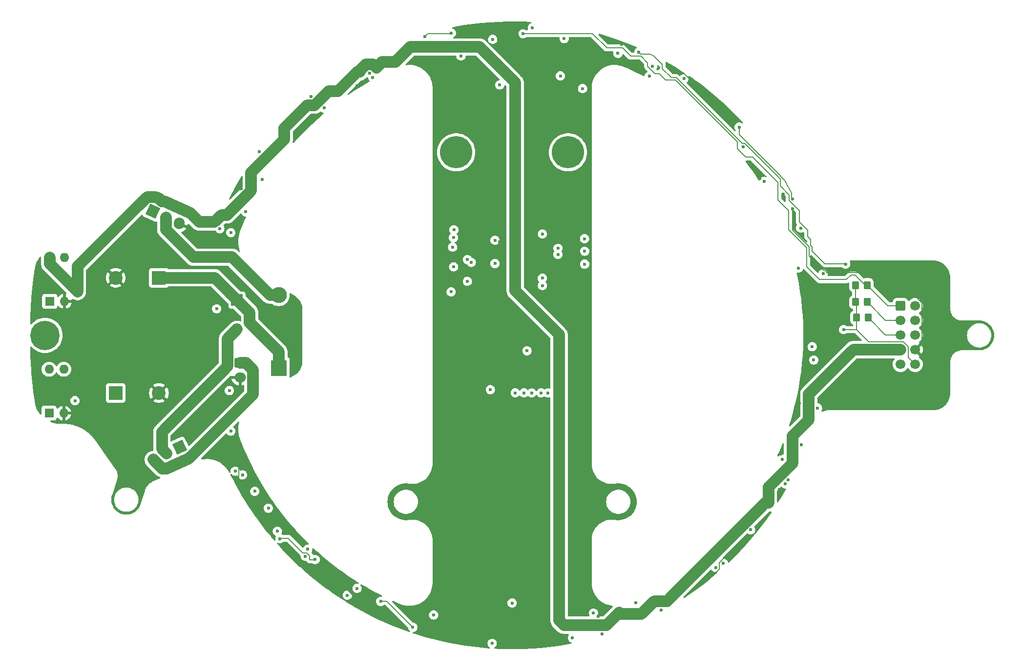
<source format=gbr>
%TF.GenerationSoftware,KiCad,Pcbnew,8.0.6*%
%TF.CreationDate,2024-11-15T00:49:57-05:00*%
%TF.ProjectId,LinePCB,4c696e65-5043-4422-9e6b-696361645f70,rev?*%
%TF.SameCoordinates,Original*%
%TF.FileFunction,Copper,L1,Top*%
%TF.FilePolarity,Positive*%
%FSLAX46Y46*%
G04 Gerber Fmt 4.6, Leading zero omitted, Abs format (unit mm)*
G04 Created by KiCad (PCBNEW 8.0.6) date 2024-11-15 00:49:57*
%MOMM*%
%LPD*%
G01*
G04 APERTURE LIST*
G04 Aperture macros list*
%AMRoundRect*
0 Rectangle with rounded corners*
0 $1 Rounding radius*
0 $2 $3 $4 $5 $6 $7 $8 $9 X,Y pos of 4 corners*
0 Add a 4 corners polygon primitive as box body*
4,1,4,$2,$3,$4,$5,$6,$7,$8,$9,$2,$3,0*
0 Add four circle primitives for the rounded corners*
1,1,$1+$1,$2,$3*
1,1,$1+$1,$4,$5*
1,1,$1+$1,$6,$7*
1,1,$1+$1,$8,$9*
0 Add four rect primitives between the rounded corners*
20,1,$1+$1,$2,$3,$4,$5,0*
20,1,$1+$1,$4,$5,$6,$7,0*
20,1,$1+$1,$6,$7,$8,$9,0*
20,1,$1+$1,$8,$9,$2,$3,0*%
%AMHorizOval*
0 Thick line with rounded ends*
0 $1 width*
0 $2 $3 position (X,Y) of the first rounded end (center of the circle)*
0 $4 $5 position (X,Y) of the second rounded end (center of the circle)*
0 Add line between two ends*
20,1,$1,$2,$3,$4,$5,0*
0 Add two circle primitives to create the rounded ends*
1,1,$1,$2,$3*
1,1,$1,$4,$5*%
%AMRotRect*
0 Rectangle, with rotation*
0 The origin of the aperture is its center*
0 $1 length*
0 $2 width*
0 $3 Rotation angle, in degrees counterclockwise*
0 Add horizontal line*
21,1,$1,$2,0,0,$3*%
G04 Aperture macros list end*
%TA.AperFunction,ComponentPad*%
%ADD10C,5.100000*%
%TD*%
%TA.AperFunction,ComponentPad*%
%ADD11RoundRect,0.250000X-0.600000X-0.600000X0.600000X-0.600000X0.600000X0.600000X-0.600000X0.600000X0*%
%TD*%
%TA.AperFunction,ComponentPad*%
%ADD12C,1.700000*%
%TD*%
%TA.AperFunction,SMDPad,CuDef*%
%ADD13RoundRect,0.250000X-0.350000X-0.450000X0.350000X-0.450000X0.350000X0.450000X-0.350000X0.450000X0*%
%TD*%
%TA.AperFunction,ComponentPad*%
%ADD14R,2.000000X2.000000*%
%TD*%
%TA.AperFunction,ComponentPad*%
%ADD15O,2.000000X2.000000*%
%TD*%
%TA.AperFunction,ComponentPad*%
%ADD16R,2.800000X2.800000*%
%TD*%
%TA.AperFunction,ComponentPad*%
%ADD17O,2.800000X2.800000*%
%TD*%
%TA.AperFunction,ComponentPad*%
%ADD18R,1.600000X1.600000*%
%TD*%
%TA.AperFunction,ComponentPad*%
%ADD19O,1.600000X1.600000*%
%TD*%
%TA.AperFunction,ComponentPad*%
%ADD20R,2.400000X2.400000*%
%TD*%
%TA.AperFunction,ComponentPad*%
%ADD21C,2.400000*%
%TD*%
%TA.AperFunction,ComponentPad*%
%ADD22C,5.600000*%
%TD*%
%TA.AperFunction,ComponentPad*%
%ADD23RotRect,1.905000X2.000000X205.000000*%
%TD*%
%TA.AperFunction,ComponentPad*%
%ADD24HorizOval,1.905000X-0.020074X0.043050X0.020074X-0.043050X0*%
%TD*%
%TA.AperFunction,ComponentPad*%
%ADD25RoundRect,0.250000X-0.750000X0.600000X-0.750000X-0.600000X0.750000X-0.600000X0.750000X0.600000X0*%
%TD*%
%TA.AperFunction,ComponentPad*%
%ADD26O,2.000000X1.700000*%
%TD*%
%TA.AperFunction,ComponentPad*%
%ADD27RotRect,1.905000X2.000000X335.000000*%
%TD*%
%TA.AperFunction,ComponentPad*%
%ADD28HorizOval,1.905000X-0.020074X-0.043050X0.020074X0.043050X0*%
%TD*%
%TA.AperFunction,ViaPad*%
%ADD29C,0.600000*%
%TD*%
%TA.AperFunction,Conductor*%
%ADD30C,0.200000*%
%TD*%
%TA.AperFunction,Conductor*%
%ADD31C,2.000000*%
%TD*%
G04 APERTURE END LIST*
D10*
%TO.P,H1,1*%
%TO.N,N/C*%
X19002000Y-100000000D03*
%TD*%
D11*
%TO.P,J1,1,Pin_1*%
%TO.N,CS1*%
X167340000Y-94840000D03*
D12*
%TO.P,J1,2,Pin_2*%
%TO.N,SCK1*%
X169880000Y-94840000D03*
%TO.P,J1,3,Pin_3*%
%TO.N,CS2*%
X167340000Y-97380000D03*
%TO.P,J1,4,Pin_4*%
%TO.N,MISO*%
X169880000Y-97380000D03*
%TO.P,J1,5,Pin_5*%
%TO.N,CS3*%
X167340000Y-99920000D03*
%TO.P,J1,6,Pin_6*%
%TO.N,MOSI*%
X169880000Y-99920000D03*
%TO.P,J1,7,Pin_7*%
%TO.N,12V*%
X167340000Y-102460000D03*
%TO.P,J1,8,Pin_8*%
%TO.N,GND*%
X169880000Y-102460000D03*
%TO.P,J1,9,Pin_9*%
%TO.N,Kicker*%
X167340000Y-105000000D03*
%TO.P,J1,10,Pin_10*%
%TO.N,3.3V*%
X169880000Y-105000000D03*
%TD*%
D13*
%TO.P,R51,1*%
%TO.N,3.3V*%
X159710000Y-96910000D03*
%TO.P,R51,2*%
%TO.N,CS3*%
X161710000Y-96910000D03*
%TD*%
D14*
%TO.P,R52,1*%
%TO.N,Net-(U15-K)*%
X52305000Y-93860000D03*
D15*
%TO.P,R52,2*%
%TO.N,Net-(U6-D)*%
X52305000Y-98940000D03*
%TD*%
D16*
%TO.P,U15,1,K*%
%TO.N,Net-(U15-K)*%
X59540000Y-105710000D03*
D17*
%TO.P,U15,2,A*%
%TO.N,Net-(U14-S)*%
X59540000Y-93010000D03*
%TD*%
D13*
%TO.P,R49,1*%
%TO.N,3.3V*%
X159570000Y-91270000D03*
%TO.P,R49,2*%
%TO.N,CS1*%
X161570000Y-91270000D03*
%TD*%
D18*
%TO.P,U12,1,A*%
%TO.N,Net-(U12-A)*%
X19835000Y-94090000D03*
D19*
%TO.P,U12,2,K*%
%TO.N,GND*%
X22375000Y-94090000D03*
%TO.P,U12,3,R*%
%TO.N,Net-(U14-G)*%
X22375000Y-86470000D03*
%TO.P,U12,4,R*%
%TO.N,12V*%
X19835000Y-86470000D03*
%TD*%
D20*
%TO.P,U10,1*%
%TO.N,Net-(U15-K)*%
X38770000Y-90000000D03*
D21*
%TO.P,U10,2*%
%TO.N,GND*%
X31270000Y-90000000D03*
%TD*%
D22*
%TO.P,H3,1*%
%TO.N,N/C*%
X109700000Y-68209100D03*
%TD*%
D23*
%TO.P,U6,1,G*%
%TO.N,Net-(U6-G)*%
X42382600Y-119420100D03*
D24*
%TO.P,U6,2,D*%
%TO.N,Net-(U6-D)*%
X40080579Y-120493549D03*
%TO.P,U6,3,S*%
%TO.N,48V*%
X37778556Y-121567000D03*
%TD*%
D25*
%TO.P,J2,1,Pin_1*%
%TO.N,48V*%
X52850000Y-104800000D03*
D26*
%TO.P,J2,2,Pin_2*%
%TO.N,GND*%
X52850000Y-107300000D03*
%TD*%
D20*
%TO.P,U9,1*%
%TO.N,Net-(U15-K)*%
X31270000Y-110000000D03*
D21*
%TO.P,U9,2*%
%TO.N,GND*%
X38770000Y-110000000D03*
%TD*%
D13*
%TO.P,R50,1*%
%TO.N,3.3V*%
X159570000Y-94220000D03*
%TO.P,R50,2*%
%TO.N,CS2*%
X161570000Y-94220000D03*
%TD*%
D22*
%TO.P,H2,1*%
%TO.N,N/C*%
X90300000Y-68209100D03*
%TD*%
D27*
%TO.P,U14,1,G*%
%TO.N,Net-(U14-G)*%
X37676000Y-78443100D03*
D28*
%TO.P,U14,2,S*%
%TO.N,Net-(U14-S)*%
X39978021Y-79516551D03*
%TO.P,U14,3,D*%
%TO.N,GND*%
X42280043Y-80590000D03*
%TD*%
D18*
%TO.P,U7,1,A*%
%TO.N,Net-(U7-A)*%
X19725000Y-113490000D03*
D19*
%TO.P,U7,2,K*%
%TO.N,GND*%
X22265000Y-113490000D03*
%TO.P,U7,3,R*%
%TO.N,Net-(U6-G)*%
X22265000Y-105870000D03*
%TO.P,U7,4,R*%
%TO.N,48V*%
X19725000Y-105870000D03*
%TD*%
D29*
%TO.N,3.3V*%
X77218171Y-146187006D03*
X56180000Y-68140000D03*
X125820000Y-147650000D03*
X96550000Y-153460000D03*
X71433900Y-145109700D03*
X148652600Y-76327400D03*
X75299100Y-54479600D03*
X146835700Y-121497600D03*
X96636056Y-48609964D03*
X118350000Y-51039400D03*
X135291500Y-140290000D03*
X89470000Y-47510000D03*
X139376700Y-63843000D03*
X53811100Y-78539500D03*
X59753150Y-135286850D03*
X115630000Y-151850000D03*
X49315600Y-81489100D03*
X109033000Y-48475400D03*
X110467850Y-152522150D03*
X59301600Y-134011700D03*
X103505200Y-46589897D03*
X157473100Y-98992500D03*
X141355000Y-133755000D03*
X57738100Y-130006000D03*
X84856400Y-48117900D03*
X51994900Y-123570000D03*
X129804755Y-55433851D03*
X150043900Y-81362300D03*
X53256900Y-124223300D03*
X51233100Y-116630000D03*
X147855700Y-125068600D03*
X124359485Y-53310515D03*
X65840453Y-138916798D03*
X82794900Y-150684400D03*
X65127450Y-58532550D03*
X152961100Y-112599700D03*
%TO.N,Ch1*%
X152306200Y-104268500D03*
X106235500Y-109994600D03*
%TO.N,GND*%
X97640000Y-109833700D03*
X125433199Y-53529729D03*
X153500000Y-101658400D03*
X141355200Y-70470000D03*
X73062521Y-56630000D03*
X151583900Y-105468000D03*
X151034700Y-94544700D03*
X92024900Y-150739500D03*
X78410000Y-148530000D03*
X53034339Y-74504339D03*
X84956700Y-150983400D03*
X148589300Y-77966200D03*
X114946300Y-148826300D03*
X127680000Y-53490766D03*
X142970000Y-72790000D03*
X134272100Y-141382000D03*
X53690000Y-126750000D03*
X149790000Y-111750000D03*
X74600000Y-147340000D03*
X137830200Y-62169800D03*
X146576600Y-120579400D03*
X62169793Y-137830207D03*
X28970000Y-94080000D03*
X62633400Y-65094700D03*
X137890000Y-137890000D03*
X118950000Y-49493400D03*
X111823700Y-49920400D03*
X52480000Y-119650000D03*
X97862300Y-83758600D03*
X146375013Y-126792688D03*
X146997600Y-75430000D03*
%TO.N,Ch2*%
X150130000Y-119010000D03*
X105021000Y-109985500D03*
%TO.N,Ch3*%
X147396700Y-125771000D03*
X103407400Y-109998100D03*
%TO.N,Ch4*%
X102085000Y-109989300D03*
X136635400Y-139567200D03*
X114109200Y-148224600D03*
%TO.N,Ch5*%
X99998800Y-146469000D03*
X100560400Y-109973900D03*
X121445600Y-146415400D03*
%TO.N,Ch8*%
X86396400Y-148535200D03*
X96235400Y-109418500D03*
%TO.N,Ch9*%
X73108900Y-143922500D03*
X89434500Y-92442700D03*
%TO.N,Ch10*%
X92251000Y-90615000D03*
X64561700Y-137142800D03*
%TO.N,Ch11*%
X89865200Y-88086000D03*
X55399700Y-127068200D03*
%TO.N,Ch12*%
X92248300Y-86835100D03*
X50975500Y-109583300D03*
%TO.N,Ch13*%
X92920800Y-87324600D03*
X48772400Y-95381500D03*
%TO.N,Ch14*%
X51229100Y-82161000D03*
X89691800Y-84685000D03*
%TO.N,Ch15*%
X89835000Y-83039200D03*
X56684600Y-72931000D03*
%TO.N,Ch16*%
X67392357Y-60510286D03*
X89910100Y-81683200D03*
%TO.N,Ch17*%
X105263000Y-91350000D03*
X75843400Y-55223200D03*
%TO.N,Ch18*%
X91136800Y-51487200D03*
X105253100Y-90072500D03*
%TO.N,Ch21*%
X123777337Y-54988115D03*
X112220900Y-57146300D03*
X107947600Y-85925400D03*
%TO.N,Ch22*%
X140069300Y-67293600D03*
X107956200Y-84880800D03*
%TO.N,Ch23*%
X108370000Y-54940000D03*
X143680400Y-73256300D03*
%TO.N,Ch24*%
X105262300Y-82392800D03*
X149650000Y-88310000D03*
X153947108Y-89282892D03*
%TO.N,CS2*%
X157850000Y-87620000D03*
X97035200Y-83497200D03*
X121980000Y-50820000D03*
%TO.N,Kicker*%
X64136300Y-138369000D03*
X24210000Y-111328100D03*
%TO.N,CS1*%
X101900200Y-47629200D03*
%TO.N,CS3*%
X112558600Y-83220900D03*
%TO.N,MOSI*%
X97847800Y-56511000D03*
%TO.N,SCK1*%
X102582800Y-102670200D03*
X152025000Y-101967600D03*
X112590100Y-87627100D03*
%TO.N,MISO*%
X112589500Y-85381000D03*
X97029500Y-87526400D03*
%TD*%
D30*
%TO.N,3.3V*%
X64919000Y-138969000D02*
X64919000Y-138303171D01*
X159710000Y-96910000D02*
X159710000Y-98992500D01*
X64919000Y-138303171D02*
X64384829Y-137769000D01*
X63719000Y-137769000D02*
X61170000Y-135220000D01*
X77218171Y-146187006D02*
X78287006Y-146187006D01*
X65840453Y-138916798D02*
X65788251Y-138969000D01*
X169880000Y-105000000D02*
X168716100Y-103836100D01*
X147591607Y-73691607D02*
X147591607Y-73653780D01*
X168716100Y-101945300D02*
X167854600Y-101083800D01*
X168716100Y-103836100D02*
X168716100Y-101945300D01*
X146500000Y-72234314D02*
X139376700Y-65111014D01*
X159710000Y-94360000D02*
X159710000Y-96910000D01*
X84856400Y-48117900D02*
X85359662Y-47614638D01*
X148480000Y-75335736D02*
X148287572Y-74952150D01*
X161801300Y-101083800D02*
X159710000Y-98992500D01*
X147635309Y-73735309D02*
X147591607Y-73691607D01*
X89365362Y-47614638D02*
X89470000Y-47510000D01*
X64384829Y-137769000D02*
X63719000Y-137769000D01*
X148480000Y-76154800D02*
X148480000Y-75335736D01*
X159570000Y-91270000D02*
X159570000Y-94220000D01*
X146500000Y-72310000D02*
X146500000Y-72234314D01*
X65788251Y-138969000D02*
X64919000Y-138969000D01*
X139376700Y-65111014D02*
X139376700Y-63843000D01*
X85359662Y-47614638D02*
X89365362Y-47614638D01*
X167854600Y-101083800D02*
X161801300Y-101083800D01*
X159570000Y-94220000D02*
X159710000Y-94360000D01*
X147591607Y-73653780D02*
X147255394Y-73065394D01*
X147255394Y-73065394D02*
X146500000Y-72310000D01*
X159710000Y-98992500D02*
X157473100Y-98992500D01*
X148652600Y-76327400D02*
X148480000Y-76154800D01*
X61170000Y-135220000D02*
X59760000Y-135220000D01*
X78287006Y-146187006D02*
X82760000Y-150660000D01*
X148287572Y-74952150D02*
X147635309Y-73735309D01*
%TO.N,GND*%
X62169793Y-137830207D02*
X68402157Y-144062571D01*
X135891500Y-139462571D02*
X135891500Y-140538529D01*
X153932892Y-88682892D02*
X154195637Y-88682892D01*
X128620065Y-54430831D02*
X129707494Y-54430831D01*
X165766346Y-89100000D02*
X171030000Y-94363654D01*
X171030000Y-94363654D02*
X171030000Y-101310000D01*
X137464071Y-137890000D02*
X135891500Y-139462571D01*
X148589300Y-77966200D02*
X148589300Y-81733614D01*
X135891500Y-140538529D02*
X135048029Y-141382000D01*
X52610000Y-119780000D02*
X52480000Y-119650000D01*
X129707494Y-54430831D02*
X131737375Y-56460712D01*
X137890000Y-137890000D02*
X137464071Y-137890000D01*
X127680000Y-53490766D02*
X128620065Y-54430831D01*
X154547108Y-89100000D02*
X165766346Y-89100000D01*
X135048029Y-141382000D02*
X134272100Y-141382000D01*
X151475000Y-86225000D02*
X153932892Y-88682892D01*
X127680000Y-53490766D02*
X127729154Y-53441612D01*
X137830200Y-62151624D02*
X137830200Y-62169800D01*
X71322571Y-144062571D02*
X74600000Y-147340000D01*
X132139288Y-56460712D02*
X137830200Y-62151624D01*
X151475000Y-84619314D02*
X151475000Y-86225000D01*
X131737375Y-56460712D02*
X132139288Y-56460712D01*
X148589300Y-81733614D02*
X151475000Y-84619314D01*
X68402157Y-144062571D02*
X71322571Y-144062571D01*
X52610000Y-125670000D02*
X52610000Y-119780000D01*
X171030000Y-101310000D02*
X169880000Y-102460000D01*
X154195637Y-88682892D02*
X154547108Y-89034363D01*
X154547108Y-89034363D02*
X154547108Y-89100000D01*
X53690000Y-126750000D02*
X52610000Y-125670000D01*
D31*
%TO.N,12V*%
X151440000Y-110200000D02*
X151440000Y-114650000D01*
X65748771Y-60032550D02*
X64467450Y-60032550D01*
X118600000Y-148100000D02*
X116373700Y-150326300D01*
X148620000Y-122180000D02*
X144450000Y-126350000D01*
X19835000Y-87601400D02*
X19835000Y-86470000D01*
X64467450Y-60032550D02*
X60500000Y-64000000D01*
X76480410Y-53539590D02*
X75920420Y-52979600D01*
X73600000Y-54020000D02*
X73600000Y-54240000D01*
X79750000Y-52560000D02*
X77460000Y-52560000D01*
X50580000Y-79080000D02*
X49610000Y-79080000D01*
X151440000Y-114650000D02*
X148620000Y-117470000D01*
X94360000Y-49940000D02*
X82370000Y-49940000D01*
X48400000Y-80290000D02*
X45720000Y-80290000D01*
X167340000Y-102460000D02*
X159180000Y-102460000D01*
X35190124Y-77482428D02*
X35190124Y-77482472D01*
X24633600Y-88038996D02*
X24633600Y-92400000D01*
X108976300Y-150326300D02*
X108150000Y-149500000D01*
X116373700Y-150326300D02*
X108976300Y-150326300D01*
X60500000Y-66010000D02*
X54750000Y-71760000D01*
X122405000Y-148395000D02*
X118895000Y-148395000D01*
X54750000Y-71760000D02*
X54750000Y-74910000D01*
X148620000Y-117470000D02*
X148620000Y-122180000D01*
X24633600Y-92400000D02*
X19835000Y-87601400D01*
X38107523Y-75934248D02*
X36738304Y-75934248D01*
X100530000Y-56110000D02*
X94360000Y-49940000D01*
X74640400Y-52979600D02*
X73600000Y-54020000D01*
X68161321Y-57620000D02*
X65748771Y-60032550D01*
X144450000Y-126350000D02*
X144450000Y-129100000D01*
X82370000Y-49940000D02*
X79750000Y-52560000D01*
X44209775Y-78779775D02*
X39749683Y-76700000D01*
X126838679Y-146150000D02*
X124650000Y-146150000D01*
X144450000Y-129100000D02*
X143888679Y-129100000D01*
X49610000Y-79080000D02*
X48400000Y-80290000D01*
X36738304Y-75934248D02*
X35190124Y-77482428D01*
X45720000Y-80290000D02*
X44209775Y-78779775D01*
X100530000Y-92238600D02*
X100530000Y-56110000D01*
X118895000Y-148395000D02*
X118600000Y-148100000D01*
X54750000Y-74910000D02*
X50580000Y-79080000D01*
X69780000Y-57620000D02*
X68161321Y-57620000D01*
X143888679Y-129100000D02*
X126838679Y-146150000D01*
X124650000Y-146150000D02*
X122405000Y-148395000D01*
X108150000Y-149500000D02*
X108150000Y-99858600D01*
X38802197Y-76258180D02*
X38107523Y-75934248D01*
X159180000Y-102460000D02*
X151440000Y-110200000D01*
X73160000Y-54240000D02*
X69780000Y-57620000D01*
X77460000Y-52560000D02*
X76480410Y-53539590D01*
X39749683Y-76700000D02*
X39244017Y-76700000D01*
X108150000Y-99858600D02*
X100530000Y-92238600D01*
X73600000Y-54240000D02*
X73160000Y-54240000D01*
X75920420Y-52979600D02*
X74640400Y-52979600D01*
X60500000Y-64000000D02*
X60500000Y-66010000D01*
X35190124Y-77482472D02*
X24633600Y-88038996D01*
X39244017Y-76700000D02*
X38802197Y-76258180D01*
D30*
%TO.N,CS2*%
X151224966Y-82808696D02*
X151791427Y-83375157D01*
X139894536Y-66693600D02*
X140317829Y-66693600D01*
X123900725Y-51140000D02*
X124606590Y-51486084D01*
X152010000Y-84588628D02*
X152010000Y-85347858D01*
X154212142Y-87550000D02*
X157780000Y-87550000D01*
X124606590Y-51486084D02*
X126033199Y-52912693D01*
X127597374Y-55237375D02*
X128438311Y-55237375D01*
X128438311Y-55237375D02*
X139894536Y-66693600D01*
X146480000Y-72855771D02*
X146480000Y-74063871D01*
X151791427Y-84370055D02*
X152010000Y-84588628D01*
X122300000Y-51140000D02*
X123900725Y-51140000D01*
X121980000Y-50820000D02*
X122300000Y-51140000D01*
X157780000Y-87550000D02*
X157850000Y-87620000D01*
X151791427Y-83375157D02*
X151791427Y-84370055D01*
X161570000Y-94220000D02*
X164730000Y-97380000D01*
X148052600Y-75636471D02*
X148052600Y-76580971D01*
X146480000Y-74063871D02*
X148052600Y-75636471D01*
X148052600Y-76580971D02*
X149795371Y-78323742D01*
X140317829Y-66693600D02*
X146480000Y-72855771D01*
X126033199Y-53673200D02*
X127597374Y-55237375D01*
X149795371Y-80265242D02*
X151224966Y-81694837D01*
X151224966Y-81694837D02*
X151224966Y-82808696D01*
X149795371Y-78323742D02*
X149795371Y-80265242D01*
X126033199Y-52912693D02*
X126033199Y-53673200D01*
X152010000Y-85347858D02*
X154212142Y-87550000D01*
X164730000Y-97380000D02*
X167340000Y-97380000D01*
%TO.N,CS1*%
X125514130Y-54535870D02*
X126615635Y-55637375D01*
X123520000Y-53319559D02*
X124736311Y-54535870D01*
X124736311Y-54535870D02*
X125514130Y-54535870D01*
X161570000Y-91270000D02*
X165140000Y-94840000D01*
X128272625Y-55637375D02*
X139032625Y-66397375D01*
X161220000Y-91270000D02*
X161570000Y-91270000D01*
X165140000Y-94840000D02*
X167340000Y-94840000D01*
X119123400Y-50093400D02*
X120570000Y-51540000D01*
X141677625Y-69042375D02*
X146080000Y-73444749D01*
X122390000Y-51540000D02*
X123520000Y-52670000D01*
X159450000Y-89500000D02*
X161220000Y-91270000D01*
X153319829Y-90319829D02*
X157970171Y-90319829D01*
X120570000Y-51540000D02*
X122390000Y-51540000D01*
X151075000Y-88075000D02*
X153319829Y-90319829D01*
X123520000Y-52670000D02*
X123520000Y-53319559D01*
X158790000Y-89500000D02*
X159450000Y-89500000D01*
X116413400Y-50093400D02*
X119123400Y-50093400D01*
X126615635Y-55637375D02*
X128272625Y-55637375D01*
X151075000Y-84785000D02*
X151075000Y-88075000D01*
X147925000Y-78315000D02*
X147925000Y-81635000D01*
X147925000Y-81635000D02*
X151075000Y-84785000D01*
X146080000Y-73444749D02*
X146080000Y-76470000D01*
X139032625Y-67612625D02*
X140462375Y-69042375D01*
X140462375Y-69042375D02*
X141677625Y-69042375D01*
X113949200Y-47629200D02*
X116413400Y-50093400D01*
X146080000Y-76470000D02*
X147925000Y-78315000D01*
X157970171Y-90319829D02*
X158790000Y-89500000D01*
X139032625Y-66397375D02*
X139032625Y-67612625D01*
X101900200Y-47629200D02*
X113949200Y-47629200D01*
%TO.N,CS3*%
X161710000Y-96910000D02*
X164720000Y-99920000D01*
X164720000Y-99920000D02*
X167340000Y-99920000D01*
D31*
%TO.N,48V*%
X55050000Y-110270000D02*
X44003700Y-121316000D01*
X39351600Y-123140000D02*
X37778600Y-121567000D01*
X55050000Y-106000000D02*
X55050000Y-110270000D01*
X40092800Y-123140000D02*
X39351600Y-123140000D01*
X44003700Y-121316000D02*
X40092800Y-123140000D01*
X52850000Y-104800000D02*
X53850000Y-104800000D01*
X53850000Y-104800000D02*
X55050000Y-106000000D01*
%TO.N,Net-(U6-D)*%
X39280000Y-119693000D02*
X39680300Y-120093500D01*
D30*
X39680300Y-120093500D02*
X39680500Y-120093500D01*
D31*
X52305000Y-98940000D02*
X50650000Y-100595000D01*
D30*
X39680500Y-120093500D02*
X40080600Y-120493600D01*
D31*
X50650000Y-100595000D02*
X50650000Y-105397000D01*
X39680300Y-120093500D02*
X40080600Y-120494000D01*
X39280000Y-116767000D02*
X39280000Y-119693000D01*
X50650000Y-105397000D02*
X39280000Y-116767000D01*
%TO.N,Net-(U15-K)*%
X54515000Y-96070000D02*
X54515000Y-97780000D01*
X59540000Y-102805000D02*
X59540000Y-105710000D01*
X38770000Y-90000000D02*
X48445000Y-90000000D01*
X54515000Y-97780000D02*
X59540000Y-102805000D01*
X48445000Y-90000000D02*
X52305000Y-93860000D01*
X52305000Y-93860000D02*
X54515000Y-96070000D01*
%TO.N,Net-(U14-S)*%
X59540000Y-93010000D02*
X58010000Y-93010000D01*
X51430000Y-86430000D02*
X44765100Y-86430000D01*
X39978000Y-81642900D02*
X39978000Y-79516600D01*
X58010000Y-93010000D02*
X51430000Y-86430000D01*
X44765100Y-86430000D02*
X39978000Y-81642900D01*
%TD*%
%TA.AperFunction,Conductor*%
%TO.N,GND*%
G36*
X90282199Y-51460185D02*
G01*
X90327954Y-51512989D01*
X90338380Y-51550617D01*
X90351430Y-51666449D01*
X90351431Y-51666454D01*
X90411011Y-51836723D01*
X90456246Y-51908713D01*
X90506984Y-51989462D01*
X90634538Y-52117016D01*
X90787278Y-52212989D01*
X90957545Y-52272568D01*
X90957550Y-52272569D01*
X91136796Y-52292765D01*
X91136800Y-52292765D01*
X91136804Y-52292765D01*
X91316049Y-52272569D01*
X91316052Y-52272568D01*
X91316055Y-52272568D01*
X91486322Y-52212989D01*
X91639062Y-52117016D01*
X91766616Y-51989462D01*
X91862589Y-51836722D01*
X91922168Y-51666455D01*
X91935220Y-51550617D01*
X91962286Y-51486203D01*
X92019881Y-51446648D01*
X92058440Y-51440500D01*
X93687111Y-51440500D01*
X93754150Y-51460185D01*
X93774792Y-51476819D01*
X97805578Y-55507605D01*
X97839063Y-55568928D01*
X97834079Y-55638620D01*
X97792207Y-55694553D01*
X97731781Y-55718506D01*
X97668549Y-55725630D01*
X97668545Y-55725631D01*
X97498276Y-55785211D01*
X97345537Y-55881184D01*
X97217984Y-56008737D01*
X97122011Y-56161476D01*
X97062431Y-56331745D01*
X97062430Y-56331750D01*
X97042235Y-56510996D01*
X97042235Y-56511003D01*
X97062430Y-56690249D01*
X97062431Y-56690254D01*
X97122011Y-56860523D01*
X97188944Y-56967045D01*
X97217984Y-57013262D01*
X97345538Y-57140816D01*
X97498278Y-57236789D01*
X97668545Y-57296368D01*
X97668550Y-57296369D01*
X97847796Y-57316565D01*
X97847800Y-57316565D01*
X97847804Y-57316565D01*
X98027049Y-57296369D01*
X98027052Y-57296368D01*
X98027055Y-57296368D01*
X98197322Y-57236789D01*
X98350062Y-57140816D01*
X98477616Y-57013262D01*
X98573589Y-56860522D01*
X98633168Y-56690255D01*
X98634379Y-56679512D01*
X98640293Y-56627020D01*
X98667359Y-56562605D01*
X98724953Y-56523050D01*
X98794790Y-56520911D01*
X98851194Y-56553221D01*
X98993181Y-56695208D01*
X99026666Y-56756531D01*
X99029500Y-56782889D01*
X99029500Y-92356697D01*
X99066446Y-92589968D01*
X99139433Y-92814596D01*
X99205858Y-92944962D01*
X99246657Y-93025034D01*
X99383563Y-93213468D01*
X99385484Y-93216111D01*
X106613181Y-100443808D01*
X106646666Y-100505131D01*
X106649500Y-100531489D01*
X106649500Y-109116610D01*
X106629815Y-109183649D01*
X106577011Y-109229404D01*
X106507853Y-109239348D01*
X106484546Y-109233652D01*
X106414757Y-109209232D01*
X106414749Y-109209230D01*
X106235504Y-109189035D01*
X106235496Y-109189035D01*
X106056250Y-109209230D01*
X106056245Y-109209231D01*
X105885976Y-109268811D01*
X105733237Y-109364784D01*
X105720481Y-109377541D01*
X105659158Y-109411026D01*
X105589466Y-109406042D01*
X105545119Y-109377541D01*
X105523262Y-109355684D01*
X105370523Y-109259711D01*
X105200254Y-109200131D01*
X105200249Y-109200130D01*
X105021004Y-109179935D01*
X105020996Y-109179935D01*
X104841750Y-109200130D01*
X104841745Y-109200131D01*
X104671476Y-109259711D01*
X104518737Y-109355684D01*
X104391182Y-109483239D01*
X104315234Y-109604110D01*
X104262900Y-109650400D01*
X104193846Y-109661048D01*
X104129998Y-109632673D01*
X104105247Y-109604109D01*
X104101251Y-109597749D01*
X104037216Y-109495838D01*
X103909662Y-109368284D01*
X103871148Y-109344084D01*
X103756923Y-109272311D01*
X103586654Y-109212731D01*
X103586649Y-109212730D01*
X103407404Y-109192535D01*
X103407396Y-109192535D01*
X103228150Y-109212730D01*
X103228145Y-109212731D01*
X103057876Y-109272311D01*
X102905137Y-109368284D01*
X102838281Y-109435141D01*
X102776958Y-109468626D01*
X102707266Y-109463642D01*
X102662919Y-109435141D01*
X102587262Y-109359484D01*
X102434523Y-109263511D01*
X102264254Y-109203931D01*
X102264249Y-109203930D01*
X102085004Y-109183735D01*
X102084996Y-109183735D01*
X101905750Y-109203930D01*
X101905745Y-109203931D01*
X101735476Y-109263511D01*
X101582737Y-109359484D01*
X101455184Y-109487037D01*
X101455182Y-109487040D01*
X101432531Y-109523089D01*
X101380196Y-109569380D01*
X101311143Y-109580027D01*
X101247294Y-109551652D01*
X101222544Y-109523088D01*
X101205421Y-109495837D01*
X101190216Y-109471638D01*
X101062662Y-109344084D01*
X100909923Y-109248111D01*
X100739654Y-109188531D01*
X100739649Y-109188530D01*
X100560404Y-109168335D01*
X100560396Y-109168335D01*
X100381150Y-109188530D01*
X100381145Y-109188531D01*
X100210876Y-109248111D01*
X100058137Y-109344084D01*
X99930584Y-109471637D01*
X99834611Y-109624376D01*
X99775031Y-109794645D01*
X99775030Y-109794650D01*
X99754835Y-109973896D01*
X99754835Y-109973903D01*
X99775030Y-110153149D01*
X99775031Y-110153154D01*
X99834611Y-110323423D01*
X99889982Y-110411545D01*
X99930584Y-110476162D01*
X100058138Y-110603716D01*
X100096652Y-110627916D01*
X100179342Y-110679874D01*
X100210878Y-110699689D01*
X100280035Y-110723888D01*
X100381145Y-110759268D01*
X100381150Y-110759269D01*
X100560396Y-110779465D01*
X100560400Y-110779465D01*
X100560404Y-110779465D01*
X100739649Y-110759269D01*
X100739652Y-110759268D01*
X100739655Y-110759268D01*
X100909922Y-110699689D01*
X101062662Y-110603716D01*
X101190216Y-110476162D01*
X101212868Y-110440110D01*
X101265200Y-110393821D01*
X101334253Y-110383171D01*
X101398102Y-110411545D01*
X101422854Y-110440110D01*
X101455182Y-110491560D01*
X101455184Y-110491562D01*
X101582738Y-110619116D01*
X101599912Y-110629907D01*
X101729428Y-110711288D01*
X101735478Y-110715089D01*
X101861737Y-110759269D01*
X101905745Y-110774668D01*
X101905750Y-110774669D01*
X102084996Y-110794865D01*
X102085000Y-110794865D01*
X102085004Y-110794865D01*
X102264249Y-110774669D01*
X102264252Y-110774668D01*
X102264255Y-110774668D01*
X102434522Y-110715089D01*
X102587262Y-110619116D01*
X102654119Y-110552259D01*
X102715442Y-110518774D01*
X102785134Y-110523758D01*
X102829481Y-110552259D01*
X102905138Y-110627916D01*
X102908307Y-110629907D01*
X103052307Y-110720389D01*
X103057878Y-110723889D01*
X103192136Y-110770868D01*
X103228145Y-110783468D01*
X103228150Y-110783469D01*
X103407396Y-110803665D01*
X103407400Y-110803665D01*
X103407404Y-110803665D01*
X103586649Y-110783469D01*
X103586652Y-110783468D01*
X103586655Y-110783468D01*
X103756922Y-110723889D01*
X103909662Y-110627916D01*
X104037216Y-110500362D01*
X104113166Y-110379488D01*
X104165498Y-110333199D01*
X104234552Y-110322550D01*
X104298400Y-110350925D01*
X104323152Y-110379490D01*
X104391184Y-110487762D01*
X104518738Y-110615316D01*
X104575532Y-110651002D01*
X104653016Y-110699689D01*
X104671478Y-110711289D01*
X104797963Y-110755548D01*
X104841745Y-110770868D01*
X104841750Y-110770869D01*
X105020996Y-110791065D01*
X105021000Y-110791065D01*
X105021004Y-110791065D01*
X105200249Y-110770869D01*
X105200252Y-110770868D01*
X105200255Y-110770868D01*
X105370522Y-110711289D01*
X105523262Y-110615316D01*
X105536019Y-110602559D01*
X105597342Y-110569074D01*
X105667034Y-110574058D01*
X105711381Y-110602559D01*
X105733238Y-110624416D01*
X105816218Y-110676556D01*
X105877541Y-110715088D01*
X105885978Y-110720389D01*
X106041101Y-110774669D01*
X106056245Y-110779968D01*
X106056250Y-110779969D01*
X106235496Y-110800165D01*
X106235500Y-110800165D01*
X106235504Y-110800165D01*
X106414749Y-110779969D01*
X106414751Y-110779968D01*
X106414755Y-110779968D01*
X106414758Y-110779966D01*
X106414762Y-110779966D01*
X106484545Y-110755548D01*
X106554324Y-110751986D01*
X106614951Y-110786714D01*
X106647179Y-110848707D01*
X106649500Y-110872589D01*
X106649500Y-149618097D01*
X106686446Y-149851368D01*
X106759433Y-150075996D01*
X106866657Y-150286434D01*
X106901852Y-150334876D01*
X107005484Y-150477511D01*
X107005485Y-150477512D01*
X107998791Y-151470819D01*
X107998793Y-151470821D01*
X108036734Y-151498386D01*
X108088806Y-151536218D01*
X108189867Y-151609643D01*
X108289291Y-151660302D01*
X108400303Y-151716866D01*
X108400305Y-151716866D01*
X108400308Y-151716868D01*
X108520712Y-151755989D01*
X108624931Y-151789853D01*
X108858203Y-151826800D01*
X108858208Y-151826800D01*
X109734998Y-151826800D01*
X109802037Y-151846485D01*
X109847792Y-151899289D01*
X109857736Y-151968447D01*
X109839992Y-152016772D01*
X109742061Y-152172626D01*
X109682481Y-152342895D01*
X109682480Y-152342900D01*
X109662285Y-152522146D01*
X109662285Y-152522153D01*
X109682480Y-152701399D01*
X109682481Y-152701404D01*
X109742061Y-152871673D01*
X109838032Y-153024409D01*
X109838034Y-153024412D01*
X109965588Y-153151966D01*
X110118328Y-153247939D01*
X110118330Y-153247940D01*
X110237239Y-153289549D01*
X110294015Y-153330270D01*
X110319762Y-153395223D01*
X110306306Y-153463785D01*
X110257918Y-153514187D01*
X110218969Y-153528497D01*
X109253773Y-153708106D01*
X109250501Y-153708670D01*
X107812252Y-153936645D01*
X107808965Y-153937121D01*
X106365149Y-154126499D01*
X106361851Y-154126887D01*
X104913452Y-154277537D01*
X104910145Y-154277836D01*
X103458275Y-154389644D01*
X103454961Y-154389855D01*
X102000549Y-154462748D01*
X101997230Y-154462869D01*
X100541468Y-154496788D01*
X100538148Y-154496821D01*
X99081961Y-154491744D01*
X99078641Y-154491688D01*
X97623109Y-154447621D01*
X97619791Y-154447476D01*
X96965537Y-154410111D01*
X96899729Y-154386636D01*
X96857059Y-154331309D01*
X96851075Y-154261696D01*
X96883677Y-154199899D01*
X96906631Y-154181321D01*
X97052262Y-154089816D01*
X97179816Y-153962262D01*
X97275789Y-153809522D01*
X97335368Y-153639255D01*
X97335369Y-153639249D01*
X97355565Y-153460003D01*
X97355565Y-153459996D01*
X97335369Y-153280750D01*
X97335368Y-153280745D01*
X97321985Y-153242499D01*
X97275789Y-153110478D01*
X97179816Y-152957738D01*
X97052262Y-152830184D01*
X96993084Y-152793000D01*
X96899523Y-152734211D01*
X96729254Y-152674631D01*
X96729249Y-152674630D01*
X96550004Y-152654435D01*
X96549996Y-152654435D01*
X96370750Y-152674630D01*
X96370745Y-152674631D01*
X96200476Y-152734211D01*
X96047737Y-152830184D01*
X95920184Y-152957737D01*
X95824211Y-153110476D01*
X95764631Y-153280745D01*
X95764630Y-153280750D01*
X95744435Y-153459996D01*
X95744435Y-153460003D01*
X95764630Y-153639249D01*
X95764631Y-153639254D01*
X95824211Y-153809523D01*
X95920184Y-153962262D01*
X96047739Y-154089817D01*
X96102427Y-154124180D01*
X96148717Y-154176514D01*
X96159365Y-154245568D01*
X96130990Y-154309416D01*
X96072600Y-154347788D01*
X96026071Y-154352738D01*
X94711554Y-154242284D01*
X94708249Y-154241961D01*
X93261006Y-154081226D01*
X93257711Y-154080816D01*
X91815207Y-153881372D01*
X91811924Y-153880873D01*
X90375306Y-153642878D01*
X90372037Y-153642291D01*
X88942316Y-153365913D01*
X88939065Y-153365239D01*
X87517292Y-153050684D01*
X87514059Y-153049924D01*
X86101153Y-152697392D01*
X86097942Y-152696545D01*
X84694998Y-152306309D01*
X84691811Y-152305376D01*
X83299834Y-151877717D01*
X83296673Y-151876699D01*
X82839615Y-151722766D01*
X82782365Y-151682714D01*
X82755857Y-151618068D01*
X82768507Y-151549353D01*
X82816300Y-151498386D01*
X82865310Y-151482032D01*
X82974149Y-151469769D01*
X82974152Y-151469768D01*
X82974155Y-151469768D01*
X83144422Y-151410189D01*
X83297162Y-151314216D01*
X83424716Y-151186662D01*
X83520689Y-151033922D01*
X83580268Y-150863655D01*
X83590134Y-150776090D01*
X83600465Y-150684403D01*
X83600465Y-150684396D01*
X83580269Y-150505150D01*
X83580268Y-150505145D01*
X83533003Y-150370070D01*
X83520689Y-150334878D01*
X83424716Y-150182138D01*
X83297162Y-150054584D01*
X83269411Y-150037147D01*
X83144423Y-149958611D01*
X82974154Y-149899031D01*
X82974150Y-149899030D01*
X82875397Y-149887904D01*
X82810983Y-149860837D01*
X82801600Y-149852365D01*
X81484431Y-148535196D01*
X85590835Y-148535196D01*
X85590835Y-148535203D01*
X85611030Y-148714449D01*
X85611031Y-148714454D01*
X85670611Y-148884723D01*
X85698443Y-148929017D01*
X85766584Y-149037462D01*
X85894138Y-149165016D01*
X86046878Y-149260989D01*
X86217145Y-149320568D01*
X86217150Y-149320569D01*
X86396396Y-149340765D01*
X86396400Y-149340765D01*
X86396404Y-149340765D01*
X86575649Y-149320569D01*
X86575652Y-149320568D01*
X86575655Y-149320568D01*
X86745922Y-149260989D01*
X86898662Y-149165016D01*
X87026216Y-149037462D01*
X87122189Y-148884722D01*
X87181768Y-148714455D01*
X87182458Y-148708334D01*
X87201965Y-148535203D01*
X87201965Y-148535196D01*
X87181769Y-148355950D01*
X87181768Y-148355945D01*
X87173466Y-148332220D01*
X87122189Y-148185678D01*
X87026216Y-148032938D01*
X86898662Y-147905384D01*
X86745923Y-147809411D01*
X86575654Y-147749831D01*
X86575649Y-147749830D01*
X86396404Y-147729635D01*
X86396396Y-147729635D01*
X86217150Y-147749830D01*
X86217145Y-147749831D01*
X86046876Y-147809411D01*
X85894137Y-147905384D01*
X85766584Y-148032937D01*
X85670611Y-148185676D01*
X85611031Y-148355945D01*
X85611030Y-148355950D01*
X85590835Y-148535196D01*
X81484431Y-148535196D01*
X79255109Y-146305874D01*
X79221624Y-146244551D01*
X79226608Y-146174859D01*
X79268480Y-146118926D01*
X79333944Y-146094509D01*
X79393335Y-146104962D01*
X80037752Y-146392636D01*
X80654690Y-146648255D01*
X80654689Y-146648255D01*
X80663110Y-146651744D01*
X80668619Y-146654026D01*
X80668626Y-146654032D01*
X80668628Y-146654030D01*
X80729499Y-146679253D01*
X80729501Y-146679253D01*
X80736900Y-146682319D01*
X80737229Y-146682431D01*
X80841543Y-146725671D01*
X80841545Y-146725671D01*
X80841546Y-146725672D01*
X81199246Y-146836051D01*
X81199251Y-146836052D01*
X81565679Y-146912549D01*
X81565682Y-146912549D01*
X81565690Y-146912551D01*
X81937675Y-146954501D01*
X82043213Y-146956485D01*
X82311942Y-146961537D01*
X82311944Y-146961536D01*
X82311952Y-146961537D01*
X82465976Y-146950008D01*
X82685242Y-146933597D01*
X82685244Y-146933596D01*
X82685252Y-146933596D01*
X83054311Y-146870922D01*
X83415907Y-146774063D01*
X83766879Y-146643865D01*
X84104162Y-146481466D01*
X84124860Y-146468996D01*
X99193235Y-146468996D01*
X99193235Y-146469003D01*
X99213430Y-146648249D01*
X99213431Y-146648253D01*
X99273011Y-146818523D01*
X99345317Y-146933596D01*
X99368984Y-146971262D01*
X99496538Y-147098816D01*
X99649278Y-147194789D01*
X99819545Y-147254368D01*
X99819550Y-147254369D01*
X99998796Y-147274565D01*
X99998800Y-147274565D01*
X99998804Y-147274565D01*
X100178049Y-147254369D01*
X100178052Y-147254368D01*
X100178055Y-147254368D01*
X100348322Y-147194789D01*
X100501062Y-147098816D01*
X100628616Y-146971262D01*
X100724589Y-146818522D01*
X100772209Y-146682431D01*
X100784169Y-146648253D01*
X100784169Y-146648249D01*
X100804365Y-146469003D01*
X100804365Y-146468996D01*
X100784169Y-146289750D01*
X100784168Y-146289745D01*
X100766562Y-146239431D01*
X100724589Y-146119478D01*
X100694719Y-146071941D01*
X100628615Y-145966737D01*
X100501062Y-145839184D01*
X100348323Y-145743211D01*
X100178054Y-145683631D01*
X100178049Y-145683630D01*
X99998804Y-145663435D01*
X99998796Y-145663435D01*
X99819550Y-145683630D01*
X99819545Y-145683631D01*
X99649276Y-145743211D01*
X99496537Y-145839184D01*
X99368984Y-145966737D01*
X99273011Y-146119476D01*
X99213431Y-146289745D01*
X99213430Y-146289750D01*
X99193235Y-146468996D01*
X84124860Y-146468996D01*
X84424808Y-146288285D01*
X84609568Y-146151942D01*
X84726004Y-146066019D01*
X84726008Y-146066015D01*
X84726017Y-146066009D01*
X85005156Y-145816581D01*
X85006464Y-145815172D01*
X85122977Y-145689611D01*
X85259786Y-145542179D01*
X85487684Y-145245201D01*
X85686857Y-144928242D01*
X85855566Y-144594071D01*
X85961438Y-144324332D01*
X85992334Y-144245617D01*
X85995404Y-144234962D01*
X86095975Y-143885897D01*
X86165574Y-143518080D01*
X86174750Y-143420238D01*
X86193561Y-143219645D01*
X86200526Y-143145372D01*
X86200500Y-142958200D01*
X86200500Y-142892308D01*
X86200500Y-135505276D01*
X86201186Y-135326580D01*
X86165744Y-134969376D01*
X86098942Y-134642096D01*
X86093958Y-134617677D01*
X86093957Y-134617675D01*
X86093956Y-134617669D01*
X85986574Y-134275149D01*
X85986570Y-134275141D01*
X85986569Y-134275136D01*
X85844724Y-133945405D01*
X85669896Y-133631903D01*
X85669895Y-133631901D01*
X85463918Y-133337920D01*
X85228954Y-133066547D01*
X84967469Y-132820628D01*
X84967465Y-132820625D01*
X84967463Y-132820623D01*
X84682210Y-132602746D01*
X84682197Y-132602737D01*
X84376142Y-132415168D01*
X84052518Y-132259888D01*
X84052514Y-132259887D01*
X84048236Y-132258350D01*
X83714700Y-132138517D01*
X83489005Y-132082696D01*
X83366250Y-132052335D01*
X83366247Y-132052334D01*
X83366241Y-132052333D01*
X83140981Y-132020586D01*
X83010798Y-132002239D01*
X82795572Y-131994151D01*
X82652090Y-131988760D01*
X82652089Y-131988760D01*
X82652088Y-131988760D01*
X82293885Y-132012039D01*
X82121680Y-132041178D01*
X82121644Y-132041184D01*
X82120229Y-132041423D01*
X82113563Y-132042364D01*
X81778433Y-132080406D01*
X81764993Y-132081196D01*
X81431074Y-132082666D01*
X81417626Y-132081994D01*
X81085518Y-132047250D01*
X81072223Y-132045124D01*
X80745838Y-131974578D01*
X80732852Y-131971023D01*
X80416050Y-131865510D01*
X80403526Y-131860569D01*
X80100015Y-131721322D01*
X80088100Y-131715051D01*
X79801490Y-131543726D01*
X79790325Y-131536201D01*
X79523967Y-131334802D01*
X79513685Y-131326110D01*
X79270736Y-131097024D01*
X79261471Y-131087285D01*
X79044776Y-130833191D01*
X79036616Y-130822496D01*
X78910271Y-130636819D01*
X78848758Y-130546420D01*
X78841808Y-130534908D01*
X78684985Y-130240082D01*
X78679320Y-130227875D01*
X78674526Y-130215881D01*
X78555396Y-129917806D01*
X78551086Y-129905053D01*
X78461503Y-129583355D01*
X78458606Y-129570226D01*
X78404433Y-129240724D01*
X78402974Y-129227343D01*
X78400066Y-129173867D01*
X78384845Y-128893911D01*
X78384845Y-128887181D01*
X79478575Y-128887181D01*
X79498184Y-129173861D01*
X79498184Y-129173865D01*
X79498185Y-129173867D01*
X79512079Y-129240727D01*
X79556649Y-129455215D01*
X79556650Y-129455218D01*
X79652877Y-129725974D01*
X79652876Y-129725974D01*
X79785081Y-129981116D01*
X79950795Y-130215881D01*
X79978302Y-130245333D01*
X80146930Y-130425889D01*
X80369836Y-130607236D01*
X80571810Y-130730060D01*
X80615365Y-130756546D01*
X80780030Y-130828069D01*
X80878925Y-130871025D01*
X81155625Y-130948552D01*
X81405903Y-130982952D01*
X81440304Y-130987681D01*
X81440305Y-130987681D01*
X81727662Y-130987681D01*
X81758353Y-130983462D01*
X82012341Y-130948552D01*
X82289041Y-130871025D01*
X82425932Y-130811565D01*
X82552600Y-130756546D01*
X82552603Y-130756544D01*
X82552608Y-130756542D01*
X82798130Y-130607236D01*
X83021036Y-130425889D01*
X83217172Y-130215879D01*
X83382884Y-129981117D01*
X83515087Y-129725978D01*
X83611317Y-129455213D01*
X83669781Y-129173867D01*
X83689391Y-128887181D01*
X83669781Y-128600495D01*
X83611317Y-128319149D01*
X83515088Y-128048387D01*
X83515089Y-128048387D01*
X83382884Y-127793245D01*
X83217170Y-127558480D01*
X83085710Y-127417722D01*
X83021036Y-127348473D01*
X82798130Y-127167126D01*
X82798129Y-127167125D01*
X82552600Y-127017815D01*
X82289046Y-126903339D01*
X82289044Y-126903338D01*
X82289041Y-126903337D01*
X82159561Y-126867058D01*
X82012347Y-126825811D01*
X82012342Y-126825810D01*
X82012341Y-126825810D01*
X81862555Y-126805222D01*
X81727662Y-126786681D01*
X81727661Y-126786681D01*
X81440305Y-126786681D01*
X81440304Y-126786681D01*
X81155625Y-126825810D01*
X81155618Y-126825811D01*
X80956438Y-126881619D01*
X80878925Y-126903337D01*
X80878922Y-126903337D01*
X80878919Y-126903339D01*
X80878918Y-126903339D01*
X80615365Y-127017815D01*
X80369836Y-127167125D01*
X80146933Y-127348470D01*
X79950795Y-127558480D01*
X79785081Y-127793245D01*
X79652877Y-128048387D01*
X79556650Y-128319143D01*
X79556649Y-128319146D01*
X79498184Y-128600500D01*
X79478575Y-128887181D01*
X78384845Y-128887181D01*
X78384845Y-128880448D01*
X78402974Y-128547018D01*
X78404434Y-128533634D01*
X78411608Y-128489996D01*
X78458608Y-128204125D01*
X78461502Y-128191011D01*
X78551088Y-127869297D01*
X78555394Y-127856559D01*
X78679326Y-127546470D01*
X78684981Y-127534284D01*
X78841813Y-127239442D01*
X78848753Y-127227947D01*
X79036620Y-126951856D01*
X79044769Y-126941177D01*
X79261479Y-126687064D01*
X79270724Y-126677347D01*
X79513693Y-126448239D01*
X79523957Y-126439564D01*
X79790329Y-126238154D01*
X79801485Y-126230636D01*
X80088114Y-126059300D01*
X80100001Y-126053044D01*
X80403543Y-125913782D01*
X80416015Y-125908861D01*
X80732879Y-125803327D01*
X80745830Y-125799783D01*
X81072238Y-125729231D01*
X81085505Y-125727110D01*
X81417639Y-125692364D01*
X81431061Y-125691693D01*
X81764997Y-125693163D01*
X81778427Y-125693952D01*
X82113231Y-125731958D01*
X82119899Y-125732900D01*
X82293518Y-125762299D01*
X82650983Y-125785605D01*
X83008960Y-125772305D01*
X83008966Y-125772304D01*
X83008969Y-125772304D01*
X83148945Y-125752666D01*
X83363710Y-125722537D01*
X83711528Y-125636821D01*
X84048780Y-125516052D01*
X84371946Y-125361492D01*
X84677648Y-125174754D01*
X84962694Y-124957791D01*
X85224107Y-124712867D01*
X85459156Y-124442540D01*
X85665386Y-124149635D01*
X85840645Y-123837211D01*
X85983099Y-123508530D01*
X86091263Y-123167026D01*
X86164006Y-122816265D01*
X86200569Y-122459912D01*
X86200500Y-122280800D01*
X86200500Y-122214908D01*
X86200500Y-109418496D01*
X95429835Y-109418496D01*
X95429835Y-109418503D01*
X95450030Y-109597749D01*
X95450031Y-109597754D01*
X95509611Y-109768023D01*
X95605584Y-109920762D01*
X95733138Y-110048316D01*
X95885878Y-110144289D01*
X96002095Y-110184955D01*
X96056145Y-110203868D01*
X96056150Y-110203869D01*
X96235396Y-110224065D01*
X96235400Y-110224065D01*
X96235404Y-110224065D01*
X96414649Y-110203869D01*
X96414652Y-110203868D01*
X96414655Y-110203868D01*
X96584922Y-110144289D01*
X96737662Y-110048316D01*
X96865216Y-109920762D01*
X96961189Y-109768022D01*
X97020768Y-109597755D01*
X97020769Y-109597749D01*
X97040965Y-109418503D01*
X97040965Y-109418496D01*
X97020769Y-109239250D01*
X97020768Y-109239245D01*
X97001314Y-109183649D01*
X96961189Y-109068978D01*
X96865216Y-108916238D01*
X96737662Y-108788684D01*
X96679476Y-108752123D01*
X96584923Y-108692711D01*
X96414654Y-108633131D01*
X96414649Y-108633130D01*
X96235404Y-108612935D01*
X96235396Y-108612935D01*
X96056150Y-108633130D01*
X96056145Y-108633131D01*
X95885876Y-108692711D01*
X95733137Y-108788684D01*
X95605584Y-108916237D01*
X95509611Y-109068976D01*
X95450031Y-109239245D01*
X95450030Y-109239250D01*
X95429835Y-109418496D01*
X86200500Y-109418496D01*
X86200500Y-102670196D01*
X101777235Y-102670196D01*
X101777235Y-102670203D01*
X101797430Y-102849449D01*
X101797431Y-102849454D01*
X101857011Y-103019723D01*
X101902868Y-103092703D01*
X101952984Y-103172462D01*
X102080538Y-103300016D01*
X102138516Y-103336446D01*
X102224077Y-103390208D01*
X102233278Y-103395989D01*
X102271699Y-103409433D01*
X102403545Y-103455568D01*
X102403550Y-103455569D01*
X102582796Y-103475765D01*
X102582800Y-103475765D01*
X102582804Y-103475765D01*
X102762049Y-103455569D01*
X102762052Y-103455568D01*
X102762055Y-103455568D01*
X102932322Y-103395989D01*
X103085062Y-103300016D01*
X103212616Y-103172462D01*
X103308589Y-103019722D01*
X103368168Y-102849455D01*
X103373523Y-102801931D01*
X103388365Y-102670203D01*
X103388365Y-102670196D01*
X103368169Y-102490950D01*
X103368168Y-102490945D01*
X103357340Y-102460001D01*
X103308589Y-102320678D01*
X103298625Y-102304821D01*
X103212615Y-102167937D01*
X103085062Y-102040384D01*
X102932323Y-101944411D01*
X102762054Y-101884831D01*
X102762049Y-101884830D01*
X102582804Y-101864635D01*
X102582796Y-101864635D01*
X102403550Y-101884830D01*
X102403545Y-101884831D01*
X102233276Y-101944411D01*
X102080537Y-102040384D01*
X101952984Y-102167937D01*
X101857011Y-102320676D01*
X101797431Y-102490945D01*
X101797430Y-102490950D01*
X101777235Y-102670196D01*
X86200500Y-102670196D01*
X86200500Y-99934108D01*
X86200500Y-92442696D01*
X88628935Y-92442696D01*
X88628935Y-92442703D01*
X88649130Y-92621949D01*
X88649131Y-92621954D01*
X88708711Y-92792223D01*
X88796823Y-92932452D01*
X88804684Y-92944962D01*
X88932238Y-93072516D01*
X89084978Y-93168489D01*
X89138194Y-93187110D01*
X89255245Y-93228068D01*
X89255250Y-93228069D01*
X89434496Y-93248265D01*
X89434500Y-93248265D01*
X89434504Y-93248265D01*
X89613749Y-93228069D01*
X89613752Y-93228068D01*
X89613755Y-93228068D01*
X89784022Y-93168489D01*
X89936762Y-93072516D01*
X90064316Y-92944962D01*
X90160289Y-92792222D01*
X90219868Y-92621955D01*
X90220351Y-92617669D01*
X90240065Y-92442703D01*
X90240065Y-92442696D01*
X90219869Y-92263450D01*
X90219868Y-92263445D01*
X90194360Y-92190548D01*
X90160289Y-92093178D01*
X90064316Y-91940438D01*
X89936762Y-91812884D01*
X89868543Y-91770019D01*
X89784023Y-91716911D01*
X89613754Y-91657331D01*
X89613749Y-91657330D01*
X89434504Y-91637135D01*
X89434496Y-91637135D01*
X89255250Y-91657330D01*
X89255245Y-91657331D01*
X89084976Y-91716911D01*
X88932237Y-91812884D01*
X88804684Y-91940437D01*
X88708711Y-92093176D01*
X88649131Y-92263445D01*
X88649130Y-92263450D01*
X88628935Y-92442696D01*
X86200500Y-92442696D01*
X86200500Y-90614996D01*
X91445435Y-90614996D01*
X91445435Y-90615003D01*
X91465630Y-90794249D01*
X91465631Y-90794254D01*
X91525211Y-90964523D01*
X91581537Y-91054164D01*
X91621184Y-91117262D01*
X91748738Y-91244816D01*
X91839080Y-91301582D01*
X91891747Y-91334675D01*
X91901478Y-91340789D01*
X91975636Y-91366738D01*
X92071745Y-91400368D01*
X92071750Y-91400369D01*
X92250996Y-91420565D01*
X92251000Y-91420565D01*
X92251004Y-91420565D01*
X92430249Y-91400369D01*
X92430252Y-91400368D01*
X92430255Y-91400368D01*
X92600522Y-91340789D01*
X92753262Y-91244816D01*
X92880816Y-91117262D01*
X92976789Y-90964522D01*
X93036368Y-90794255D01*
X93042518Y-90739671D01*
X93056565Y-90615003D01*
X93056565Y-90614996D01*
X93036369Y-90435750D01*
X93036368Y-90435745D01*
X93006834Y-90351342D01*
X92976789Y-90265478D01*
X92968162Y-90251749D01*
X92910812Y-90160476D01*
X92880816Y-90112738D01*
X92753262Y-89985184D01*
X92671552Y-89933842D01*
X92600523Y-89889211D01*
X92430254Y-89829631D01*
X92430249Y-89829630D01*
X92251004Y-89809435D01*
X92250996Y-89809435D01*
X92071750Y-89829630D01*
X92071745Y-89829631D01*
X91901476Y-89889211D01*
X91748737Y-89985184D01*
X91621184Y-90112737D01*
X91525211Y-90265476D01*
X91465631Y-90435745D01*
X91465630Y-90435750D01*
X91445435Y-90614996D01*
X86200500Y-90614996D01*
X86200500Y-88085996D01*
X89059635Y-88085996D01*
X89059635Y-88086003D01*
X89079830Y-88265249D01*
X89079831Y-88265254D01*
X89139411Y-88435523D01*
X89194774Y-88523632D01*
X89235384Y-88588262D01*
X89362938Y-88715816D01*
X89515678Y-88811789D01*
X89640551Y-88855484D01*
X89685945Y-88871368D01*
X89685950Y-88871369D01*
X89865196Y-88891565D01*
X89865200Y-88891565D01*
X89865204Y-88891565D01*
X90044449Y-88871369D01*
X90044452Y-88871368D01*
X90044455Y-88871368D01*
X90214722Y-88811789D01*
X90367462Y-88715816D01*
X90495016Y-88588262D01*
X90590989Y-88435522D01*
X90650568Y-88265255D01*
X90652040Y-88252189D01*
X90670765Y-88086003D01*
X90670765Y-88085996D01*
X90650569Y-87906750D01*
X90650568Y-87906745D01*
X90615440Y-87806355D01*
X90590989Y-87736478D01*
X90585713Y-87728082D01*
X90522262Y-87627100D01*
X90495016Y-87583738D01*
X90367462Y-87456184D01*
X90307417Y-87418455D01*
X90214723Y-87360211D01*
X90044454Y-87300631D01*
X90044449Y-87300630D01*
X89865204Y-87280435D01*
X89865196Y-87280435D01*
X89685950Y-87300630D01*
X89685945Y-87300631D01*
X89515676Y-87360211D01*
X89362937Y-87456184D01*
X89235384Y-87583737D01*
X89139411Y-87736476D01*
X89079831Y-87906745D01*
X89079830Y-87906750D01*
X89059635Y-88085996D01*
X86200500Y-88085996D01*
X86200500Y-86835096D01*
X91442735Y-86835096D01*
X91442735Y-86835103D01*
X91462930Y-87014349D01*
X91462931Y-87014354D01*
X91522511Y-87184623D01*
X91595404Y-87300630D01*
X91618484Y-87337362D01*
X91746038Y-87464916D01*
X91898778Y-87560889D01*
X92069045Y-87620468D01*
X92108985Y-87624968D01*
X92173398Y-87652033D01*
X92200095Y-87682215D01*
X92290982Y-87826860D01*
X92290984Y-87826862D01*
X92418538Y-87954416D01*
X92484628Y-87995943D01*
X92539656Y-88030520D01*
X92571278Y-88050389D01*
X92673057Y-88086003D01*
X92741545Y-88109968D01*
X92741550Y-88109969D01*
X92920796Y-88130165D01*
X92920800Y-88130165D01*
X92920804Y-88130165D01*
X93100049Y-88109969D01*
X93100052Y-88109968D01*
X93100055Y-88109968D01*
X93270322Y-88050389D01*
X93423062Y-87954416D01*
X93550616Y-87826862D01*
X93646589Y-87674122D01*
X93698281Y-87526396D01*
X96223935Y-87526396D01*
X96223935Y-87526403D01*
X96244130Y-87705649D01*
X96244131Y-87705654D01*
X96303711Y-87875923D01*
X96371069Y-87983122D01*
X96399684Y-88028662D01*
X96527238Y-88156216D01*
X96617580Y-88212982D01*
X96676199Y-88249815D01*
X96679978Y-88252189D01*
X96815185Y-88299500D01*
X96850245Y-88311768D01*
X96850250Y-88311769D01*
X97029496Y-88331965D01*
X97029500Y-88331965D01*
X97029504Y-88331965D01*
X97208749Y-88311769D01*
X97208752Y-88311768D01*
X97208755Y-88311768D01*
X97379022Y-88252189D01*
X97531762Y-88156216D01*
X97659316Y-88028662D01*
X97755289Y-87875922D01*
X97814868Y-87705655D01*
X97814869Y-87705649D01*
X97835065Y-87526403D01*
X97835065Y-87526396D01*
X97814869Y-87347150D01*
X97814868Y-87347145D01*
X97788040Y-87270476D01*
X97755289Y-87176878D01*
X97749829Y-87168189D01*
X97685011Y-87065032D01*
X97659316Y-87024138D01*
X97531762Y-86896584D01*
X97444466Y-86841732D01*
X97379023Y-86800611D01*
X97208754Y-86741031D01*
X97208749Y-86741030D01*
X97029504Y-86720835D01*
X97029496Y-86720835D01*
X96850250Y-86741030D01*
X96850245Y-86741031D01*
X96679976Y-86800611D01*
X96527237Y-86896584D01*
X96399684Y-87024137D01*
X96303711Y-87176876D01*
X96244131Y-87347145D01*
X96244130Y-87347150D01*
X96223935Y-87526396D01*
X93698281Y-87526396D01*
X93706168Y-87503855D01*
X93708483Y-87483308D01*
X93726365Y-87324603D01*
X93726365Y-87324596D01*
X93706169Y-87145350D01*
X93706168Y-87145345D01*
X93672257Y-87048432D01*
X93646589Y-86975078D01*
X93550616Y-86822338D01*
X93423062Y-86694784D01*
X93361091Y-86655845D01*
X93270321Y-86598810D01*
X93100049Y-86539230D01*
X93060110Y-86534730D01*
X92995697Y-86507662D01*
X92969002Y-86477482D01*
X92917830Y-86396042D01*
X92878116Y-86332838D01*
X92750562Y-86205284D01*
X92746668Y-86202837D01*
X92597823Y-86109311D01*
X92427554Y-86049731D01*
X92427549Y-86049730D01*
X92248304Y-86029535D01*
X92248296Y-86029535D01*
X92069050Y-86049730D01*
X92069045Y-86049731D01*
X91898776Y-86109311D01*
X91746037Y-86205284D01*
X91618484Y-86332837D01*
X91522511Y-86485576D01*
X91462931Y-86655845D01*
X91462930Y-86655850D01*
X91442735Y-86835096D01*
X86200500Y-86835096D01*
X86200500Y-84684996D01*
X88886235Y-84684996D01*
X88886235Y-84685003D01*
X88906430Y-84864249D01*
X88906431Y-84864254D01*
X88966011Y-85034523D01*
X88997789Y-85085097D01*
X89061984Y-85187262D01*
X89189538Y-85314816D01*
X89244850Y-85349571D01*
X89323197Y-85398800D01*
X89342278Y-85410789D01*
X89489282Y-85462228D01*
X89512545Y-85470368D01*
X89512550Y-85470369D01*
X89691796Y-85490565D01*
X89691800Y-85490565D01*
X89691804Y-85490565D01*
X89871049Y-85470369D01*
X89871052Y-85470368D01*
X89871055Y-85470368D01*
X90041322Y-85410789D01*
X90194062Y-85314816D01*
X90321616Y-85187262D01*
X90417589Y-85034522D01*
X90477168Y-84864255D01*
X90478417Y-84853170D01*
X90497365Y-84685003D01*
X90497365Y-84684996D01*
X90477169Y-84505750D01*
X90477168Y-84505745D01*
X90417588Y-84335476D01*
X90321615Y-84182737D01*
X90194062Y-84055184D01*
X90112027Y-84003638D01*
X90065736Y-83951303D01*
X90055088Y-83882249D01*
X90083463Y-83818401D01*
X90137045Y-83781602D01*
X90161925Y-83772896D01*
X90184522Y-83764989D01*
X90337262Y-83669016D01*
X90464816Y-83541462D01*
X90492630Y-83497196D01*
X96229635Y-83497196D01*
X96229635Y-83497203D01*
X96249830Y-83676449D01*
X96249831Y-83676454D01*
X96309411Y-83846723D01*
X96405384Y-83999462D01*
X96532938Y-84127016D01*
X96685678Y-84222989D01*
X96855945Y-84282568D01*
X96855950Y-84282569D01*
X97035196Y-84302765D01*
X97035200Y-84302765D01*
X97035204Y-84302765D01*
X97214449Y-84282569D01*
X97214452Y-84282568D01*
X97214455Y-84282568D01*
X97384722Y-84222989D01*
X97537462Y-84127016D01*
X97665016Y-83999462D01*
X97760989Y-83846722D01*
X97820568Y-83676455D01*
X97820569Y-83676449D01*
X97840765Y-83497203D01*
X97840765Y-83497196D01*
X97820569Y-83317950D01*
X97820568Y-83317945D01*
X97810515Y-83289216D01*
X97760989Y-83147678D01*
X97665016Y-82994938D01*
X97537462Y-82867384D01*
X97525623Y-82859945D01*
X97384723Y-82771411D01*
X97214454Y-82711831D01*
X97214449Y-82711830D01*
X97035204Y-82691635D01*
X97035196Y-82691635D01*
X96855950Y-82711830D01*
X96855945Y-82711831D01*
X96685676Y-82771411D01*
X96532937Y-82867384D01*
X96405384Y-82994937D01*
X96309411Y-83147676D01*
X96249831Y-83317945D01*
X96249830Y-83317950D01*
X96229635Y-83497196D01*
X90492630Y-83497196D01*
X90560789Y-83388722D01*
X90620368Y-83218455D01*
X90624907Y-83178169D01*
X90640565Y-83039203D01*
X90640565Y-83039196D01*
X90620369Y-82859950D01*
X90620368Y-82859945D01*
X90596178Y-82790815D01*
X90560789Y-82689678D01*
X90464816Y-82536938D01*
X90414309Y-82486431D01*
X90380824Y-82425108D01*
X90385808Y-82355416D01*
X90414309Y-82311069D01*
X90472206Y-82253172D01*
X90539916Y-82185462D01*
X90635889Y-82032722D01*
X90695468Y-81862455D01*
X90695469Y-81862449D01*
X90715665Y-81683203D01*
X90715665Y-81683196D01*
X90695469Y-81503950D01*
X90695468Y-81503945D01*
X90690275Y-81489103D01*
X90635889Y-81333678D01*
X90539916Y-81180938D01*
X90412362Y-81053384D01*
X90375322Y-81030110D01*
X90259623Y-80957411D01*
X90089354Y-80897831D01*
X90089349Y-80897830D01*
X89910104Y-80877635D01*
X89910096Y-80877635D01*
X89730850Y-80897830D01*
X89730845Y-80897831D01*
X89560576Y-80957411D01*
X89407837Y-81053384D01*
X89280284Y-81180937D01*
X89184311Y-81333676D01*
X89124731Y-81503945D01*
X89124730Y-81503950D01*
X89104535Y-81683196D01*
X89104535Y-81683203D01*
X89124730Y-81862449D01*
X89124731Y-81862454D01*
X89184311Y-82032723D01*
X89280284Y-82185462D01*
X89280285Y-82185463D01*
X89330791Y-82235970D01*
X89364275Y-82297293D01*
X89359290Y-82366985D01*
X89330791Y-82411331D01*
X89205183Y-82536939D01*
X89109211Y-82689676D01*
X89049631Y-82859945D01*
X89049630Y-82859950D01*
X89029435Y-83039196D01*
X89029435Y-83039203D01*
X89049630Y-83218449D01*
X89049631Y-83218454D01*
X89109211Y-83388723D01*
X89151756Y-83456432D01*
X89205184Y-83541462D01*
X89332738Y-83669016D01*
X89414772Y-83720561D01*
X89461063Y-83772896D01*
X89471711Y-83841949D01*
X89443336Y-83905798D01*
X89389757Y-83942596D01*
X89342278Y-83959210D01*
X89189537Y-84055184D01*
X89061984Y-84182737D01*
X88966011Y-84335476D01*
X88906431Y-84505745D01*
X88906430Y-84505750D01*
X88886235Y-84684996D01*
X86200500Y-84684996D01*
X86200500Y-68209100D01*
X86994652Y-68209100D01*
X87005303Y-68405556D01*
X87014028Y-68566468D01*
X87014029Y-68566485D01*
X87071926Y-68919639D01*
X87071932Y-68919665D01*
X87167672Y-69264492D01*
X87167674Y-69264499D01*
X87300142Y-69596970D01*
X87300151Y-69596988D01*
X87467784Y-69913177D01*
X87467787Y-69913182D01*
X87467789Y-69913185D01*
X87634706Y-70159370D01*
X87668634Y-70209409D01*
X87668641Y-70209419D01*
X87840191Y-70411383D01*
X87900332Y-70482186D01*
X88160163Y-70728311D01*
X88445081Y-70944900D01*
X88751747Y-71129415D01*
X88751749Y-71129416D01*
X88751751Y-71129417D01*
X88751755Y-71129419D01*
X89061430Y-71272689D01*
X89076565Y-71279691D01*
X89415726Y-71393968D01*
X89765254Y-71470905D01*
X90121052Y-71509600D01*
X90121058Y-71509600D01*
X90478942Y-71509600D01*
X90478948Y-71509600D01*
X90834746Y-71470905D01*
X91184274Y-71393968D01*
X91523435Y-71279691D01*
X91848253Y-71129415D01*
X92154919Y-70944900D01*
X92439837Y-70728311D01*
X92699668Y-70482186D01*
X92931365Y-70209411D01*
X93132211Y-69913185D01*
X93299853Y-69596980D01*
X93432324Y-69264503D01*
X93528071Y-68919652D01*
X93585972Y-68566471D01*
X93605348Y-68209100D01*
X93585972Y-67851729D01*
X93531631Y-67520266D01*
X93528073Y-67498560D01*
X93528072Y-67498559D01*
X93528071Y-67498548D01*
X93455440Y-67236952D01*
X93432327Y-67153707D01*
X93432325Y-67153700D01*
X93299857Y-66821229D01*
X93299848Y-66821211D01*
X93132215Y-66505022D01*
X93132213Y-66505019D01*
X93132211Y-66505015D01*
X92931365Y-66208789D01*
X92931361Y-66208784D01*
X92931358Y-66208780D01*
X92699668Y-65936014D01*
X92613965Y-65854832D01*
X92439837Y-65689889D01*
X92439830Y-65689883D01*
X92439827Y-65689881D01*
X92372245Y-65638507D01*
X92154919Y-65473300D01*
X91848253Y-65288785D01*
X91848252Y-65288784D01*
X91848248Y-65288782D01*
X91848244Y-65288780D01*
X91523447Y-65138514D01*
X91523441Y-65138511D01*
X91523435Y-65138509D01*
X91353854Y-65081370D01*
X91184273Y-65024231D01*
X90834744Y-64947294D01*
X90478949Y-64908600D01*
X90478948Y-64908600D01*
X90121052Y-64908600D01*
X90121050Y-64908600D01*
X89765255Y-64947294D01*
X89415726Y-65024231D01*
X89159970Y-65110406D01*
X89076565Y-65138509D01*
X89076563Y-65138510D01*
X89076552Y-65138514D01*
X88751755Y-65288780D01*
X88751751Y-65288782D01*
X88523367Y-65426196D01*
X88445081Y-65473300D01*
X88356768Y-65540433D01*
X88160172Y-65689881D01*
X88160163Y-65689889D01*
X87900331Y-65936014D01*
X87668641Y-66208780D01*
X87668634Y-66208790D01*
X87467790Y-66505013D01*
X87467784Y-66505022D01*
X87300151Y-66821211D01*
X87300142Y-66821229D01*
X87167674Y-67153700D01*
X87167672Y-67153707D01*
X87071932Y-67498534D01*
X87071926Y-67498560D01*
X87014029Y-67851714D01*
X87014028Y-67851727D01*
X87014028Y-67851729D01*
X87009205Y-67940680D01*
X86996253Y-68179578D01*
X86994652Y-68209100D01*
X86200500Y-68209100D01*
X86200500Y-57058048D01*
X86200501Y-57057514D01*
X86200891Y-56967045D01*
X86201304Y-56871327D01*
X86188387Y-56727275D01*
X86167799Y-56497686D01*
X86167798Y-56497682D01*
X86167797Y-56497666D01*
X86099473Y-56128779D01*
X85996931Y-55767903D01*
X85996930Y-55767900D01*
X85996925Y-55767886D01*
X85906059Y-55534003D01*
X85861071Y-55418206D01*
X85693085Y-55082756D01*
X85494448Y-54764497D01*
X85266902Y-54466221D01*
X85012444Y-54190545D01*
X84733307Y-53939889D01*
X84733302Y-53939885D01*
X84733297Y-53939881D01*
X84480234Y-53752257D01*
X84431941Y-53716452D01*
X84431937Y-53716450D01*
X84431932Y-53716446D01*
X84110992Y-53522196D01*
X84110983Y-53522191D01*
X83773272Y-53358824D01*
X83773270Y-53358823D01*
X83773269Y-53358823D01*
X83546630Y-53274328D01*
X83421744Y-53227768D01*
X83292701Y-53193005D01*
X83059496Y-53130181D01*
X83059488Y-53130179D01*
X83059484Y-53130178D01*
X82689708Y-53066918D01*
X82636266Y-53062863D01*
X82315621Y-53038535D01*
X82315616Y-53038535D01*
X82315615Y-53038535D01*
X81940532Y-53045280D01*
X81940510Y-53045281D01*
X81668665Y-53075770D01*
X81599850Y-53063680D01*
X81548495Y-53016305D01*
X81530905Y-52948685D01*
X81552666Y-52882291D01*
X81567164Y-52864862D01*
X81751119Y-52680908D01*
X82955209Y-51476819D01*
X83016532Y-51443334D01*
X83042890Y-51440500D01*
X90215160Y-51440500D01*
X90282199Y-51460185D01*
G37*
%TD.AperFunction*%
%TA.AperFunction,Conductor*%
G36*
X60936942Y-135840185D02*
G01*
X60957584Y-135856819D01*
X63234139Y-138133374D01*
X63234149Y-138133385D01*
X63238479Y-138137715D01*
X63238480Y-138137716D01*
X63302589Y-138201825D01*
X63336073Y-138263146D01*
X63338127Y-138303388D01*
X63330735Y-138368996D01*
X63330735Y-138369003D01*
X63350930Y-138548249D01*
X63350931Y-138548254D01*
X63410511Y-138718523D01*
X63450291Y-138781832D01*
X63506484Y-138871262D01*
X63634038Y-138998816D01*
X63786778Y-139094789D01*
X63928307Y-139144312D01*
X63957045Y-139154368D01*
X63957050Y-139154369D01*
X64136296Y-139174565D01*
X64136300Y-139174565D01*
X64136302Y-139174565D01*
X64181149Y-139169511D01*
X64250905Y-139161652D01*
X64319726Y-139173706D01*
X64371105Y-139221055D01*
X64372175Y-139222872D01*
X64438477Y-139337712D01*
X64438479Y-139337715D01*
X64438480Y-139337716D01*
X64550284Y-139449520D01*
X64550286Y-139449521D01*
X64550290Y-139449524D01*
X64687209Y-139528573D01*
X64687216Y-139528577D01*
X64839943Y-139569500D01*
X65338890Y-139569500D01*
X65404861Y-139588505D01*
X65490931Y-139642587D01*
X65661198Y-139702166D01*
X65661203Y-139702167D01*
X65840449Y-139722363D01*
X65840453Y-139722363D01*
X65840457Y-139722363D01*
X66019702Y-139702167D01*
X66019705Y-139702166D01*
X66019708Y-139702166D01*
X66189975Y-139642587D01*
X66342715Y-139546614D01*
X66470269Y-139419060D01*
X66566242Y-139266320D01*
X66625821Y-139096053D01*
X66625822Y-139096047D01*
X66646018Y-138916801D01*
X66646018Y-138916794D01*
X66625822Y-138737548D01*
X66625821Y-138737543D01*
X66566241Y-138567274D01*
X66470268Y-138414535D01*
X66342715Y-138286982D01*
X66189976Y-138191009D01*
X66019707Y-138131429D01*
X66019702Y-138131428D01*
X65840457Y-138111233D01*
X65840449Y-138111233D01*
X65661199Y-138131429D01*
X65661198Y-138131429D01*
X65634069Y-138140922D01*
X65564290Y-138144483D01*
X65503663Y-138109753D01*
X65483040Y-138078194D01*
X65482641Y-138078425D01*
X65437815Y-138000785D01*
X65437815Y-138000783D01*
X65399524Y-137934461D01*
X65399521Y-137934457D01*
X65399520Y-137934455D01*
X65287716Y-137822651D01*
X65287715Y-137822650D01*
X65283385Y-137818320D01*
X65283374Y-137818310D01*
X65230032Y-137764968D01*
X65196547Y-137703645D01*
X65201531Y-137633953D01*
X65212715Y-137611323D01*
X65287489Y-137492322D01*
X65347068Y-137322055D01*
X65349459Y-137300833D01*
X65367265Y-137142803D01*
X65367265Y-137142797D01*
X65356180Y-137044415D01*
X65368234Y-136975593D01*
X65415583Y-136924213D01*
X65483194Y-136906589D01*
X65549600Y-136928315D01*
X65563407Y-136939324D01*
X66111387Y-137444096D01*
X66287422Y-137606251D01*
X67316590Y-138504062D01*
X68369700Y-139373751D01*
X69445892Y-140214607D01*
X69926341Y-140569497D01*
X70544462Y-141026081D01*
X71664562Y-141807547D01*
X72805384Y-142558441D01*
X73370505Y-142908880D01*
X73417104Y-142960939D01*
X73428161Y-143029928D01*
X73400165Y-143093943D01*
X73342003Y-143132661D01*
X73291272Y-143137482D01*
X73108904Y-143116935D01*
X73108896Y-143116935D01*
X72929650Y-143137130D01*
X72929645Y-143137131D01*
X72759376Y-143196711D01*
X72606637Y-143292684D01*
X72479084Y-143420237D01*
X72383111Y-143572976D01*
X72323531Y-143743245D01*
X72323530Y-143743250D01*
X72303335Y-143922496D01*
X72303335Y-143922503D01*
X72323530Y-144101749D01*
X72323531Y-144101754D01*
X72383111Y-144272023D01*
X72479084Y-144424762D01*
X72606638Y-144552316D01*
X72759378Y-144648289D01*
X72929645Y-144707868D01*
X72929650Y-144707869D01*
X73108896Y-144728065D01*
X73108900Y-144728065D01*
X73108904Y-144728065D01*
X73288149Y-144707869D01*
X73288152Y-144707868D01*
X73288155Y-144707868D01*
X73458422Y-144648289D01*
X73611162Y-144552316D01*
X73738716Y-144424762D01*
X73834689Y-144272022D01*
X73894268Y-144101755D01*
X73909526Y-143966336D01*
X73914465Y-143922503D01*
X73914465Y-143922496D01*
X73894269Y-143743250D01*
X73894268Y-143743245D01*
X73834689Y-143572978D01*
X73810089Y-143533828D01*
X73735011Y-143414342D01*
X73736234Y-143413573D01*
X73712799Y-143356165D01*
X73725557Y-143287470D01*
X73773429Y-143236577D01*
X73841216Y-143219645D01*
X73901502Y-143238159D01*
X73966092Y-143278212D01*
X74763362Y-143743245D01*
X75145841Y-143966338D01*
X76343753Y-144622304D01*
X76416472Y-144659604D01*
X77390845Y-145159404D01*
X77441509Y-145207514D01*
X77458120Y-145275380D01*
X77435404Y-145341454D01*
X77380571Y-145384757D01*
X77320367Y-145392954D01*
X77218176Y-145381441D01*
X77218167Y-145381441D01*
X77038921Y-145401636D01*
X77038916Y-145401637D01*
X76868647Y-145461217D01*
X76715908Y-145557190D01*
X76588355Y-145684743D01*
X76492382Y-145837482D01*
X76432802Y-146007751D01*
X76432801Y-146007756D01*
X76412606Y-146187002D01*
X76412606Y-146187009D01*
X76432801Y-146366255D01*
X76432802Y-146366260D01*
X76492382Y-146536529D01*
X76577737Y-146672369D01*
X76588355Y-146689268D01*
X76715909Y-146816822D01*
X76784550Y-146859952D01*
X76868260Y-146912551D01*
X76868649Y-146912795D01*
X76987838Y-146954501D01*
X77038916Y-146972374D01*
X77038921Y-146972375D01*
X77218167Y-146992571D01*
X77218171Y-146992571D01*
X77218175Y-146992571D01*
X77397420Y-146972375D01*
X77397423Y-146972374D01*
X77397426Y-146972374D01*
X77567693Y-146912795D01*
X77720433Y-146816822D01*
X77720438Y-146816816D01*
X77723268Y-146814561D01*
X77725446Y-146813671D01*
X77726329Y-146813117D01*
X77726426Y-146813271D01*
X77787954Y-146788151D01*
X77800583Y-146787506D01*
X77986909Y-146787506D01*
X78053948Y-146807191D01*
X78074590Y-146823825D01*
X81965531Y-150714767D01*
X81999016Y-150776090D01*
X82001070Y-150788564D01*
X82009530Y-150863649D01*
X82069110Y-151033921D01*
X82165084Y-151186662D01*
X82256870Y-151278448D01*
X82290355Y-151339771D01*
X82285371Y-151409463D01*
X82243499Y-151465396D01*
X82178035Y-151489813D01*
X82129611Y-151483643D01*
X81916647Y-151411918D01*
X81913515Y-151410816D01*
X80546451Y-150909257D01*
X80543349Y-150908072D01*
X79190170Y-150370070D01*
X79187101Y-150368802D01*
X77848819Y-149794761D01*
X77845785Y-149793411D01*
X76523358Y-149183741D01*
X76520361Y-149182310D01*
X75511764Y-148684153D01*
X75214756Y-148537457D01*
X75211809Y-148535953D01*
X75210374Y-148535196D01*
X74839527Y-148339507D01*
X73923905Y-147856351D01*
X73920989Y-147854762D01*
X73010788Y-147342849D01*
X72651756Y-147140922D01*
X72648898Y-147139265D01*
X72581282Y-147098816D01*
X71399225Y-146391689D01*
X71396406Y-146389951D01*
X71395291Y-146389243D01*
X70947737Y-146104963D01*
X70167213Y-145609186D01*
X70164434Y-145607368D01*
X69425422Y-145109696D01*
X70628335Y-145109696D01*
X70628335Y-145109703D01*
X70648530Y-145288949D01*
X70648531Y-145288954D01*
X70708111Y-145459223D01*
X70775435Y-145566367D01*
X70804084Y-145611962D01*
X70931638Y-145739516D01*
X71084378Y-145835489D01*
X71254645Y-145895068D01*
X71254650Y-145895069D01*
X71433896Y-145915265D01*
X71433900Y-145915265D01*
X71433904Y-145915265D01*
X71613149Y-145895069D01*
X71613152Y-145895068D01*
X71613155Y-145895068D01*
X71783422Y-145835489D01*
X71936162Y-145739516D01*
X72063716Y-145611962D01*
X72159689Y-145459222D01*
X72219268Y-145288955D01*
X72220798Y-145275380D01*
X72239465Y-145109703D01*
X72239465Y-145109696D01*
X72219269Y-144930450D01*
X72219268Y-144930445D01*
X72159688Y-144760176D01*
X72089384Y-144648288D01*
X72063716Y-144607438D01*
X71936162Y-144479884D01*
X71783423Y-144383911D01*
X71613154Y-144324331D01*
X71613149Y-144324330D01*
X71433904Y-144304135D01*
X71433896Y-144304135D01*
X71254650Y-144324330D01*
X71254645Y-144324331D01*
X71084376Y-144383911D01*
X70931637Y-144479884D01*
X70804084Y-144607437D01*
X70708111Y-144760176D01*
X70648531Y-144930445D01*
X70648530Y-144930450D01*
X70628335Y-145109696D01*
X69425422Y-145109696D01*
X69276342Y-145009301D01*
X68956556Y-144793947D01*
X68953876Y-144792089D01*
X68079138Y-144168330D01*
X67768245Y-143946638D01*
X67765567Y-143944674D01*
X66773936Y-143196711D01*
X66602990Y-143067770D01*
X66600371Y-143065739D01*
X66566901Y-143039058D01*
X65461703Y-142158026D01*
X65459139Y-142155925D01*
X65045357Y-141807547D01*
X64345188Y-141218048D01*
X64342679Y-141215878D01*
X64273670Y-141154545D01*
X63254220Y-140248488D01*
X63251784Y-140246263D01*
X63218031Y-140214607D01*
X62530201Y-139569500D01*
X62189655Y-139250107D01*
X62187263Y-139247803D01*
X61631049Y-138697410D01*
X61152158Y-138223530D01*
X61149844Y-138221178D01*
X61131305Y-138201823D01*
X60142533Y-137169550D01*
X60140306Y-137167163D01*
X59275698Y-136214718D01*
X59245214Y-136151851D01*
X59253558Y-136082481D01*
X59298081Y-136028635D01*
X59364648Y-136007407D01*
X59408467Y-136014333D01*
X59573887Y-136072216D01*
X59573893Y-136072217D01*
X59573895Y-136072218D01*
X59573896Y-136072218D01*
X59573900Y-136072219D01*
X59753146Y-136092415D01*
X59753150Y-136092415D01*
X59753154Y-136092415D01*
X59932399Y-136072219D01*
X59932402Y-136072218D01*
X59932405Y-136072218D01*
X60102672Y-136012639D01*
X60255412Y-135916666D01*
X60315259Y-135856819D01*
X60376582Y-135823334D01*
X60402940Y-135820500D01*
X60869903Y-135820500D01*
X60936942Y-135840185D01*
G37*
%TD.AperFunction*%
%TA.AperFunction,Conductor*%
G36*
X100541410Y-45503210D02*
G01*
X101997275Y-45537131D01*
X102000505Y-45537249D01*
X103195467Y-45597139D01*
X103261437Y-45620155D01*
X103304491Y-45675183D01*
X103310961Y-45744753D01*
X103278791Y-45806776D01*
X103230215Y-45838025D01*
X103155680Y-45864106D01*
X103002937Y-45960081D01*
X102875384Y-46087634D01*
X102779411Y-46240373D01*
X102719831Y-46410642D01*
X102719830Y-46410647D01*
X102699635Y-46589893D01*
X102699635Y-46589900D01*
X102719830Y-46769146D01*
X102719833Y-46769159D01*
X102752931Y-46863745D01*
X102756493Y-46933524D01*
X102721765Y-46994151D01*
X102659772Y-47026379D01*
X102635890Y-47028700D01*
X102482612Y-47028700D01*
X102415573Y-47009015D01*
X102405297Y-47001645D01*
X102402463Y-46999385D01*
X102402462Y-46999384D01*
X102323360Y-46949681D01*
X102249723Y-46903411D01*
X102079454Y-46843831D01*
X102079449Y-46843830D01*
X101900204Y-46823635D01*
X101900196Y-46823635D01*
X101720950Y-46843830D01*
X101720945Y-46843831D01*
X101550676Y-46903411D01*
X101397937Y-46999384D01*
X101270384Y-47126937D01*
X101174411Y-47279676D01*
X101114831Y-47449945D01*
X101114830Y-47449950D01*
X101094635Y-47629196D01*
X101094635Y-47629203D01*
X101114830Y-47808449D01*
X101114831Y-47808454D01*
X101174411Y-47978723D01*
X101261859Y-48117894D01*
X101270384Y-48131462D01*
X101397938Y-48259016D01*
X101550678Y-48354989D01*
X101586670Y-48367583D01*
X101720945Y-48414568D01*
X101720950Y-48414569D01*
X101900196Y-48434765D01*
X101900200Y-48434765D01*
X101900204Y-48434765D01*
X102079449Y-48414569D01*
X102079452Y-48414568D01*
X102079455Y-48414568D01*
X102249722Y-48354989D01*
X102402462Y-48259016D01*
X102402467Y-48259010D01*
X102405297Y-48256755D01*
X102407475Y-48255865D01*
X102408358Y-48255311D01*
X102408455Y-48255465D01*
X102469983Y-48230345D01*
X102482612Y-48229700D01*
X108116362Y-48229700D01*
X108183401Y-48249385D01*
X108229156Y-48302189D01*
X108239582Y-48367583D01*
X108227435Y-48475395D01*
X108227435Y-48475403D01*
X108247630Y-48654649D01*
X108247631Y-48654654D01*
X108307211Y-48824923D01*
X108389807Y-48956372D01*
X108403184Y-48977662D01*
X108530738Y-49105216D01*
X108683478Y-49201189D01*
X108793762Y-49239779D01*
X108853745Y-49260768D01*
X108853750Y-49260769D01*
X109032996Y-49280965D01*
X109033000Y-49280965D01*
X109033004Y-49280965D01*
X109212249Y-49260769D01*
X109212252Y-49260768D01*
X109212255Y-49260768D01*
X109382522Y-49201189D01*
X109535262Y-49105216D01*
X109662816Y-48977662D01*
X109758789Y-48824922D01*
X109818368Y-48654655D01*
X109823403Y-48609967D01*
X109838565Y-48475403D01*
X109838565Y-48475395D01*
X109826418Y-48367583D01*
X109838473Y-48298761D01*
X109885822Y-48247382D01*
X109949638Y-48229700D01*
X113649103Y-48229700D01*
X113716142Y-48249385D01*
X113736784Y-48266019D01*
X115928539Y-50457774D01*
X115928549Y-50457785D01*
X115932879Y-50462115D01*
X115932880Y-50462116D01*
X116044684Y-50573920D01*
X116131495Y-50624039D01*
X116131497Y-50624041D01*
X116160429Y-50640745D01*
X116181615Y-50652977D01*
X116334343Y-50693900D01*
X116492457Y-50693900D01*
X117448042Y-50693900D01*
X117515081Y-50713585D01*
X117560836Y-50766389D01*
X117570780Y-50835547D01*
X117565085Y-50858850D01*
X117564632Y-50860142D01*
X117564630Y-50860153D01*
X117544435Y-51039396D01*
X117544435Y-51039403D01*
X117564630Y-51218649D01*
X117564631Y-51218654D01*
X117624211Y-51388923D01*
X117704088Y-51516046D01*
X117720184Y-51541662D01*
X117847738Y-51669216D01*
X117938080Y-51725982D01*
X117991175Y-51759344D01*
X118000478Y-51765189D01*
X118106818Y-51802399D01*
X118170745Y-51824768D01*
X118170750Y-51824769D01*
X118349996Y-51844965D01*
X118350000Y-51844965D01*
X118350004Y-51844965D01*
X118529249Y-51824769D01*
X118529252Y-51824768D01*
X118529255Y-51824768D01*
X118699522Y-51765189D01*
X118852262Y-51669216D01*
X118979816Y-51541662D01*
X119075789Y-51388922D01*
X119135368Y-51218655D01*
X119135368Y-51218654D01*
X119137668Y-51212082D01*
X119139859Y-51212848D01*
X119168616Y-51161434D01*
X119230275Y-51128573D01*
X119299913Y-51134264D01*
X119343084Y-51162319D01*
X120085139Y-51904374D01*
X120085149Y-51904385D01*
X120089479Y-51908715D01*
X120089480Y-51908716D01*
X120201284Y-52020520D01*
X120201286Y-52020521D01*
X120201290Y-52020524D01*
X120338209Y-52099573D01*
X120338216Y-52099577D01*
X120450019Y-52129534D01*
X120490942Y-52140500D01*
X120490943Y-52140500D01*
X122089903Y-52140500D01*
X122156942Y-52160185D01*
X122177584Y-52176819D01*
X122883181Y-52882416D01*
X122916666Y-52943739D01*
X122919500Y-52970097D01*
X122919500Y-53232889D01*
X122919499Y-53232907D01*
X122919499Y-53398613D01*
X122919498Y-53398613D01*
X122922789Y-53410893D01*
X122960423Y-53551344D01*
X122961971Y-53554026D01*
X122963105Y-53555990D01*
X122963106Y-53555991D01*
X123039477Y-53688271D01*
X123039481Y-53688276D01*
X123158349Y-53807144D01*
X123158355Y-53807149D01*
X123431918Y-54080712D01*
X123465403Y-54142035D01*
X123460419Y-54211727D01*
X123418547Y-54267660D01*
X123410210Y-54273386D01*
X123275077Y-54358297D01*
X123275074Y-54358299D01*
X123147521Y-54485852D01*
X123051548Y-54638591D01*
X122991968Y-54808860D01*
X122991967Y-54808864D01*
X122987808Y-54845785D01*
X122960742Y-54910198D01*
X122903147Y-54949754D01*
X122833310Y-54951891D01*
X122807878Y-54942173D01*
X122480877Y-54774004D01*
X121233625Y-54175185D01*
X119970445Y-53610757D01*
X119341357Y-53350107D01*
X119341352Y-53350105D01*
X119331368Y-53345968D01*
X119263368Y-53317791D01*
X119263036Y-53317678D01*
X119158456Y-53274328D01*
X118800748Y-53163947D01*
X118434320Y-53087450D01*
X118434312Y-53087449D01*
X118062320Y-53045498D01*
X117688057Y-53038462D01*
X117688036Y-53038463D01*
X117314757Y-53066402D01*
X116945682Y-53129079D01*
X116584093Y-53225936D01*
X116584091Y-53225937D01*
X116233132Y-53356130D01*
X116233126Y-53356132D01*
X115895834Y-53518535D01*
X115575193Y-53711713D01*
X115273995Y-53933980D01*
X115273977Y-53933995D01*
X114994838Y-54183423D01*
X114740222Y-54457811D01*
X114740207Y-54457829D01*
X114512317Y-54754796D01*
X114315221Y-55068451D01*
X114313143Y-55071758D01*
X114262613Y-55171846D01*
X114144432Y-55405932D01*
X114007665Y-55754382D01*
X113904025Y-56114100D01*
X113834424Y-56481926D01*
X113799474Y-56854618D01*
X113799474Y-56854629D01*
X113799500Y-57041800D01*
X113799500Y-122327551D01*
X113799449Y-122459894D01*
X113799449Y-122459895D01*
X113836008Y-122816231D01*
X113836009Y-122816238D01*
X113836010Y-122816243D01*
X113888165Y-123067737D01*
X113908752Y-123167009D01*
X114016911Y-123508503D01*
X114159366Y-123837190D01*
X114226613Y-123957068D01*
X114334622Y-124149613D01*
X114345733Y-124165394D01*
X114540842Y-124442508D01*
X114540849Y-124442516D01*
X114540851Y-124442519D01*
X114628994Y-124543891D01*
X114775894Y-124712840D01*
X114775906Y-124712852D01*
X115037303Y-124957763D01*
X115037304Y-124957765D01*
X115190233Y-125074168D01*
X115217529Y-125094945D01*
X115322358Y-125174736D01*
X115322369Y-125174744D01*
X115520841Y-125295979D01*
X115628056Y-125361471D01*
X115951219Y-125516031D01*
X115951218Y-125516031D01*
X115951221Y-125516032D01*
X116288472Y-125636801D01*
X116636289Y-125722517D01*
X116813664Y-125747401D01*
X116991031Y-125772285D01*
X116991032Y-125772285D01*
X116991039Y-125772286D01*
X117349015Y-125785586D01*
X117706479Y-125762280D01*
X117879782Y-125732937D01*
X117886446Y-125731995D01*
X118221570Y-125693956D01*
X118234997Y-125693167D01*
X118568934Y-125691699D01*
X118582359Y-125692370D01*
X118914481Y-125727116D01*
X118927768Y-125729241D01*
X119188528Y-125785605D01*
X119254158Y-125799791D01*
X119267143Y-125803346D01*
X119425219Y-125855995D01*
X119583953Y-125908863D01*
X119596472Y-125913803D01*
X119899982Y-126053051D01*
X119911898Y-126059321D01*
X120198521Y-126230656D01*
X120209676Y-126238176D01*
X120476030Y-126439573D01*
X120486313Y-126448264D01*
X120729256Y-126677347D01*
X120738536Y-126687102D01*
X120955217Y-126941183D01*
X120963384Y-126951887D01*
X121151233Y-127227951D01*
X121158190Y-127239475D01*
X121314996Y-127534271D01*
X121315007Y-127534290D01*
X121320672Y-127546498D01*
X121351659Y-127624029D01*
X121444598Y-127856572D01*
X121448909Y-127869327D01*
X121538488Y-128191014D01*
X121541390Y-128204162D01*
X121595561Y-128533656D01*
X121597021Y-128547040D01*
X121615149Y-128880470D01*
X121615149Y-128893934D01*
X121597020Y-129227364D01*
X121595560Y-129240748D01*
X121541389Y-129570242D01*
X121538487Y-129583390D01*
X121448909Y-129905074D01*
X121444598Y-129917830D01*
X121320671Y-130227904D01*
X121315003Y-130240116D01*
X121158189Y-130534927D01*
X121151230Y-130546453D01*
X120963381Y-130822516D01*
X120955214Y-130833220D01*
X120738532Y-131087301D01*
X120729252Y-131097056D01*
X120486309Y-131326138D01*
X120476026Y-131334830D01*
X120209668Y-131536229D01*
X120198504Y-131543754D01*
X119911897Y-131715078D01*
X119899982Y-131721348D01*
X119596467Y-131860598D01*
X119583942Y-131865540D01*
X119267136Y-131971056D01*
X119254151Y-131974611D01*
X118927770Y-132045158D01*
X118914474Y-132047284D01*
X118582365Y-132082028D01*
X118568918Y-132082700D01*
X118234999Y-132081232D01*
X118221558Y-132080442D01*
X117887080Y-132042474D01*
X117880411Y-132041533D01*
X117879760Y-132041423D01*
X117832953Y-132033515D01*
X117832912Y-132033495D01*
X117832910Y-132033508D01*
X117706473Y-132012099D01*
X117349014Y-131988794D01*
X116991041Y-132002095D01*
X116991028Y-132002096D01*
X116636294Y-132051862D01*
X116636288Y-132051863D01*
X116636284Y-132051864D01*
X116288467Y-132137581D01*
X116288463Y-132137582D01*
X115951213Y-132258350D01*
X115628044Y-132412914D01*
X115322363Y-132599637D01*
X115322352Y-132599645D01*
X115037302Y-132816613D01*
X114861800Y-132981046D01*
X114810618Y-133029000D01*
X114775887Y-133061540D01*
X114721147Y-133124496D01*
X114580797Y-133285911D01*
X114540839Y-133331866D01*
X114334616Y-133624760D01*
X114334612Y-133624766D01*
X114334612Y-133624767D01*
X114161006Y-133934249D01*
X114159352Y-133937197D01*
X114127060Y-134011703D01*
X114020632Y-134257262D01*
X114016897Y-134265879D01*
X113908737Y-134607371D01*
X113908736Y-134607375D01*
X113835993Y-134958134D01*
X113835992Y-134958141D01*
X113799431Y-135314483D01*
X113799500Y-135493600D01*
X113799500Y-142899376D01*
X113799200Y-142904108D01*
X113799499Y-142973903D01*
X113799500Y-142974434D01*
X113799500Y-143044523D01*
X113799802Y-143048991D01*
X113800258Y-143162070D01*
X113800259Y-143162086D01*
X113836649Y-143533828D01*
X113907517Y-143900579D01*
X113907519Y-143900588D01*
X114012242Y-144259118D01*
X114012243Y-144259121D01*
X114149923Y-144606363D01*
X114245404Y-144793964D01*
X114319350Y-144939253D01*
X114513193Y-145245648D01*
X114519059Y-145254920D01*
X114747294Y-145550589D01*
X114747296Y-145550591D01*
X114747304Y-145550601D01*
X114936899Y-145753836D01*
X115002104Y-145823732D01*
X115002111Y-145823739D01*
X115281237Y-146071933D01*
X115281242Y-146071937D01*
X115281247Y-146071941D01*
X115437911Y-146187009D01*
X115582296Y-146293059D01*
X115902643Y-146485172D01*
X116131084Y-146594649D01*
X116239489Y-146646601D01*
X116589912Y-146775946D01*
X116950861Y-146872080D01*
X117319197Y-146934168D01*
X117351523Y-146936554D01*
X117416928Y-146961120D01*
X117458671Y-147017149D01*
X117463497Y-147086852D01*
X117430072Y-147147898D01*
X115788492Y-148789481D01*
X115727169Y-148822966D01*
X115700811Y-148825800D01*
X114901211Y-148825800D01*
X114834172Y-148806115D01*
X114788417Y-148753311D01*
X114778473Y-148684153D01*
X114796217Y-148635828D01*
X114834988Y-148574123D01*
X114834989Y-148574122D01*
X114894568Y-148403855D01*
X114899966Y-148355945D01*
X114914765Y-148224603D01*
X114914765Y-148224596D01*
X114894569Y-148045350D01*
X114894568Y-148045345D01*
X114868391Y-147970536D01*
X114834989Y-147875078D01*
X114739016Y-147722338D01*
X114611462Y-147594784D01*
X114607792Y-147592478D01*
X114458723Y-147498811D01*
X114288454Y-147439231D01*
X114288449Y-147439230D01*
X114109204Y-147419035D01*
X114109196Y-147419035D01*
X113929950Y-147439230D01*
X113929945Y-147439231D01*
X113759676Y-147498811D01*
X113606937Y-147594784D01*
X113479384Y-147722337D01*
X113383411Y-147875076D01*
X113323831Y-148045345D01*
X113323830Y-148045350D01*
X113303635Y-148224596D01*
X113303635Y-148224603D01*
X113323830Y-148403849D01*
X113323831Y-148403854D01*
X113383411Y-148574123D01*
X113422183Y-148635828D01*
X113441183Y-148703065D01*
X113420815Y-148769900D01*
X113367547Y-148815114D01*
X113317189Y-148825800D01*
X109774500Y-148825800D01*
X109707461Y-148806115D01*
X109661706Y-148753311D01*
X109650500Y-148701800D01*
X109650500Y-128887181D01*
X116310609Y-128887181D01*
X116330218Y-129173861D01*
X116330218Y-129173865D01*
X116330219Y-129173867D01*
X116344113Y-129240727D01*
X116388683Y-129455215D01*
X116388684Y-129455218D01*
X116484911Y-129725974D01*
X116484910Y-129725974D01*
X116617115Y-129981116D01*
X116782829Y-130215881D01*
X116810336Y-130245333D01*
X116978964Y-130425889D01*
X117201870Y-130607236D01*
X117403844Y-130730060D01*
X117447399Y-130756546D01*
X117612064Y-130828069D01*
X117710959Y-130871025D01*
X117987659Y-130948552D01*
X118237937Y-130982952D01*
X118272338Y-130987681D01*
X118272339Y-130987681D01*
X118559696Y-130987681D01*
X118590387Y-130983462D01*
X118844375Y-130948552D01*
X119121075Y-130871025D01*
X119257966Y-130811565D01*
X119384634Y-130756546D01*
X119384637Y-130756544D01*
X119384642Y-130756542D01*
X119630164Y-130607236D01*
X119853070Y-130425889D01*
X120049206Y-130215879D01*
X120214918Y-129981117D01*
X120347121Y-129725978D01*
X120443351Y-129455213D01*
X120501815Y-129173867D01*
X120521425Y-128887181D01*
X120501815Y-128600495D01*
X120443351Y-128319149D01*
X120347122Y-128048387D01*
X120347123Y-128048387D01*
X120214918Y-127793245D01*
X120049204Y-127558480D01*
X119917744Y-127417722D01*
X119853070Y-127348473D01*
X119630164Y-127167126D01*
X119630163Y-127167125D01*
X119384634Y-127017815D01*
X119121080Y-126903339D01*
X119121078Y-126903338D01*
X119121075Y-126903337D01*
X118991595Y-126867058D01*
X118844381Y-126825811D01*
X118844376Y-126825810D01*
X118844375Y-126825810D01*
X118694589Y-126805222D01*
X118559696Y-126786681D01*
X118559695Y-126786681D01*
X118272339Y-126786681D01*
X118272338Y-126786681D01*
X117987659Y-126825810D01*
X117987652Y-126825811D01*
X117788472Y-126881619D01*
X117710959Y-126903337D01*
X117710956Y-126903337D01*
X117710953Y-126903339D01*
X117710952Y-126903339D01*
X117447399Y-127017815D01*
X117201870Y-127167125D01*
X116978967Y-127348470D01*
X116782829Y-127558480D01*
X116617115Y-127793245D01*
X116484911Y-128048387D01*
X116388684Y-128319143D01*
X116388683Y-128319146D01*
X116330218Y-128600500D01*
X116310609Y-128887181D01*
X109650500Y-128887181D01*
X109650500Y-99740502D01*
X109613553Y-99507231D01*
X109597016Y-99456337D01*
X109540568Y-99282608D01*
X109522129Y-99246420D01*
X109484083Y-99171749D01*
X109433344Y-99072167D01*
X109375459Y-98992496D01*
X109294517Y-98881090D01*
X102066819Y-91653392D01*
X102033334Y-91592069D01*
X102030500Y-91565711D01*
X102030500Y-90072496D01*
X104447535Y-90072496D01*
X104447535Y-90072503D01*
X104467730Y-90251749D01*
X104467731Y-90251754D01*
X104527311Y-90422023D01*
X104623284Y-90574762D01*
X104677041Y-90628519D01*
X104710526Y-90689842D01*
X104705542Y-90759534D01*
X104677041Y-90803881D01*
X104633184Y-90847737D01*
X104537211Y-91000476D01*
X104477631Y-91170745D01*
X104477630Y-91170750D01*
X104457435Y-91349996D01*
X104457435Y-91350003D01*
X104477630Y-91529249D01*
X104477631Y-91529254D01*
X104537211Y-91699523D01*
X104596938Y-91794577D01*
X104633184Y-91852262D01*
X104760738Y-91979816D01*
X104913478Y-92075789D01*
X104970598Y-92095776D01*
X105083745Y-92135368D01*
X105083750Y-92135369D01*
X105262996Y-92155565D01*
X105263000Y-92155565D01*
X105263004Y-92155565D01*
X105442249Y-92135369D01*
X105442252Y-92135368D01*
X105442255Y-92135368D01*
X105612522Y-92075789D01*
X105765262Y-91979816D01*
X105892816Y-91852262D01*
X105988789Y-91699522D01*
X106048368Y-91529255D01*
X106048369Y-91529249D01*
X106068565Y-91350003D01*
X106068565Y-91349996D01*
X106048369Y-91170750D01*
X106048368Y-91170745D01*
X106043867Y-91157883D01*
X105988789Y-91000478D01*
X105963560Y-90960327D01*
X105912714Y-90879406D01*
X105892816Y-90847738D01*
X105839059Y-90793981D01*
X105805574Y-90732658D01*
X105810558Y-90662966D01*
X105839059Y-90618619D01*
X105857678Y-90600000D01*
X105882916Y-90574762D01*
X105978889Y-90422022D01*
X106038468Y-90251755D01*
X106041225Y-90227288D01*
X106058665Y-90072503D01*
X106058665Y-90072496D01*
X106038469Y-89893250D01*
X106038468Y-89893245D01*
X106011080Y-89814974D01*
X105978889Y-89722978D01*
X105974815Y-89716495D01*
X105882915Y-89570237D01*
X105755362Y-89442684D01*
X105602623Y-89346711D01*
X105432354Y-89287131D01*
X105432349Y-89287130D01*
X105253104Y-89266935D01*
X105253096Y-89266935D01*
X105073850Y-89287130D01*
X105073845Y-89287131D01*
X104903576Y-89346711D01*
X104750837Y-89442684D01*
X104623284Y-89570237D01*
X104527311Y-89722976D01*
X104467731Y-89893245D01*
X104467730Y-89893250D01*
X104447535Y-90072496D01*
X102030500Y-90072496D01*
X102030500Y-87627096D01*
X111784535Y-87627096D01*
X111784535Y-87627103D01*
X111804730Y-87806349D01*
X111804731Y-87806354D01*
X111864311Y-87976623D01*
X111955823Y-88122262D01*
X111960284Y-88129362D01*
X112087838Y-88256916D01*
X112155610Y-88299500D01*
X112216842Y-88337975D01*
X112240578Y-88352889D01*
X112340445Y-88387834D01*
X112410845Y-88412468D01*
X112410850Y-88412469D01*
X112590096Y-88432665D01*
X112590100Y-88432665D01*
X112590104Y-88432665D01*
X112769349Y-88412469D01*
X112769352Y-88412468D01*
X112769355Y-88412468D01*
X112939622Y-88352889D01*
X113092362Y-88256916D01*
X113219916Y-88129362D01*
X113315889Y-87976622D01*
X113375468Y-87806355D01*
X113376615Y-87796174D01*
X113395665Y-87627103D01*
X113395665Y-87627096D01*
X113375469Y-87447850D01*
X113375468Y-87447845D01*
X113365184Y-87418455D01*
X113315889Y-87277578D01*
X113219916Y-87124838D01*
X113092362Y-86997284D01*
X113060209Y-86977081D01*
X112939623Y-86901311D01*
X112769354Y-86841731D01*
X112769349Y-86841730D01*
X112590104Y-86821535D01*
X112590096Y-86821535D01*
X112410850Y-86841730D01*
X112410845Y-86841731D01*
X112240576Y-86901311D01*
X112087837Y-86997284D01*
X111960284Y-87124837D01*
X111864311Y-87277576D01*
X111804731Y-87447845D01*
X111804730Y-87447850D01*
X111784535Y-87627096D01*
X102030500Y-87627096D01*
X102030500Y-85925396D01*
X107142035Y-85925396D01*
X107142035Y-85925403D01*
X107162230Y-86104649D01*
X107162231Y-86104654D01*
X107221811Y-86274923D01*
X107297916Y-86396042D01*
X107317784Y-86427662D01*
X107445338Y-86555216D01*
X107598078Y-86651189D01*
X107726309Y-86696059D01*
X107768345Y-86710768D01*
X107768350Y-86710769D01*
X107947596Y-86730965D01*
X107947600Y-86730965D01*
X107947604Y-86730965D01*
X108126849Y-86710769D01*
X108126852Y-86710768D01*
X108126855Y-86710768D01*
X108297122Y-86651189D01*
X108449862Y-86555216D01*
X108577416Y-86427662D01*
X108673389Y-86274922D01*
X108732968Y-86104655D01*
X108733312Y-86101606D01*
X108753165Y-85925403D01*
X108753165Y-85925396D01*
X108732969Y-85746150D01*
X108732968Y-85746145D01*
X108692627Y-85630858D01*
X108673389Y-85575878D01*
X108663572Y-85560255D01*
X108610578Y-85475915D01*
X108591578Y-85408679D01*
X108599707Y-85380996D01*
X111783935Y-85380996D01*
X111783935Y-85381003D01*
X111804130Y-85560249D01*
X111804131Y-85560254D01*
X111863711Y-85730523D01*
X111946240Y-85861866D01*
X111959684Y-85883262D01*
X112087238Y-86010816D01*
X112163884Y-86058976D01*
X112236581Y-86104655D01*
X112239978Y-86106789D01*
X112397633Y-86161955D01*
X112410245Y-86166368D01*
X112410250Y-86166369D01*
X112589496Y-86186565D01*
X112589500Y-86186565D01*
X112589504Y-86186565D01*
X112768749Y-86166369D01*
X112768752Y-86166368D01*
X112768755Y-86166368D01*
X112939022Y-86106789D01*
X113091762Y-86010816D01*
X113219316Y-85883262D01*
X113315289Y-85730522D01*
X113374868Y-85560255D01*
X113374869Y-85560249D01*
X113395065Y-85381003D01*
X113395065Y-85380996D01*
X113374869Y-85201750D01*
X113374868Y-85201745D01*
X113329166Y-85071136D01*
X113315289Y-85031478D01*
X113293886Y-84997416D01*
X113238843Y-84909815D01*
X113219316Y-84878738D01*
X113091762Y-84751184D01*
X112939023Y-84655211D01*
X112768754Y-84595631D01*
X112768749Y-84595630D01*
X112589504Y-84575435D01*
X112589496Y-84575435D01*
X112410250Y-84595630D01*
X112410245Y-84595631D01*
X112239976Y-84655211D01*
X112087237Y-84751184D01*
X111959684Y-84878737D01*
X111863711Y-85031476D01*
X111804131Y-85201745D01*
X111804130Y-85201750D01*
X111783935Y-85380996D01*
X108599707Y-85380996D01*
X108610579Y-85343970D01*
X108613431Y-85339432D01*
X108681989Y-85230322D01*
X108741568Y-85060055D01*
X108741569Y-85060049D01*
X108761765Y-84880803D01*
X108761765Y-84880796D01*
X108741569Y-84701550D01*
X108741568Y-84701545D01*
X108723600Y-84650195D01*
X108681989Y-84531278D01*
X108674243Y-84518951D01*
X108586015Y-84378537D01*
X108458462Y-84250984D01*
X108305723Y-84155011D01*
X108135454Y-84095431D01*
X108135449Y-84095430D01*
X107956204Y-84075235D01*
X107956196Y-84075235D01*
X107776950Y-84095430D01*
X107776945Y-84095431D01*
X107606676Y-84155011D01*
X107453937Y-84250984D01*
X107326384Y-84378537D01*
X107230411Y-84531276D01*
X107170831Y-84701545D01*
X107170830Y-84701550D01*
X107150635Y-84880796D01*
X107150635Y-84880803D01*
X107170830Y-85060049D01*
X107170831Y-85060054D01*
X107230411Y-85230323D01*
X107293221Y-85330284D01*
X107312221Y-85397521D01*
X107293221Y-85462228D01*
X107221811Y-85575876D01*
X107162231Y-85746145D01*
X107162230Y-85746150D01*
X107142035Y-85925396D01*
X102030500Y-85925396D01*
X102030500Y-83220896D01*
X111753035Y-83220896D01*
X111753035Y-83220903D01*
X111773230Y-83400149D01*
X111773231Y-83400154D01*
X111832811Y-83570423D01*
X111882586Y-83649639D01*
X111928784Y-83723162D01*
X112056338Y-83850716D01*
X112209078Y-83946689D01*
X112244864Y-83959211D01*
X112379345Y-84006268D01*
X112379350Y-84006269D01*
X112558596Y-84026465D01*
X112558600Y-84026465D01*
X112558604Y-84026465D01*
X112737849Y-84006269D01*
X112737852Y-84006268D01*
X112737855Y-84006268D01*
X112908122Y-83946689D01*
X113060862Y-83850716D01*
X113188416Y-83723162D01*
X113284389Y-83570422D01*
X113343968Y-83400155D01*
X113345256Y-83388723D01*
X113364165Y-83220903D01*
X113364165Y-83220896D01*
X113343969Y-83041650D01*
X113343968Y-83041645D01*
X113337303Y-83022597D01*
X113284389Y-82871378D01*
X113281879Y-82867384D01*
X113233768Y-82790815D01*
X113188416Y-82718638D01*
X113060862Y-82591084D01*
X112974691Y-82536939D01*
X112908123Y-82495111D01*
X112737854Y-82435531D01*
X112737849Y-82435530D01*
X112558604Y-82415335D01*
X112558596Y-82415335D01*
X112379350Y-82435530D01*
X112379345Y-82435531D01*
X112209076Y-82495111D01*
X112056337Y-82591084D01*
X111928784Y-82718637D01*
X111832811Y-82871376D01*
X111773231Y-83041645D01*
X111773230Y-83041650D01*
X111753035Y-83220896D01*
X102030500Y-83220896D01*
X102030500Y-82392796D01*
X104456735Y-82392796D01*
X104456735Y-82392803D01*
X104476930Y-82572049D01*
X104476931Y-82572054D01*
X104536511Y-82742323D01*
X104610422Y-82859950D01*
X104632484Y-82895062D01*
X104760038Y-83022616D01*
X104912778Y-83118589D01*
X104995904Y-83147676D01*
X105083045Y-83178168D01*
X105083050Y-83178169D01*
X105262296Y-83198365D01*
X105262300Y-83198365D01*
X105262304Y-83198365D01*
X105441549Y-83178169D01*
X105441552Y-83178168D01*
X105441555Y-83178168D01*
X105611822Y-83118589D01*
X105764562Y-83022616D01*
X105892116Y-82895062D01*
X105988089Y-82742322D01*
X106047668Y-82572055D01*
X106054601Y-82510522D01*
X106067865Y-82392803D01*
X106067865Y-82392796D01*
X106047669Y-82213550D01*
X106047668Y-82213545D01*
X106014556Y-82118916D01*
X105988089Y-82043278D01*
X105959619Y-81997969D01*
X105939632Y-81966160D01*
X105892116Y-81890538D01*
X105764562Y-81762984D01*
X105727651Y-81739791D01*
X105611823Y-81667011D01*
X105441554Y-81607431D01*
X105441549Y-81607430D01*
X105262304Y-81587235D01*
X105262296Y-81587235D01*
X105083050Y-81607430D01*
X105083045Y-81607431D01*
X104912776Y-81667011D01*
X104760037Y-81762984D01*
X104632484Y-81890537D01*
X104536511Y-82043276D01*
X104476931Y-82213545D01*
X104476930Y-82213550D01*
X104456735Y-82392796D01*
X102030500Y-82392796D01*
X102030500Y-68209100D01*
X106394652Y-68209100D01*
X106405303Y-68405556D01*
X106414028Y-68566468D01*
X106414029Y-68566485D01*
X106471926Y-68919639D01*
X106471932Y-68919665D01*
X106567672Y-69264492D01*
X106567674Y-69264499D01*
X106700142Y-69596970D01*
X106700151Y-69596988D01*
X106867784Y-69913177D01*
X106867787Y-69913182D01*
X106867789Y-69913185D01*
X107034706Y-70159370D01*
X107068634Y-70209409D01*
X107068641Y-70209419D01*
X107240191Y-70411383D01*
X107300332Y-70482186D01*
X107560163Y-70728311D01*
X107845081Y-70944900D01*
X108151747Y-71129415D01*
X108151749Y-71129416D01*
X108151751Y-71129417D01*
X108151755Y-71129419D01*
X108461430Y-71272689D01*
X108476565Y-71279691D01*
X108815726Y-71393968D01*
X109165254Y-71470905D01*
X109521052Y-71509600D01*
X109521058Y-71509600D01*
X109878942Y-71509600D01*
X109878948Y-71509600D01*
X110234746Y-71470905D01*
X110584274Y-71393968D01*
X110923435Y-71279691D01*
X111248253Y-71129415D01*
X111554919Y-70944900D01*
X111839837Y-70728311D01*
X112099668Y-70482186D01*
X112331365Y-70209411D01*
X112532211Y-69913185D01*
X112699853Y-69596980D01*
X112832324Y-69264503D01*
X112928071Y-68919652D01*
X112985972Y-68566471D01*
X113005348Y-68209100D01*
X112985972Y-67851729D01*
X112931631Y-67520266D01*
X112928073Y-67498560D01*
X112928072Y-67498559D01*
X112928071Y-67498548D01*
X112855440Y-67236952D01*
X112832327Y-67153707D01*
X112832325Y-67153700D01*
X112699857Y-66821229D01*
X112699848Y-66821211D01*
X112532215Y-66505022D01*
X112532213Y-66505019D01*
X112532211Y-66505015D01*
X112331365Y-66208789D01*
X112331361Y-66208784D01*
X112331358Y-66208780D01*
X112099668Y-65936014D01*
X112013965Y-65854832D01*
X111839837Y-65689889D01*
X111839830Y-65689883D01*
X111839827Y-65689881D01*
X111772245Y-65638507D01*
X111554919Y-65473300D01*
X111248253Y-65288785D01*
X111248252Y-65288784D01*
X111248248Y-65288782D01*
X111248244Y-65288780D01*
X110923447Y-65138514D01*
X110923441Y-65138511D01*
X110923435Y-65138509D01*
X110753854Y-65081370D01*
X110584273Y-65024231D01*
X110234744Y-64947294D01*
X109878949Y-64908600D01*
X109878948Y-64908600D01*
X109521052Y-64908600D01*
X109521050Y-64908600D01*
X109165255Y-64947294D01*
X108815726Y-65024231D01*
X108559970Y-65110406D01*
X108476565Y-65138509D01*
X108476563Y-65138510D01*
X108476552Y-65138514D01*
X108151755Y-65288780D01*
X108151751Y-65288782D01*
X107923367Y-65426196D01*
X107845081Y-65473300D01*
X107756768Y-65540433D01*
X107560172Y-65689881D01*
X107560163Y-65689889D01*
X107300331Y-65936014D01*
X107068641Y-66208780D01*
X107068634Y-66208790D01*
X106867790Y-66505013D01*
X106867784Y-66505022D01*
X106700151Y-66821211D01*
X106700142Y-66821229D01*
X106567674Y-67153700D01*
X106567672Y-67153707D01*
X106471932Y-67498534D01*
X106471926Y-67498560D01*
X106414029Y-67851714D01*
X106414028Y-67851727D01*
X106414028Y-67851729D01*
X106409205Y-67940680D01*
X106396253Y-68179578D01*
X106394652Y-68209100D01*
X102030500Y-68209100D01*
X102030500Y-57146296D01*
X111415335Y-57146296D01*
X111415335Y-57146303D01*
X111435530Y-57325549D01*
X111435531Y-57325554D01*
X111495111Y-57495823D01*
X111562609Y-57603245D01*
X111591084Y-57648562D01*
X111718638Y-57776116D01*
X111871378Y-57872089D01*
X112041645Y-57931668D01*
X112041650Y-57931669D01*
X112220896Y-57951865D01*
X112220900Y-57951865D01*
X112220904Y-57951865D01*
X112400149Y-57931669D01*
X112400152Y-57931668D01*
X112400155Y-57931668D01*
X112570422Y-57872089D01*
X112723162Y-57776116D01*
X112850716Y-57648562D01*
X112946689Y-57495822D01*
X113006268Y-57325555D01*
X113007281Y-57316565D01*
X113026465Y-57146303D01*
X113026465Y-57146296D01*
X113006269Y-56967050D01*
X113006268Y-56967045D01*
X112946689Y-56796778D01*
X112931210Y-56772144D01*
X112850715Y-56644037D01*
X112723162Y-56516484D01*
X112570423Y-56420511D01*
X112400154Y-56360931D01*
X112400149Y-56360930D01*
X112220904Y-56340735D01*
X112220896Y-56340735D01*
X112041650Y-56360930D01*
X112041645Y-56360931D01*
X111871376Y-56420511D01*
X111718637Y-56516484D01*
X111591084Y-56644037D01*
X111495111Y-56796776D01*
X111435531Y-56967045D01*
X111435530Y-56967050D01*
X111415335Y-57146296D01*
X102030500Y-57146296D01*
X102030500Y-55991902D01*
X101993553Y-55758631D01*
X101947836Y-55617931D01*
X101920568Y-55534008D01*
X101920566Y-55534005D01*
X101920566Y-55534003D01*
X101855310Y-55405932D01*
X101813343Y-55323567D01*
X101773450Y-55268659D01*
X101674518Y-55132490D01*
X101482024Y-54939996D01*
X107564435Y-54939996D01*
X107564435Y-54940003D01*
X107584630Y-55119249D01*
X107584631Y-55119254D01*
X107644211Y-55289523D01*
X107725074Y-55418215D01*
X107740184Y-55442262D01*
X107867738Y-55569816D01*
X108020478Y-55665789D01*
X108133780Y-55705435D01*
X108190745Y-55725368D01*
X108190750Y-55725369D01*
X108369996Y-55745565D01*
X108370000Y-55745565D01*
X108370004Y-55745565D01*
X108549249Y-55725369D01*
X108549252Y-55725368D01*
X108549255Y-55725368D01*
X108719522Y-55665789D01*
X108872262Y-55569816D01*
X108999816Y-55442262D01*
X109095789Y-55289522D01*
X109155368Y-55119255D01*
X109156108Y-55112687D01*
X109175565Y-54940003D01*
X109175565Y-54939996D01*
X109155369Y-54760750D01*
X109155368Y-54760745D01*
X109128371Y-54683591D01*
X109095789Y-54590478D01*
X109068915Y-54547709D01*
X109012435Y-54457821D01*
X108999816Y-54437738D01*
X108872262Y-54310184D01*
X108850201Y-54296322D01*
X108719523Y-54214211D01*
X108549254Y-54154631D01*
X108549249Y-54154630D01*
X108370004Y-54134435D01*
X108369996Y-54134435D01*
X108190750Y-54154630D01*
X108190745Y-54154631D01*
X108020476Y-54214211D01*
X107867737Y-54310184D01*
X107740184Y-54437737D01*
X107644211Y-54590476D01*
X107584631Y-54760745D01*
X107584630Y-54760750D01*
X107564435Y-54939996D01*
X101482024Y-54939996D01*
X95337510Y-48795483D01*
X95146434Y-48656657D01*
X95142493Y-48654649D01*
X95054786Y-48609960D01*
X95830491Y-48609960D01*
X95830491Y-48609967D01*
X95850686Y-48789213D01*
X95850687Y-48789218D01*
X95910267Y-48959487D01*
X95968837Y-49052700D01*
X96006240Y-49112226D01*
X96133794Y-49239780D01*
X96286534Y-49335753D01*
X96456801Y-49395332D01*
X96456806Y-49395333D01*
X96636052Y-49415529D01*
X96636056Y-49415529D01*
X96636060Y-49415529D01*
X96815305Y-49395333D01*
X96815308Y-49395332D01*
X96815311Y-49395332D01*
X96985578Y-49335753D01*
X97138318Y-49239780D01*
X97265872Y-49112226D01*
X97361845Y-48959486D01*
X97421424Y-48789219D01*
X97436586Y-48654654D01*
X97441621Y-48609967D01*
X97441621Y-48609960D01*
X97421425Y-48430714D01*
X97421424Y-48430709D01*
X97375253Y-48298761D01*
X97361845Y-48260442D01*
X97360948Y-48259015D01*
X97322601Y-48197986D01*
X97265872Y-48107702D01*
X97138318Y-47980148D01*
X97072811Y-47938987D01*
X96985579Y-47884175D01*
X96815310Y-47824595D01*
X96815305Y-47824594D01*
X96636060Y-47804399D01*
X96636052Y-47804399D01*
X96456806Y-47824594D01*
X96456801Y-47824595D01*
X96286532Y-47884175D01*
X96133793Y-47980148D01*
X96006240Y-48107701D01*
X95910267Y-48260440D01*
X95850687Y-48430709D01*
X95850686Y-48430714D01*
X95830491Y-48609960D01*
X95054786Y-48609960D01*
X94935996Y-48549433D01*
X94711368Y-48476446D01*
X94478097Y-48439500D01*
X94478092Y-48439500D01*
X89925732Y-48439500D01*
X89858693Y-48419815D01*
X89812938Y-48367011D01*
X89802994Y-48297853D01*
X89832019Y-48234297D01*
X89859760Y-48210506D01*
X89881292Y-48196975D01*
X89972262Y-48139816D01*
X90099816Y-48012262D01*
X90195789Y-47859522D01*
X90255368Y-47689255D01*
X90260209Y-47646291D01*
X90275565Y-47510003D01*
X90275565Y-47509996D01*
X90255369Y-47330750D01*
X90255368Y-47330745D01*
X90195788Y-47160476D01*
X90103837Y-47014138D01*
X90099816Y-47007738D01*
X89972262Y-46880184D01*
X89819522Y-46784211D01*
X89819519Y-46784209D01*
X89664382Y-46729924D01*
X89607606Y-46689203D01*
X89581859Y-46624250D01*
X89595315Y-46555688D01*
X89643703Y-46505286D01*
X89681799Y-46491138D01*
X90372095Y-46357697D01*
X90375248Y-46357131D01*
X91811973Y-46119118D01*
X91815158Y-46118634D01*
X93257782Y-45919174D01*
X93260933Y-45918782D01*
X94708259Y-45758036D01*
X94711545Y-45757715D01*
X96162743Y-45635777D01*
X96165940Y-45635553D01*
X97619859Y-45552520D01*
X97623044Y-45552380D01*
X99078655Y-45508310D01*
X99081945Y-45508255D01*
X100538205Y-45503178D01*
X100541410Y-45503210D01*
G37*
%TD.AperFunction*%
%TA.AperFunction,Conductor*%
G36*
X134550300Y-140662918D02*
G01*
X134606233Y-140704790D01*
X134611959Y-140713127D01*
X134661682Y-140792259D01*
X134661684Y-140792262D01*
X134789238Y-140919816D01*
X134941978Y-141015789D01*
X135015976Y-141041682D01*
X135112245Y-141075368D01*
X135112250Y-141075369D01*
X135291496Y-141095565D01*
X135291500Y-141095565D01*
X135291503Y-141095565D01*
X135469123Y-141075552D01*
X135537945Y-141087606D01*
X135589325Y-141134955D01*
X135606949Y-141202566D01*
X135585223Y-141268972D01*
X135564734Y-141292028D01*
X135369120Y-141463458D01*
X135366593Y-141465613D01*
X134246156Y-142395682D01*
X134243573Y-142397769D01*
X133098604Y-143297522D01*
X133095966Y-143299539D01*
X131927287Y-144168330D01*
X131924595Y-144170275D01*
X130733115Y-145007429D01*
X130730373Y-145009301D01*
X129893521Y-145564422D01*
X129826774Y-145585077D01*
X129759456Y-145566367D01*
X129712940Y-145514232D01*
X129701995Y-145445224D01*
X129730095Y-145381255D01*
X129737283Y-145373421D01*
X134419287Y-140691417D01*
X134480608Y-140657934D01*
X134550300Y-140662918D01*
G37*
%TD.AperFunction*%
%TA.AperFunction,Conductor*%
G36*
X144996591Y-130576338D02*
G01*
X145027420Y-130639038D01*
X145019456Y-130708453D01*
X145006861Y-130731237D01*
X144244154Y-131822128D01*
X144242215Y-131824824D01*
X143376148Y-132995497D01*
X143374137Y-132998140D01*
X142477059Y-134145167D01*
X142474979Y-134147755D01*
X141547458Y-135270409D01*
X141545308Y-135272940D01*
X140588119Y-136370285D01*
X140585903Y-136372758D01*
X139599655Y-137444096D01*
X139597374Y-137446509D01*
X138582757Y-138491089D01*
X138580411Y-138493440D01*
X137621959Y-139428728D01*
X137560231Y-139461461D01*
X137490606Y-139455624D01*
X137435188Y-139413072D01*
X137418315Y-139380935D01*
X137361189Y-139217678D01*
X137334099Y-139174565D01*
X137265216Y-139064938D01*
X137137662Y-138937384D01*
X136984923Y-138841411D01*
X136814654Y-138781831D01*
X136814650Y-138781830D01*
X136633933Y-138761469D01*
X136569519Y-138734403D01*
X136529964Y-138676808D01*
X136527827Y-138606971D01*
X136560134Y-138550570D01*
X140704916Y-134405789D01*
X140766237Y-134372306D01*
X140835929Y-134377290D01*
X140858567Y-134388479D01*
X141005473Y-134480787D01*
X141005477Y-134480788D01*
X141005478Y-134480789D01*
X141175745Y-134540368D01*
X141175750Y-134540369D01*
X141354996Y-134560565D01*
X141355000Y-134560565D01*
X141355004Y-134560565D01*
X141534249Y-134540369D01*
X141534252Y-134540368D01*
X141534255Y-134540368D01*
X141704522Y-134480789D01*
X141857262Y-134384816D01*
X141984816Y-134257262D01*
X142080789Y-134104522D01*
X142140368Y-133934255D01*
X142140369Y-133934249D01*
X142160565Y-133755003D01*
X142160565Y-133754996D01*
X142140369Y-133575750D01*
X142140368Y-133575745D01*
X142112781Y-133496906D01*
X142080789Y-133405478D01*
X142080788Y-133405477D01*
X142080787Y-133405473D01*
X141988479Y-133258567D01*
X141969478Y-133191331D01*
X141989845Y-133124496D01*
X142005786Y-133104919D01*
X144473887Y-130636819D01*
X144535210Y-130603334D01*
X144561568Y-130600500D01*
X144568097Y-130600500D01*
X144681184Y-130582588D01*
X144801368Y-130563553D01*
X144801373Y-130563551D01*
X144801375Y-130563551D01*
X144866916Y-130542255D01*
X144936757Y-130540258D01*
X144996591Y-130576338D01*
G37*
%TD.AperFunction*%
%TA.AperFunction,Conductor*%
G36*
X52595121Y-114949322D02*
G01*
X52651054Y-114991194D01*
X52675470Y-115056659D01*
X52672965Y-115091801D01*
X52594126Y-115455079D01*
X52594122Y-115455101D01*
X52540019Y-115866389D01*
X52540019Y-115866390D01*
X52520165Y-116280758D01*
X52534696Y-116695353D01*
X52583512Y-117107307D01*
X52650349Y-117435565D01*
X52666282Y-117513818D01*
X52782432Y-117912072D01*
X52782434Y-117912077D01*
X52830360Y-118036912D01*
X52830406Y-118037058D01*
X52878026Y-118161048D01*
X52878028Y-118161052D01*
X52881478Y-118170036D01*
X52881481Y-118170044D01*
X53101589Y-118743191D01*
X53546700Y-119814654D01*
X53625551Y-120004463D01*
X54019276Y-120884294D01*
X54183421Y-121251097D01*
X54774804Y-122482209D01*
X55399229Y-123696821D01*
X55399239Y-123696840D01*
X55399241Y-123696843D01*
X56043997Y-124871743D01*
X56056311Y-124894181D01*
X56745496Y-126073280D01*
X57466324Y-127233335D01*
X58218262Y-128373481D01*
X58426545Y-128671441D01*
X59000744Y-129492865D01*
X59813211Y-130590686D01*
X60655066Y-131666137D01*
X61427414Y-132599645D01*
X61525712Y-132718454D01*
X62424440Y-133746783D01*
X62607737Y-133945407D01*
X63350695Y-134750489D01*
X63350705Y-134750499D01*
X63350714Y-134750509D01*
X64303733Y-135728764D01*
X64717782Y-136131398D01*
X64752121Y-136192247D01*
X64748111Y-136262002D01*
X64707026Y-136318515D01*
X64641909Y-136343844D01*
X64617452Y-136343516D01*
X64561704Y-136337235D01*
X64561696Y-136337235D01*
X64382450Y-136357430D01*
X64382445Y-136357431D01*
X64212176Y-136417011D01*
X64059437Y-136512984D01*
X63931884Y-136640537D01*
X63835907Y-136793283D01*
X63832888Y-136799553D01*
X63830195Y-136798256D01*
X63797096Y-136844228D01*
X63732096Y-136869857D01*
X63663559Y-136856275D01*
X63633274Y-136834039D01*
X61657590Y-134858355D01*
X61657588Y-134858352D01*
X61538717Y-134739481D01*
X61538716Y-134739480D01*
X61451904Y-134689360D01*
X61451904Y-134689359D01*
X61451900Y-134689358D01*
X61401785Y-134660423D01*
X61249057Y-134619499D01*
X61090943Y-134619499D01*
X61083347Y-134619499D01*
X61083331Y-134619500D01*
X60231401Y-134619500D01*
X60165429Y-134600493D01*
X60102681Y-134561065D01*
X60102670Y-134561060D01*
X60084784Y-134554801D01*
X60028009Y-134514078D01*
X60002264Y-134449125D01*
X60015722Y-134380563D01*
X60020738Y-134371806D01*
X60027389Y-134361222D01*
X60086968Y-134190955D01*
X60086969Y-134190949D01*
X60107165Y-134011703D01*
X60107165Y-134011696D01*
X60086969Y-133832450D01*
X60086968Y-133832445D01*
X60056999Y-133746799D01*
X60027389Y-133662178D01*
X60008363Y-133631899D01*
X59931415Y-133509437D01*
X59803862Y-133381884D01*
X59651123Y-133285911D01*
X59480854Y-133226331D01*
X59480849Y-133226330D01*
X59301604Y-133206135D01*
X59301596Y-133206135D01*
X59122350Y-133226330D01*
X59122345Y-133226331D01*
X58952076Y-133285911D01*
X58799337Y-133381884D01*
X58671784Y-133509437D01*
X58575811Y-133662176D01*
X58516231Y-133832445D01*
X58516230Y-133832450D01*
X58496035Y-134011696D01*
X58496035Y-134011703D01*
X58516230Y-134190949D01*
X58516231Y-134190954D01*
X58575811Y-134361223D01*
X58631044Y-134449125D01*
X58671784Y-134513962D01*
X58799338Y-134641516D01*
X58856104Y-134677184D01*
X58952077Y-134737489D01*
X58952080Y-134737490D01*
X58969959Y-134743746D01*
X59026736Y-134784466D01*
X59052485Y-134849418D01*
X59039030Y-134917980D01*
X59034003Y-134926757D01*
X59027359Y-134937331D01*
X58967783Y-135107587D01*
X58967780Y-135107600D01*
X58947585Y-135286846D01*
X58947585Y-135286853D01*
X58967780Y-135466099D01*
X58967782Y-135466107D01*
X58985742Y-135517434D01*
X58989303Y-135587213D01*
X58954574Y-135647840D01*
X58892580Y-135680067D01*
X58823005Y-135673661D01*
X58774689Y-135639245D01*
X58669922Y-135517434D01*
X58209790Y-134982444D01*
X58207665Y-134979906D01*
X58164578Y-134927008D01*
X57619055Y-134257262D01*
X57287994Y-133850814D01*
X57285932Y-133848211D01*
X56396886Y-132694976D01*
X56394894Y-132692319D01*
X55537004Y-131515630D01*
X55535083Y-131512921D01*
X55409609Y-131330766D01*
X54708991Y-130313655D01*
X54707204Y-130310986D01*
X54508946Y-130005996D01*
X56932535Y-130005996D01*
X56932535Y-130006003D01*
X56952730Y-130185249D01*
X56952731Y-130185254D01*
X57012311Y-130355523D01*
X57097166Y-130490568D01*
X57108284Y-130508262D01*
X57235838Y-130635816D01*
X57388578Y-130731789D01*
X57557102Y-130790758D01*
X57558845Y-130791368D01*
X57558850Y-130791369D01*
X57738096Y-130811565D01*
X57738100Y-130811565D01*
X57738104Y-130811565D01*
X57917349Y-130791369D01*
X57917352Y-130791368D01*
X57917355Y-130791368D01*
X58087622Y-130731789D01*
X58240362Y-130635816D01*
X58367916Y-130508262D01*
X58463889Y-130355522D01*
X58523468Y-130185255D01*
X58528945Y-130136645D01*
X58543665Y-130006003D01*
X58543665Y-130005996D01*
X58523469Y-129826750D01*
X58523468Y-129826745D01*
X58488207Y-129725974D01*
X58463889Y-129656478D01*
X58440474Y-129619214D01*
X58417170Y-129582125D01*
X58367916Y-129503738D01*
X58240362Y-129376184D01*
X58166834Y-129329983D01*
X58087623Y-129280211D01*
X57917354Y-129220631D01*
X57917349Y-129220630D01*
X57738104Y-129200435D01*
X57738096Y-129200435D01*
X57558850Y-129220630D01*
X57558845Y-129220631D01*
X57388576Y-129280211D01*
X57235837Y-129376184D01*
X57108284Y-129503737D01*
X57012311Y-129656476D01*
X56952731Y-129826745D01*
X56952730Y-129826750D01*
X56932535Y-130005996D01*
X54508946Y-130005996D01*
X53913521Y-129090026D01*
X53911750Y-129087219D01*
X53789222Y-128887204D01*
X53151070Y-127845482D01*
X53149406Y-127842683D01*
X52703032Y-127068196D01*
X54594135Y-127068196D01*
X54594135Y-127068203D01*
X54614330Y-127247449D01*
X54614331Y-127247454D01*
X54673911Y-127417723D01*
X54762355Y-127558480D01*
X54769884Y-127570462D01*
X54897438Y-127698016D01*
X55050178Y-127793989D01*
X55193356Y-127844089D01*
X55220445Y-127853568D01*
X55220450Y-127853569D01*
X55399696Y-127873765D01*
X55399700Y-127873765D01*
X55399704Y-127873765D01*
X55578949Y-127853569D01*
X55578952Y-127853568D01*
X55578955Y-127853568D01*
X55749222Y-127793989D01*
X55901962Y-127698016D01*
X56029516Y-127570462D01*
X56125489Y-127417722D01*
X56185068Y-127247455D01*
X56185969Y-127239458D01*
X56205265Y-127068203D01*
X56205265Y-127068196D01*
X56185069Y-126888950D01*
X56185068Y-126888945D01*
X56125488Y-126718676D01*
X56038078Y-126579565D01*
X56029516Y-126565938D01*
X55901962Y-126438384D01*
X55842173Y-126400816D01*
X55749223Y-126342411D01*
X55578954Y-126282831D01*
X55578949Y-126282830D01*
X55399704Y-126262635D01*
X55399696Y-126262635D01*
X55220450Y-126282830D01*
X55220445Y-126282831D01*
X55050176Y-126342411D01*
X54897437Y-126438384D01*
X54769884Y-126565937D01*
X54673911Y-126718676D01*
X54614331Y-126888945D01*
X54614330Y-126888950D01*
X54594135Y-127068196D01*
X52703032Y-127068196D01*
X52422207Y-126580948D01*
X52420634Y-126578131D01*
X51845820Y-125516032D01*
X51727530Y-125297464D01*
X51725988Y-125294523D01*
X51213847Y-124284515D01*
X51191776Y-124240990D01*
X51179015Y-124172297D01*
X51205418Y-124107608D01*
X51262603Y-124067462D01*
X51332415Y-124064606D01*
X51390053Y-124097231D01*
X51492638Y-124199816D01*
X51537905Y-124228259D01*
X51627438Y-124284517D01*
X51645378Y-124295789D01*
X51756845Y-124334793D01*
X51815645Y-124355368D01*
X51815650Y-124355369D01*
X51994896Y-124375565D01*
X51994900Y-124375565D01*
X51994904Y-124375565D01*
X52174149Y-124355369D01*
X52174152Y-124355368D01*
X52174155Y-124355368D01*
X52174156Y-124355367D01*
X52174159Y-124355367D01*
X52219529Y-124339491D01*
X52308596Y-124308324D01*
X52378372Y-124304762D01*
X52439000Y-124339491D01*
X52470438Y-124397764D01*
X52471530Y-124402549D01*
X52531110Y-124572821D01*
X52600670Y-124683525D01*
X52627084Y-124725562D01*
X52754638Y-124853116D01*
X52907378Y-124949089D01*
X52991693Y-124978592D01*
X53077645Y-125008668D01*
X53077650Y-125008669D01*
X53256896Y-125028865D01*
X53256900Y-125028865D01*
X53256904Y-125028865D01*
X53436149Y-125008669D01*
X53436152Y-125008668D01*
X53436155Y-125008668D01*
X53606422Y-124949089D01*
X53759162Y-124853116D01*
X53886716Y-124725562D01*
X53982689Y-124572822D01*
X54042268Y-124402555D01*
X54055568Y-124284515D01*
X54062465Y-124223303D01*
X54062465Y-124223296D01*
X54042269Y-124044050D01*
X54042268Y-124044045D01*
X54024844Y-123994250D01*
X53982689Y-123873778D01*
X53959712Y-123837211D01*
X53904446Y-123749255D01*
X53886716Y-123721038D01*
X53759162Y-123593484D01*
X53721794Y-123570004D01*
X53606423Y-123497511D01*
X53436154Y-123437931D01*
X53436149Y-123437930D01*
X53256904Y-123417735D01*
X53256896Y-123417735D01*
X53077650Y-123437930D01*
X53077642Y-123437932D01*
X52943204Y-123484974D01*
X52873425Y-123488535D01*
X52812798Y-123453806D01*
X52781358Y-123395519D01*
X52780269Y-123390749D01*
X52754642Y-123317512D01*
X52720689Y-123220478D01*
X52624716Y-123067738D01*
X52497162Y-122940184D01*
X52344423Y-122844211D01*
X52174154Y-122784631D01*
X52174149Y-122784630D01*
X51994904Y-122764435D01*
X51994896Y-122764435D01*
X51815650Y-122784630D01*
X51815645Y-122784631D01*
X51645376Y-122844211D01*
X51492637Y-122940184D01*
X51365084Y-123067737D01*
X51269111Y-123220476D01*
X51209531Y-123390745D01*
X51209530Y-123390750D01*
X51189335Y-123569996D01*
X51189335Y-123570004D01*
X51208051Y-123736121D01*
X51195996Y-123804943D01*
X51148647Y-123856322D01*
X51081037Y-123873946D01*
X51014631Y-123852219D01*
X50978148Y-123811877D01*
X50977653Y-123812179D01*
X50827098Y-123565040D01*
X50762383Y-123458809D01*
X50517493Y-123128795D01*
X50243551Y-122822468D01*
X49942835Y-122542378D01*
X49942832Y-122542375D01*
X49942827Y-122542371D01*
X49617856Y-122290860D01*
X49617839Y-122290849D01*
X49271295Y-122069993D01*
X48906061Y-121881629D01*
X48906045Y-121881622D01*
X48525180Y-121727329D01*
X48131813Y-121608374D01*
X47799393Y-121540156D01*
X47729253Y-121525762D01*
X47729250Y-121525761D01*
X47729247Y-121525761D01*
X47320845Y-121480175D01*
X47320828Y-121480174D01*
X46909990Y-121471992D01*
X46909976Y-121471993D01*
X46909974Y-121471993D01*
X46909969Y-121471993D01*
X46649120Y-121490633D01*
X46500060Y-121501285D01*
X46210824Y-121548730D01*
X46141482Y-121540156D01*
X46087783Y-121495455D01*
X46066776Y-121428818D01*
X46085131Y-121361402D01*
X46103072Y-121338683D01*
X46130349Y-121311407D01*
X50380017Y-117061854D01*
X50441337Y-117028372D01*
X50511028Y-117033358D01*
X50566961Y-117075230D01*
X50572685Y-117083564D01*
X50603284Y-117132262D01*
X50730838Y-117259816D01*
X50883578Y-117355789D01*
X50977138Y-117388527D01*
X51053845Y-117415368D01*
X51053850Y-117415369D01*
X51233096Y-117435565D01*
X51233100Y-117435565D01*
X51233104Y-117435565D01*
X51412349Y-117415369D01*
X51412352Y-117415368D01*
X51412355Y-117415368D01*
X51582622Y-117355789D01*
X51735362Y-117259816D01*
X51862916Y-117132262D01*
X51958889Y-116979522D01*
X52018468Y-116809255D01*
X52033506Y-116675788D01*
X52038665Y-116630003D01*
X52038665Y-116629996D01*
X52018469Y-116450750D01*
X52018468Y-116450745D01*
X51982175Y-116347026D01*
X51958889Y-116280478D01*
X51862916Y-116127738D01*
X51735362Y-116000184D01*
X51686688Y-115969600D01*
X51640397Y-115917267D01*
X51629748Y-115848214D01*
X51658123Y-115784365D01*
X51664966Y-115776939D01*
X52464107Y-114977820D01*
X52525430Y-114944336D01*
X52595121Y-114949322D01*
G37*
%TD.AperFunction*%
%TA.AperFunction,Conductor*%
G36*
X35844269Y-79052866D02*
G01*
X35900202Y-79094738D01*
X35909817Y-79112505D01*
X35910782Y-79111988D01*
X35982938Y-79246661D01*
X35982939Y-79246664D01*
X36083898Y-79349237D01*
X36083901Y-79349239D01*
X36135212Y-79380237D01*
X36135224Y-79380244D01*
X36863479Y-79719833D01*
X37948507Y-80225789D01*
X38005241Y-80245174D01*
X38148710Y-80256581D01*
X38148710Y-80256580D01*
X38148711Y-80256581D01*
X38289576Y-80227105D01*
X38289575Y-80227105D01*
X38289581Y-80227104D01*
X38293186Y-80225172D01*
X38294938Y-80224234D01*
X38363327Y-80209924D01*
X38428596Y-80234859D01*
X38470022Y-80291123D01*
X38477500Y-80333534D01*
X38477500Y-81760997D01*
X38514446Y-81994268D01*
X38587433Y-82218896D01*
X38684492Y-82409384D01*
X38694657Y-82429334D01*
X38798346Y-82572049D01*
X38833484Y-82620411D01*
X38833485Y-82620412D01*
X43787591Y-87574519D01*
X43787596Y-87574523D01*
X43924684Y-87674122D01*
X43978667Y-87713343D01*
X44100594Y-87775468D01*
X44189103Y-87820566D01*
X44189105Y-87820566D01*
X44189108Y-87820568D01*
X44286175Y-87852107D01*
X44413731Y-87893553D01*
X44647003Y-87930500D01*
X44647008Y-87930500D01*
X44883192Y-87930500D01*
X50757111Y-87930500D01*
X50824150Y-87950185D01*
X50844792Y-87966819D01*
X57032490Y-94154517D01*
X57223566Y-94293343D01*
X57315136Y-94340000D01*
X57353368Y-94359480D01*
X57434003Y-94400566D01*
X57434005Y-94400566D01*
X57434008Y-94400568D01*
X57493512Y-94419902D01*
X57658631Y-94473553D01*
X57891903Y-94510500D01*
X57891908Y-94510500D01*
X58128092Y-94510500D01*
X58331843Y-94510500D01*
X58398882Y-94530185D01*
X58406153Y-94535233D01*
X58509884Y-94612885D01*
X58509892Y-94612890D01*
X58748481Y-94743169D01*
X58748480Y-94743169D01*
X58748484Y-94743170D01*
X58748487Y-94743172D01*
X59003199Y-94838175D01*
X59268840Y-94895961D01*
X59520605Y-94913967D01*
X59539999Y-94915355D01*
X59540000Y-94915355D01*
X59540001Y-94915355D01*
X59558100Y-94914060D01*
X59811160Y-94895961D01*
X60076801Y-94838175D01*
X60331513Y-94743172D01*
X60331517Y-94743169D01*
X60331519Y-94743169D01*
X60491686Y-94655711D01*
X60570113Y-94612887D01*
X60787742Y-94449971D01*
X60979971Y-94257742D01*
X61142887Y-94040113D01*
X61273172Y-93801513D01*
X61368175Y-93546801D01*
X61425961Y-93281160D01*
X61444280Y-93025034D01*
X61445355Y-93010001D01*
X61445355Y-93010000D01*
X61444885Y-93003428D01*
X61428306Y-92771637D01*
X61443158Y-92703368D01*
X61492563Y-92653962D01*
X61560835Y-92639110D01*
X61623113Y-92661219D01*
X62508496Y-93281171D01*
X62508530Y-93281198D01*
X62514442Y-93285337D01*
X62514443Y-93285338D01*
X62565826Y-93321313D01*
X62570863Y-93325034D01*
X62764141Y-93475574D01*
X62773657Y-93483798D01*
X62859634Y-93566097D01*
X62948304Y-93650975D01*
X62956964Y-93660154D01*
X63077351Y-93801519D01*
X63113699Y-93844200D01*
X63121379Y-93854208D01*
X63249547Y-94040108D01*
X63258598Y-94053235D01*
X63265224Y-94063977D01*
X63381502Y-94275921D01*
X63386999Y-94287276D01*
X63480924Y-94509447D01*
X63485510Y-94522200D01*
X63507613Y-94596132D01*
X63543361Y-94715711D01*
X63546691Y-94729806D01*
X63581468Y-94928241D01*
X63583131Y-94942646D01*
X63594710Y-95147439D01*
X63594908Y-95154687D01*
X63594769Y-95223703D01*
X63594915Y-95225951D01*
X63594915Y-104849295D01*
X63594705Y-104856505D01*
X63582853Y-105059985D01*
X63581179Y-105074308D01*
X63546412Y-105271480D01*
X63543087Y-105285511D01*
X63485535Y-105477748D01*
X63480973Y-105490431D01*
X63387621Y-105711448D01*
X63382160Y-105722746D01*
X63266745Y-105933569D01*
X63260170Y-105944257D01*
X63124036Y-106142340D01*
X63116415Y-106152306D01*
X62960965Y-106335609D01*
X62952381Y-106344751D01*
X62779197Y-106511406D01*
X62769726Y-106519639D01*
X62578301Y-106669728D01*
X62572914Y-106673721D01*
X61628190Y-107335224D01*
X61561984Y-107357551D01*
X61494217Y-107340541D01*
X61446404Y-107289593D01*
X61433726Y-107220883D01*
X61433778Y-107220393D01*
X61440499Y-107157881D01*
X61440500Y-107157873D01*
X61440499Y-104262128D01*
X61434091Y-104202517D01*
X61406521Y-104128599D01*
X61383797Y-104067671D01*
X61383793Y-104067664D01*
X61297547Y-103952455D01*
X61297544Y-103952452D01*
X61182335Y-103866206D01*
X61182328Y-103866202D01*
X61121167Y-103843391D01*
X61065233Y-103801520D01*
X61040816Y-103736056D01*
X61040500Y-103727209D01*
X61040500Y-102686903D01*
X61029602Y-102618101D01*
X61029602Y-102618100D01*
X61014692Y-102523963D01*
X61003553Y-102453631D01*
X60930568Y-102229008D01*
X60823343Y-102018566D01*
X60684517Y-101827490D01*
X56051819Y-97194792D01*
X56018334Y-97133469D01*
X56015500Y-97107111D01*
X56015500Y-95951902D01*
X55978553Y-95718631D01*
X55937667Y-95592797D01*
X55905568Y-95494008D01*
X55905566Y-95494005D01*
X55905566Y-95494003D01*
X55868113Y-95420499D01*
X55868112Y-95420498D01*
X55865178Y-95414739D01*
X55798343Y-95283566D01*
X55659517Y-95092490D01*
X53841818Y-93274791D01*
X53808333Y-93213468D01*
X53805499Y-93187110D01*
X53805499Y-92812129D01*
X53805498Y-92812123D01*
X53803994Y-92798133D01*
X53799091Y-92752517D01*
X53798662Y-92751368D01*
X53748797Y-92617671D01*
X53748793Y-92617664D01*
X53662547Y-92502455D01*
X53662544Y-92502452D01*
X53547335Y-92416206D01*
X53547328Y-92416202D01*
X53412482Y-92365908D01*
X53412483Y-92365908D01*
X53352883Y-92359501D01*
X53352881Y-92359500D01*
X53352873Y-92359500D01*
X53352865Y-92359500D01*
X52977889Y-92359500D01*
X52910850Y-92339815D01*
X52890208Y-92323181D01*
X49422511Y-88855484D01*
X49319484Y-88780630D01*
X49231434Y-88716657D01*
X49229781Y-88715815D01*
X49020996Y-88609433D01*
X48796368Y-88536446D01*
X48563097Y-88499500D01*
X48563092Y-88499500D01*
X40432320Y-88499500D01*
X40365281Y-88479815D01*
X40333052Y-88449809D01*
X40327548Y-88442457D01*
X40327546Y-88442454D01*
X40326137Y-88441399D01*
X40212335Y-88356206D01*
X40212328Y-88356202D01*
X40077482Y-88305908D01*
X40077483Y-88305908D01*
X40017883Y-88299501D01*
X40017881Y-88299500D01*
X40017873Y-88299500D01*
X40017864Y-88299500D01*
X37522129Y-88299500D01*
X37522123Y-88299501D01*
X37462516Y-88305908D01*
X37327671Y-88356202D01*
X37327664Y-88356206D01*
X37212455Y-88442452D01*
X37212452Y-88442455D01*
X37126206Y-88557664D01*
X37126202Y-88557671D01*
X37075908Y-88692517D01*
X37069501Y-88752116D01*
X37069500Y-88752135D01*
X37069500Y-91247870D01*
X37069501Y-91247876D01*
X37075908Y-91307483D01*
X37126202Y-91442328D01*
X37126206Y-91442335D01*
X37212452Y-91557544D01*
X37212455Y-91557547D01*
X37327664Y-91643793D01*
X37327671Y-91643797D01*
X37462517Y-91694091D01*
X37462516Y-91694091D01*
X37469444Y-91694835D01*
X37522127Y-91700500D01*
X40017872Y-91700499D01*
X40077483Y-91694091D01*
X40212331Y-91643796D01*
X40327546Y-91557546D01*
X40333052Y-91550191D01*
X40388985Y-91508319D01*
X40432320Y-91500500D01*
X47772111Y-91500500D01*
X47839150Y-91520185D01*
X47859792Y-91536819D01*
X50768181Y-94445208D01*
X50801666Y-94506531D01*
X50804500Y-94532889D01*
X50804500Y-94907869D01*
X50804501Y-94907876D01*
X50810908Y-94967483D01*
X50861202Y-95102328D01*
X50861206Y-95102335D01*
X50947452Y-95217544D01*
X50947455Y-95217547D01*
X51062664Y-95303793D01*
X51062671Y-95303797D01*
X51096100Y-95316265D01*
X51197517Y-95354091D01*
X51257127Y-95360500D01*
X51632110Y-95360499D01*
X51699149Y-95380183D01*
X51719791Y-95396818D01*
X52978181Y-96655208D01*
X53011666Y-96716531D01*
X53014500Y-96742889D01*
X53014500Y-97422139D01*
X52994815Y-97489178D01*
X52942011Y-97534933D01*
X52872853Y-97544877D01*
X52852183Y-97540070D01*
X52781486Y-97517100D01*
X52779558Y-97516456D01*
X52746529Y-97505117D01*
X52674617Y-97480429D01*
X52674613Y-97480428D01*
X52671393Y-97479891D01*
X52661150Y-97477388D01*
X52661104Y-97477584D01*
X52656369Y-97476447D01*
X52546563Y-97459056D01*
X52545552Y-97458892D01*
X52429335Y-97439500D01*
X52180665Y-97439500D01*
X52180664Y-97439500D01*
X52064464Y-97458889D01*
X52063454Y-97459053D01*
X51953646Y-97476444D01*
X51948906Y-97477583D01*
X51948858Y-97477386D01*
X51938601Y-97479892D01*
X51935389Y-97480428D01*
X51935380Y-97480430D01*
X51830436Y-97516456D01*
X51828496Y-97517104D01*
X51729004Y-97549432D01*
X51729000Y-97549434D01*
X51725656Y-97551138D01*
X51709655Y-97557921D01*
X51700195Y-97561169D01*
X51608542Y-97610768D01*
X51605823Y-97612196D01*
X51518562Y-97656659D01*
X51518556Y-97656662D01*
X51510071Y-97662827D01*
X51496221Y-97671553D01*
X51481494Y-97679523D01*
X51404549Y-97739411D01*
X51401275Y-97741873D01*
X51327487Y-97795484D01*
X51315299Y-97807672D01*
X51303790Y-97817835D01*
X51285257Y-97832260D01*
X51285256Y-97832261D01*
X51223765Y-97899057D01*
X51220218Y-97902753D01*
X49505485Y-99617487D01*
X49505484Y-99617488D01*
X49366657Y-99808565D01*
X49269117Y-100000000D01*
X49259433Y-100019003D01*
X49186446Y-100243631D01*
X49149500Y-100476902D01*
X49149500Y-104724111D01*
X49129815Y-104791150D01*
X49113181Y-104811792D01*
X38135485Y-115789487D01*
X38135484Y-115789488D01*
X37996659Y-115980562D01*
X37996658Y-115980564D01*
X37946283Y-116079432D01*
X37889433Y-116191003D01*
X37816446Y-116415631D01*
X37779500Y-116648902D01*
X37779500Y-119694657D01*
X37779471Y-119810732D01*
X37779499Y-119811095D01*
X37797240Y-119923102D01*
X37788286Y-119992395D01*
X37743289Y-120045847D01*
X37676538Y-120066487D01*
X37674767Y-120066500D01*
X37660502Y-120066500D01*
X37506271Y-120090927D01*
X37501991Y-120091529D01*
X37467914Y-120095714D01*
X37465153Y-120096506D01*
X37450402Y-120099775D01*
X37427240Y-120103444D01*
X37427232Y-120103446D01*
X37326301Y-120136240D01*
X37322163Y-120137505D01*
X37248079Y-120158748D01*
X37248077Y-120158749D01*
X37248073Y-120158750D01*
X37248072Y-120158751D01*
X37236063Y-120164350D01*
X37234361Y-120165144D01*
X37220284Y-120170688D01*
X37202614Y-120176429D01*
X37202599Y-120176435D01*
X37123133Y-120216925D01*
X37119243Y-120218822D01*
X37040796Y-120255401D01*
X37040792Y-120255403D01*
X37025999Y-120265381D01*
X37012965Y-120273058D01*
X36992163Y-120283658D01*
X36906587Y-120345833D01*
X36903063Y-120348301D01*
X36871276Y-120369742D01*
X36851181Y-120383296D01*
X36851177Y-120383299D01*
X36843163Y-120390772D01*
X36831490Y-120400394D01*
X36801095Y-120422478D01*
X36801089Y-120422483D01*
X36691151Y-120532419D01*
X36688049Y-120535415D01*
X36683913Y-120539271D01*
X36681506Y-120541899D01*
X36677777Y-120545794D01*
X36634088Y-120589482D01*
X36634087Y-120589484D01*
X36495257Y-120780565D01*
X36388033Y-120991003D01*
X36315046Y-121215631D01*
X36278100Y-121448902D01*
X36278100Y-121685097D01*
X36315046Y-121918368D01*
X36388033Y-122142996D01*
X36482069Y-122327551D01*
X36495257Y-122353434D01*
X36634083Y-122544510D01*
X38374090Y-124284517D01*
X38449755Y-124339491D01*
X38565167Y-124423344D01*
X38629071Y-124455904D01*
X38734574Y-124509660D01*
X38775608Y-124530568D01*
X38888842Y-124567360D01*
X38946518Y-124606798D01*
X38973716Y-124671156D01*
X38961801Y-124740003D01*
X38914557Y-124791478D01*
X38902929Y-124797673D01*
X37682886Y-125366588D01*
X37682459Y-125366786D01*
X37565187Y-125420930D01*
X37565171Y-125420938D01*
X37340787Y-125554548D01*
X37131527Y-125710809D01*
X37131526Y-125710810D01*
X36939678Y-125888017D01*
X36939677Y-125888019D01*
X36767326Y-126084246D01*
X36616360Y-126297344D01*
X36616351Y-126297359D01*
X36488399Y-126525022D01*
X36488395Y-126525031D01*
X36384854Y-126764780D01*
X36384849Y-126764793D01*
X36345869Y-126889412D01*
X36345863Y-126889432D01*
X36334421Y-126925990D01*
X36334421Y-126925992D01*
X35591915Y-129298200D01*
X35589462Y-129305279D01*
X35481773Y-129588145D01*
X35475610Y-129601791D01*
X35336366Y-129866280D01*
X35328604Y-129879084D01*
X35158491Y-130124868D01*
X35149244Y-130136639D01*
X35106065Y-130185254D01*
X34950750Y-130360118D01*
X34940149Y-130370692D01*
X34716155Y-130568626D01*
X34704356Y-130577845D01*
X34458155Y-130747324D01*
X34445331Y-130755055D01*
X34180482Y-130893630D01*
X34166820Y-130899758D01*
X33887197Y-131005399D01*
X33872895Y-131009835D01*
X33582596Y-131080997D01*
X33567864Y-131083678D01*
X33271087Y-131119330D01*
X33256140Y-131120215D01*
X32957234Y-131119836D01*
X32942289Y-131118913D01*
X32645608Y-131082508D01*
X32630882Y-131079790D01*
X32340753Y-131007888D01*
X32326463Y-131003415D01*
X32047116Y-130897068D01*
X32033469Y-130890905D01*
X31768981Y-130751663D01*
X31756177Y-130743901D01*
X31510395Y-130573790D01*
X31498619Y-130564540D01*
X31435256Y-130508262D01*
X31275127Y-130366037D01*
X31264569Y-130355452D01*
X31066632Y-130131457D01*
X31057415Y-130119661D01*
X31051286Y-130110758D01*
X30887922Y-129873444D01*
X30880200Y-129860633D01*
X30741623Y-129595781D01*
X30735497Y-129582125D01*
X30733522Y-129576898D01*
X30629854Y-129302499D01*
X30625419Y-129288201D01*
X30623822Y-129281686D01*
X30554253Y-128997889D01*
X30551575Y-128983176D01*
X30515918Y-128686381D01*
X30515034Y-128671441D01*
X30515219Y-128525278D01*
X31004572Y-128525278D01*
X31024181Y-128811958D01*
X31024181Y-128811962D01*
X31024182Y-128811964D01*
X31043342Y-128904169D01*
X31082646Y-129093312D01*
X31082647Y-129093315D01*
X31178874Y-129364071D01*
X31178873Y-129364071D01*
X31311078Y-129619213D01*
X31476792Y-129853978D01*
X31561529Y-129944708D01*
X31672927Y-130063986D01*
X31895833Y-130245333D01*
X32094334Y-130366045D01*
X32141362Y-130394643D01*
X32328217Y-130475804D01*
X32404922Y-130509122D01*
X32681622Y-130586649D01*
X32931900Y-130621049D01*
X32966301Y-130625778D01*
X32966302Y-130625778D01*
X33253659Y-130625778D01*
X33284350Y-130621559D01*
X33538338Y-130586649D01*
X33815038Y-130509122D01*
X33987197Y-130434343D01*
X34078597Y-130394643D01*
X34078600Y-130394641D01*
X34078605Y-130394639D01*
X34324127Y-130245333D01*
X34547033Y-130063986D01*
X34743169Y-129853976D01*
X34908881Y-129619214D01*
X35041084Y-129364075D01*
X35137314Y-129093310D01*
X35195778Y-128811964D01*
X35215388Y-128525278D01*
X35195778Y-128238592D01*
X35137314Y-127957246D01*
X35136687Y-127955483D01*
X35052126Y-127717549D01*
X35041085Y-127686484D01*
X35041086Y-127686484D01*
X34908881Y-127431342D01*
X34743167Y-127196577D01*
X34623266Y-127068196D01*
X34547033Y-126986570D01*
X34324127Y-126805223D01*
X34324126Y-126805222D01*
X34078597Y-126655912D01*
X33815043Y-126541436D01*
X33815041Y-126541435D01*
X33815038Y-126541434D01*
X33685558Y-126505155D01*
X33538344Y-126463908D01*
X33538339Y-126463907D01*
X33538338Y-126463907D01*
X33361174Y-126439556D01*
X33253659Y-126424778D01*
X33253658Y-126424778D01*
X32966302Y-126424778D01*
X32966301Y-126424778D01*
X32681622Y-126463907D01*
X32681615Y-126463908D01*
X32473841Y-126522123D01*
X32404922Y-126541434D01*
X32404919Y-126541434D01*
X32404916Y-126541436D01*
X32404915Y-126541436D01*
X32141362Y-126655912D01*
X31895833Y-126805222D01*
X31672930Y-126986567D01*
X31476792Y-127196577D01*
X31311078Y-127431342D01*
X31178874Y-127686484D01*
X31082647Y-127957240D01*
X31082646Y-127957243D01*
X31024181Y-128238597D01*
X31004572Y-128525278D01*
X30515219Y-128525278D01*
X30515412Y-128372528D01*
X30516334Y-128357600D01*
X30552741Y-128060895D01*
X30555454Y-128046197D01*
X30628251Y-127752443D01*
X30630257Y-127745280D01*
X30648846Y-127685894D01*
X30648846Y-127685892D01*
X31493715Y-124986640D01*
X31493915Y-124986010D01*
X31495335Y-124981572D01*
X31495337Y-124981573D01*
X31530503Y-124871748D01*
X31575233Y-124645492D01*
X31578337Y-124606798D01*
X31581061Y-124572823D01*
X31593672Y-124415596D01*
X31585573Y-124185103D01*
X31551045Y-123957068D01*
X31490545Y-123734510D01*
X31404875Y-123520377D01*
X31295168Y-123317505D01*
X31271657Y-123283897D01*
X31271395Y-123283465D01*
X31266866Y-123276997D01*
X31266866Y-123276996D01*
X29091805Y-120170688D01*
X27777031Y-118292996D01*
X27775679Y-118290774D01*
X27734297Y-118231966D01*
X27696841Y-118178473D01*
X27696838Y-118178470D01*
X27693138Y-118173186D01*
X27691410Y-118171037D01*
X27690705Y-118170036D01*
X27597115Y-118037058D01*
X27593623Y-118032096D01*
X27593613Y-118032083D01*
X27285149Y-117654332D01*
X27078732Y-117435565D01*
X26950469Y-117299627D01*
X26950457Y-117299616D01*
X26950449Y-117299607D01*
X26591234Y-116969731D01*
X26209344Y-116666394D01*
X25806734Y-116391150D01*
X25806725Y-116391144D01*
X25806721Y-116391142D01*
X25806707Y-116391133D01*
X25385482Y-116145416D01*
X25385464Y-116145406D01*
X25089740Y-116000182D01*
X24947703Y-115930430D01*
X24495683Y-115747314D01*
X24495680Y-115747313D01*
X24031728Y-115597001D01*
X23801798Y-115540314D01*
X23558199Y-115480257D01*
X23411767Y-115455101D01*
X23077542Y-115397683D01*
X23077526Y-115397681D01*
X22592228Y-115349704D01*
X22592207Y-115349702D01*
X22592201Y-115349702D01*
X22554786Y-115348693D01*
X22104675Y-115336558D01*
X21934693Y-115344135D01*
X21934591Y-115344133D01*
X21863773Y-115347296D01*
X21858386Y-115347419D01*
X21475447Y-115347866D01*
X21464681Y-115347410D01*
X21085866Y-115314843D01*
X21075180Y-115313455D01*
X20700604Y-115248119D01*
X20690079Y-115245808D01*
X20322594Y-115148201D01*
X20312310Y-115144985D01*
X20165033Y-115091801D01*
X19997016Y-115031127D01*
X19940648Y-114989843D01*
X19915548Y-114924638D01*
X19929685Y-114856213D01*
X19978571Y-114806294D01*
X20039133Y-114790499D01*
X20572871Y-114790499D01*
X20572872Y-114790499D01*
X20632483Y-114784091D01*
X20767331Y-114733796D01*
X20882546Y-114647546D01*
X20968796Y-114532331D01*
X21019091Y-114397483D01*
X21022944Y-114361644D01*
X21049679Y-114297098D01*
X21107070Y-114257248D01*
X21176895Y-114254753D01*
X21236985Y-114290404D01*
X21247806Y-114303777D01*
X21265341Y-114328819D01*
X21426179Y-114489657D01*
X21612517Y-114620134D01*
X21818673Y-114716265D01*
X21818682Y-114716269D01*
X22014999Y-114768872D01*
X22015000Y-114768871D01*
X22015000Y-113805686D01*
X22019394Y-113810080D01*
X22110606Y-113862741D01*
X22212339Y-113890000D01*
X22317661Y-113890000D01*
X22419394Y-113862741D01*
X22510606Y-113810080D01*
X22515000Y-113805686D01*
X22515000Y-114768872D01*
X22711317Y-114716269D01*
X22711326Y-114716265D01*
X22917482Y-114620134D01*
X23103820Y-114489657D01*
X23264657Y-114328820D01*
X23395134Y-114142482D01*
X23491265Y-113936326D01*
X23491269Y-113936317D01*
X23543872Y-113740000D01*
X22580686Y-113740000D01*
X22585080Y-113735606D01*
X22637741Y-113644394D01*
X22665000Y-113542661D01*
X22665000Y-113437339D01*
X22637741Y-113335606D01*
X22585080Y-113244394D01*
X22580686Y-113240000D01*
X23543872Y-113240000D01*
X23543872Y-113239999D01*
X23491269Y-113043682D01*
X23491265Y-113043673D01*
X23395134Y-112837517D01*
X23264657Y-112651179D01*
X23103820Y-112490342D01*
X22917482Y-112359865D01*
X22711328Y-112263734D01*
X22515000Y-112211127D01*
X22515000Y-113174314D01*
X22510606Y-113169920D01*
X22419394Y-113117259D01*
X22317661Y-113090000D01*
X22212339Y-113090000D01*
X22110606Y-113117259D01*
X22019394Y-113169920D01*
X22015000Y-113174314D01*
X22015000Y-112211127D01*
X21818671Y-112263734D01*
X21612517Y-112359865D01*
X21426179Y-112490342D01*
X21265339Y-112651182D01*
X21247806Y-112676222D01*
X21193229Y-112719845D01*
X21123730Y-112727037D01*
X21061376Y-112695513D01*
X21025963Y-112635283D01*
X21022943Y-112618349D01*
X21019091Y-112582516D01*
X20968797Y-112447671D01*
X20968793Y-112447664D01*
X20882547Y-112332455D01*
X20882544Y-112332452D01*
X20767335Y-112246206D01*
X20767328Y-112246202D01*
X20632482Y-112195908D01*
X20632483Y-112195908D01*
X20572883Y-112189501D01*
X20572881Y-112189500D01*
X20572873Y-112189500D01*
X20572864Y-112189500D01*
X18877129Y-112189500D01*
X18877123Y-112189501D01*
X18817516Y-112195908D01*
X18682671Y-112246202D01*
X18682664Y-112246206D01*
X18567455Y-112332452D01*
X18567452Y-112332455D01*
X18481206Y-112447664D01*
X18481202Y-112447671D01*
X18430908Y-112582517D01*
X18424501Y-112642116D01*
X18424500Y-112642135D01*
X18424500Y-113649003D01*
X18404815Y-113716042D01*
X18352011Y-113761797D01*
X18282853Y-113771741D01*
X18219297Y-113742716D01*
X18205875Y-113729141D01*
X18107058Y-113612461D01*
X18100458Y-113603943D01*
X18046393Y-113527530D01*
X18008442Y-113473891D01*
X17880849Y-113293555D01*
X17875013Y-113284497D01*
X17865645Y-113268465D01*
X17683175Y-112956206D01*
X17678153Y-112946684D01*
X17515542Y-112602981D01*
X17511361Y-112593049D01*
X17379205Y-112236533D01*
X17375902Y-112226276D01*
X17340515Y-112097438D01*
X17275190Y-111859602D01*
X17272803Y-111849153D01*
X17203917Y-111473010D01*
X17202906Y-111466510D01*
X17199799Y-111442335D01*
X17185117Y-111328096D01*
X23404435Y-111328096D01*
X23404435Y-111328103D01*
X23424630Y-111507349D01*
X23424631Y-111507354D01*
X23484211Y-111677623D01*
X23557421Y-111794135D01*
X23580184Y-111830362D01*
X23707738Y-111957916D01*
X23860478Y-112053889D01*
X23984931Y-112097437D01*
X24030745Y-112113468D01*
X24030750Y-112113469D01*
X24209996Y-112133665D01*
X24210000Y-112133665D01*
X24210004Y-112133665D01*
X24389249Y-112113469D01*
X24389252Y-112113468D01*
X24389255Y-112113468D01*
X24559522Y-112053889D01*
X24712262Y-111957916D01*
X24839816Y-111830362D01*
X24935789Y-111677622D01*
X24995368Y-111507355D01*
X24995369Y-111507349D01*
X25015565Y-111328103D01*
X25015565Y-111328096D01*
X24995369Y-111148850D01*
X24995368Y-111148845D01*
X24947831Y-111012992D01*
X24935789Y-110978578D01*
X24839816Y-110825838D01*
X24712262Y-110698284D01*
X24677682Y-110676556D01*
X24559523Y-110602311D01*
X24389254Y-110542731D01*
X24389249Y-110542730D01*
X24210004Y-110522535D01*
X24209996Y-110522535D01*
X24030750Y-110542730D01*
X24030745Y-110542731D01*
X23860476Y-110602311D01*
X23707737Y-110698284D01*
X23580184Y-110825837D01*
X23484211Y-110978576D01*
X23424631Y-111148845D01*
X23424630Y-111148850D01*
X23404435Y-111328096D01*
X17185117Y-111328096D01*
X16993948Y-109840654D01*
X16993678Y-109838381D01*
X16875734Y-108752135D01*
X29569500Y-108752135D01*
X29569500Y-111247870D01*
X29569501Y-111247876D01*
X29575908Y-111307483D01*
X29626202Y-111442328D01*
X29626206Y-111442335D01*
X29712452Y-111557544D01*
X29712455Y-111557547D01*
X29827664Y-111643793D01*
X29827671Y-111643797D01*
X29962517Y-111694091D01*
X29962516Y-111694091D01*
X29969444Y-111694835D01*
X30022127Y-111700500D01*
X32517872Y-111700499D01*
X32577483Y-111694091D01*
X32712331Y-111643796D01*
X32827546Y-111557546D01*
X32913796Y-111442331D01*
X32964091Y-111307483D01*
X32970500Y-111247873D01*
X32970499Y-109999995D01*
X37065233Y-109999995D01*
X37065233Y-110000004D01*
X37084273Y-110254079D01*
X37140968Y-110502477D01*
X37140973Y-110502494D01*
X37234058Y-110739671D01*
X37234057Y-110739671D01*
X37361454Y-110960327D01*
X37361461Y-110960338D01*
X37403452Y-111012991D01*
X37403453Y-111012992D01*
X38205387Y-110211058D01*
X38210889Y-110231591D01*
X38289881Y-110368408D01*
X38401592Y-110480119D01*
X38538409Y-110559111D01*
X38558940Y-110564612D01*
X37756813Y-111366738D01*
X37917616Y-111476371D01*
X37917624Y-111476376D01*
X38147176Y-111586921D01*
X38147174Y-111586921D01*
X38390652Y-111662024D01*
X38390658Y-111662026D01*
X38642595Y-111699999D01*
X38642604Y-111700000D01*
X38897396Y-111700000D01*
X38897404Y-111699999D01*
X39149341Y-111662026D01*
X39149347Y-111662024D01*
X39392824Y-111586921D01*
X39622376Y-111476376D01*
X39622377Y-111476375D01*
X39783185Y-111366738D01*
X38981060Y-110564612D01*
X39001591Y-110559111D01*
X39138408Y-110480119D01*
X39250119Y-110368408D01*
X39329111Y-110231591D01*
X39334612Y-110211059D01*
X40136544Y-111012992D01*
X40136546Y-111012991D01*
X40178544Y-110960330D01*
X40305941Y-110739671D01*
X40399026Y-110502494D01*
X40399031Y-110502477D01*
X40455726Y-110254079D01*
X40474767Y-110000004D01*
X40474767Y-109999995D01*
X40455726Y-109745920D01*
X40399031Y-109497522D01*
X40399026Y-109497505D01*
X40305941Y-109260328D01*
X40305942Y-109260328D01*
X40178545Y-109039672D01*
X40136545Y-108987006D01*
X39334612Y-109788939D01*
X39329111Y-109768409D01*
X39250119Y-109631592D01*
X39138408Y-109519881D01*
X39001591Y-109440889D01*
X38981059Y-109435387D01*
X39783185Y-108633260D01*
X39622384Y-108523628D01*
X39622376Y-108523623D01*
X39392823Y-108413078D01*
X39392825Y-108413078D01*
X39149347Y-108337975D01*
X39149341Y-108337973D01*
X38897404Y-108300000D01*
X38642595Y-108300000D01*
X38390658Y-108337973D01*
X38390652Y-108337975D01*
X38147175Y-108413078D01*
X37917622Y-108523625D01*
X37917609Y-108523632D01*
X37756813Y-108633259D01*
X38558941Y-109435387D01*
X38538409Y-109440889D01*
X38401592Y-109519881D01*
X38289881Y-109631592D01*
X38210889Y-109768409D01*
X38205387Y-109788941D01*
X37403452Y-108987006D01*
X37361457Y-109039667D01*
X37234058Y-109260328D01*
X37140973Y-109497505D01*
X37140968Y-109497522D01*
X37084273Y-109745920D01*
X37065233Y-109999995D01*
X32970499Y-109999995D01*
X32970499Y-108752128D01*
X32964091Y-108692517D01*
X32948233Y-108650000D01*
X32913797Y-108557671D01*
X32913793Y-108557664D01*
X32827547Y-108442455D01*
X32827544Y-108442452D01*
X32712335Y-108356206D01*
X32712328Y-108356202D01*
X32577482Y-108305908D01*
X32577483Y-108305908D01*
X32517883Y-108299501D01*
X32517881Y-108299500D01*
X32517873Y-108299500D01*
X32517864Y-108299500D01*
X30022129Y-108299500D01*
X30022123Y-108299501D01*
X29962516Y-108305908D01*
X29827671Y-108356202D01*
X29827664Y-108356206D01*
X29712455Y-108442452D01*
X29712452Y-108442455D01*
X29626206Y-108557664D01*
X29626202Y-108557671D01*
X29575908Y-108692517D01*
X29569501Y-108752116D01*
X29569501Y-108752123D01*
X29569500Y-108752135D01*
X16875734Y-108752135D01*
X16816504Y-108206638D01*
X16816267Y-108204243D01*
X16814068Y-108179459D01*
X16671203Y-106569237D01*
X16671027Y-106567001D01*
X16622979Y-105869998D01*
X18419532Y-105869998D01*
X18419532Y-105870001D01*
X18439364Y-106096686D01*
X18439366Y-106096697D01*
X18498258Y-106316488D01*
X18498261Y-106316497D01*
X18594431Y-106522732D01*
X18594432Y-106522734D01*
X18724954Y-106709141D01*
X18885858Y-106870045D01*
X18885861Y-106870047D01*
X19072266Y-107000568D01*
X19278504Y-107096739D01*
X19498308Y-107155635D01*
X19660230Y-107169801D01*
X19724998Y-107175468D01*
X19725000Y-107175468D01*
X19725002Y-107175468D01*
X19781673Y-107170509D01*
X19951692Y-107155635D01*
X20171496Y-107096739D01*
X20377734Y-107000568D01*
X20564139Y-106870047D01*
X20725047Y-106709139D01*
X20855568Y-106522734D01*
X20882618Y-106464724D01*
X20928790Y-106412285D01*
X20995983Y-106393133D01*
X21062865Y-106413348D01*
X21107382Y-106464725D01*
X21134429Y-106522728D01*
X21134432Y-106522734D01*
X21264954Y-106709141D01*
X21425858Y-106870045D01*
X21425861Y-106870047D01*
X21612266Y-107000568D01*
X21818504Y-107096739D01*
X22038308Y-107155635D01*
X22200230Y-107169801D01*
X22264998Y-107175468D01*
X22265000Y-107175468D01*
X22265002Y-107175468D01*
X22321673Y-107170509D01*
X22491692Y-107155635D01*
X22711496Y-107096739D01*
X22917734Y-107000568D01*
X23104139Y-106870047D01*
X23265047Y-106709139D01*
X23395568Y-106522734D01*
X23491739Y-106316496D01*
X23550635Y-106096692D01*
X23570345Y-105871402D01*
X23570468Y-105870001D01*
X23570468Y-105869998D01*
X23554356Y-105685842D01*
X23550635Y-105643308D01*
X23491739Y-105423504D01*
X23395568Y-105217266D01*
X23265047Y-105030861D01*
X23265045Y-105030858D01*
X23104141Y-104869954D01*
X22917734Y-104739432D01*
X22917732Y-104739431D01*
X22711497Y-104643261D01*
X22711488Y-104643258D01*
X22491697Y-104584366D01*
X22491693Y-104584365D01*
X22491692Y-104584365D01*
X22491691Y-104584364D01*
X22491686Y-104584364D01*
X22265002Y-104564532D01*
X22264998Y-104564532D01*
X22038313Y-104584364D01*
X22038302Y-104584366D01*
X21818511Y-104643258D01*
X21818502Y-104643261D01*
X21612267Y-104739431D01*
X21612265Y-104739432D01*
X21425858Y-104869954D01*
X21264954Y-105030858D01*
X21134432Y-105217265D01*
X21134431Y-105217267D01*
X21125972Y-105235408D01*
X21109152Y-105271480D01*
X21107382Y-105275275D01*
X21061209Y-105327714D01*
X20994016Y-105346866D01*
X20927135Y-105326650D01*
X20882618Y-105275275D01*
X20855568Y-105217266D01*
X20725047Y-105030861D01*
X20725045Y-105030858D01*
X20564141Y-104869954D01*
X20377734Y-104739432D01*
X20377732Y-104739431D01*
X20171497Y-104643261D01*
X20171488Y-104643258D01*
X19951697Y-104584366D01*
X19951693Y-104584365D01*
X19951692Y-104584365D01*
X19951691Y-104584364D01*
X19951686Y-104584364D01*
X19725002Y-104564532D01*
X19724998Y-104564532D01*
X19498313Y-104584364D01*
X19498302Y-104584366D01*
X19278511Y-104643258D01*
X19278502Y-104643261D01*
X19072267Y-104739431D01*
X19072265Y-104739432D01*
X18885858Y-104869954D01*
X18724954Y-105030858D01*
X18594432Y-105217265D01*
X18594431Y-105217267D01*
X18498261Y-105423502D01*
X18498258Y-105423511D01*
X18439366Y-105643302D01*
X18439364Y-105643313D01*
X18419532Y-105869998D01*
X16622979Y-105869998D01*
X16558146Y-104929496D01*
X16558009Y-104927195D01*
X16477349Y-103287821D01*
X16477254Y-103285402D01*
X16472892Y-103137582D01*
X16440509Y-102040079D01*
X16458208Y-101972489D01*
X16509639Y-101925197D01*
X16578474Y-101913218D01*
X16642858Y-101940356D01*
X16656907Y-101953788D01*
X16841572Y-102160428D01*
X16841576Y-102160432D01*
X17097040Y-102388730D01*
X17097046Y-102388734D01*
X17097047Y-102388735D01*
X17376479Y-102587002D01*
X17676352Y-102752736D01*
X17992896Y-102883853D01*
X18322130Y-102978704D01*
X18659914Y-103036096D01*
X19002000Y-103055307D01*
X19344086Y-103036096D01*
X19681870Y-102978704D01*
X20011104Y-102883853D01*
X20327648Y-102752736D01*
X20627521Y-102587002D01*
X20906953Y-102388735D01*
X21162428Y-102160428D01*
X21390735Y-101904953D01*
X21589002Y-101625521D01*
X21754736Y-101325648D01*
X21885853Y-101009104D01*
X21980704Y-100679870D01*
X22038096Y-100342086D01*
X22057307Y-100000000D01*
X22056886Y-99992510D01*
X22041944Y-99726434D01*
X22038096Y-99657914D01*
X21980704Y-99320130D01*
X21885853Y-98990896D01*
X21754736Y-98674352D01*
X21589002Y-98374479D01*
X21390735Y-98095047D01*
X21390734Y-98095046D01*
X21390730Y-98095040D01*
X21162429Y-97839573D01*
X21162426Y-97839570D01*
X20906959Y-97611269D01*
X20627521Y-97412998D01*
X20543695Y-97366669D01*
X20327648Y-97247264D01*
X20011104Y-97116147D01*
X19852039Y-97070321D01*
X19681875Y-97021297D01*
X19681866Y-97021295D01*
X19344093Y-96963905D01*
X19344081Y-96963903D01*
X19002000Y-96944693D01*
X18659918Y-96963903D01*
X18659906Y-96963905D01*
X18322133Y-97021295D01*
X18322124Y-97021297D01*
X17992899Y-97116146D01*
X17992896Y-97116147D01*
X17951077Y-97133469D01*
X17676353Y-97247263D01*
X17376478Y-97412998D01*
X17097040Y-97611269D01*
X16841573Y-97839570D01*
X16841570Y-97839573D01*
X16656914Y-98046203D01*
X16597565Y-98083074D01*
X16527704Y-98082005D01*
X16469510Y-98043335D01*
X16441461Y-97979343D01*
X16440509Y-97959919D01*
X16443485Y-97859049D01*
X16477254Y-96714575D01*
X16477350Y-96712160D01*
X16477559Y-96707909D01*
X16558010Y-95072798D01*
X16558145Y-95070509D01*
X16671028Y-93432990D01*
X16671202Y-93430770D01*
X16816270Y-91795717D01*
X16816507Y-91793330D01*
X16993680Y-90161606D01*
X16993946Y-90159357D01*
X17202910Y-88533459D01*
X17203925Y-88526941D01*
X17204533Y-88523625D01*
X17272795Y-88150860D01*
X17275194Y-88140361D01*
X17277835Y-88130745D01*
X17375900Y-87773701D01*
X17379194Y-87763469D01*
X17511352Y-87406937D01*
X17515529Y-87397016D01*
X17678144Y-87053299D01*
X17683171Y-87043768D01*
X17694642Y-87024138D01*
X17875009Y-86715474D01*
X17880826Y-86706445D01*
X18100456Y-86396026D01*
X18107037Y-86387534D01*
X18115880Y-86377092D01*
X18174229Y-86338660D01*
X18244095Y-86337874D01*
X18303294Y-86374985D01*
X18333032Y-86438211D01*
X18334500Y-86457237D01*
X18334500Y-87719497D01*
X18371446Y-87952768D01*
X18444433Y-88177396D01*
X18530234Y-88345789D01*
X18551657Y-88387834D01*
X18675050Y-88557669D01*
X18690484Y-88578911D01*
X22704434Y-92592861D01*
X22737919Y-92654184D01*
X22732935Y-92723876D01*
X22691063Y-92779809D01*
X22641933Y-92798133D01*
X22625000Y-92811127D01*
X22625000Y-93774314D01*
X22620606Y-93769920D01*
X22529394Y-93717259D01*
X22427661Y-93690000D01*
X22322339Y-93690000D01*
X22220606Y-93717259D01*
X22129394Y-93769920D01*
X22125000Y-93774314D01*
X22125000Y-92811127D01*
X21928671Y-92863734D01*
X21722517Y-92959865D01*
X21536179Y-93090342D01*
X21375339Y-93251182D01*
X21357806Y-93276222D01*
X21303229Y-93319845D01*
X21233730Y-93327037D01*
X21171376Y-93295513D01*
X21135963Y-93235283D01*
X21132943Y-93218349D01*
X21129091Y-93182516D01*
X21078797Y-93047671D01*
X21078793Y-93047664D01*
X20992547Y-92932455D01*
X20992544Y-92932452D01*
X20877335Y-92846206D01*
X20877328Y-92846202D01*
X20742482Y-92795908D01*
X20742483Y-92795908D01*
X20682883Y-92789501D01*
X20682881Y-92789500D01*
X20682873Y-92789500D01*
X20682864Y-92789500D01*
X18987129Y-92789500D01*
X18987123Y-92789501D01*
X18927516Y-92795908D01*
X18792671Y-92846202D01*
X18792664Y-92846206D01*
X18677455Y-92932452D01*
X18677452Y-92932455D01*
X18591206Y-93047664D01*
X18591202Y-93047671D01*
X18540908Y-93182517D01*
X18534501Y-93242116D01*
X18534500Y-93242135D01*
X18534500Y-94937870D01*
X18534501Y-94937876D01*
X18540908Y-94997483D01*
X18591202Y-95132328D01*
X18591206Y-95132335D01*
X18677452Y-95247544D01*
X18677455Y-95247547D01*
X18792664Y-95333793D01*
X18792671Y-95333797D01*
X18927517Y-95384091D01*
X18927516Y-95384091D01*
X18934444Y-95384835D01*
X18987127Y-95390500D01*
X20682872Y-95390499D01*
X20742483Y-95384091D01*
X20749441Y-95381496D01*
X47966835Y-95381496D01*
X47966835Y-95381503D01*
X47987030Y-95560749D01*
X47987031Y-95560754D01*
X48046611Y-95731023D01*
X48139276Y-95878498D01*
X48142584Y-95883762D01*
X48270138Y-96011316D01*
X48422878Y-96107289D01*
X48564938Y-96156998D01*
X48593145Y-96166868D01*
X48593150Y-96166869D01*
X48772396Y-96187065D01*
X48772400Y-96187065D01*
X48772404Y-96187065D01*
X48951649Y-96166869D01*
X48951652Y-96166868D01*
X48951655Y-96166868D01*
X49121922Y-96107289D01*
X49274662Y-96011316D01*
X49402216Y-95883762D01*
X49498189Y-95731022D01*
X49557768Y-95560755D01*
X49562604Y-95517834D01*
X49577965Y-95381503D01*
X49577965Y-95381496D01*
X49557769Y-95202250D01*
X49557768Y-95202245D01*
X49539848Y-95151033D01*
X49498189Y-95031978D01*
X49402216Y-94879238D01*
X49274662Y-94751684D01*
X49261115Y-94743172D01*
X49121923Y-94655711D01*
X48951654Y-94596131D01*
X48951649Y-94596130D01*
X48772404Y-94575935D01*
X48772396Y-94575935D01*
X48593150Y-94596130D01*
X48593145Y-94596131D01*
X48422876Y-94655711D01*
X48270137Y-94751684D01*
X48142584Y-94879237D01*
X48046611Y-95031976D01*
X47987031Y-95202245D01*
X47987030Y-95202250D01*
X47966835Y-95381496D01*
X20749441Y-95381496D01*
X20877331Y-95333796D01*
X20992546Y-95247546D01*
X21078796Y-95132331D01*
X21129091Y-94997483D01*
X21132944Y-94961644D01*
X21159679Y-94897098D01*
X21217070Y-94857248D01*
X21286895Y-94854753D01*
X21346985Y-94890404D01*
X21357806Y-94903777D01*
X21375341Y-94928819D01*
X21536179Y-95089657D01*
X21722517Y-95220134D01*
X21928673Y-95316265D01*
X21928682Y-95316269D01*
X22124999Y-95368872D01*
X22125000Y-95368871D01*
X22125000Y-94405686D01*
X22129394Y-94410080D01*
X22220606Y-94462741D01*
X22322339Y-94490000D01*
X22427661Y-94490000D01*
X22529394Y-94462741D01*
X22620606Y-94410080D01*
X22625000Y-94405686D01*
X22625000Y-95368872D01*
X22821317Y-95316269D01*
X22821326Y-95316265D01*
X23027482Y-95220134D01*
X23213820Y-95089657D01*
X23374657Y-94928820D01*
X23505134Y-94742482D01*
X23601265Y-94536326D01*
X23601269Y-94536317D01*
X23653872Y-94340000D01*
X22690686Y-94340000D01*
X22695080Y-94335606D01*
X22747741Y-94244394D01*
X22775000Y-94142661D01*
X22775000Y-94037339D01*
X22747741Y-93935606D01*
X22695080Y-93844394D01*
X22690686Y-93840000D01*
X23653872Y-93840000D01*
X23653872Y-93839999D01*
X23645652Y-93809321D01*
X23647315Y-93739472D01*
X23686478Y-93681609D01*
X23750706Y-93654105D01*
X23819608Y-93665691D01*
X23838310Y-93676909D01*
X23847166Y-93683343D01*
X24057608Y-93790568D01*
X24282231Y-93863553D01*
X24369709Y-93877408D01*
X24515503Y-93900500D01*
X24515508Y-93900500D01*
X24751697Y-93900500D01*
X24984968Y-93863553D01*
X25209592Y-93790568D01*
X25420033Y-93683343D01*
X25611110Y-93544517D01*
X25778117Y-93377510D01*
X25916943Y-93186433D01*
X26024168Y-92975992D01*
X26097153Y-92751368D01*
X26101507Y-92723876D01*
X26134100Y-92518097D01*
X26134100Y-89999995D01*
X29565233Y-89999995D01*
X29565233Y-90000004D01*
X29584273Y-90254079D01*
X29640968Y-90502477D01*
X29640973Y-90502494D01*
X29734058Y-90739671D01*
X29734057Y-90739671D01*
X29861454Y-90960327D01*
X29861461Y-90960338D01*
X29903452Y-91012991D01*
X29903453Y-91012992D01*
X30705387Y-90211058D01*
X30710889Y-90231591D01*
X30789881Y-90368408D01*
X30901592Y-90480119D01*
X31038409Y-90559111D01*
X31058940Y-90564612D01*
X30256813Y-91366738D01*
X30417616Y-91476371D01*
X30417624Y-91476376D01*
X30647176Y-91586921D01*
X30647174Y-91586921D01*
X30890652Y-91662024D01*
X30890658Y-91662026D01*
X31142595Y-91699999D01*
X31142604Y-91700000D01*
X31397396Y-91700000D01*
X31397404Y-91699999D01*
X31649341Y-91662026D01*
X31649347Y-91662024D01*
X31892824Y-91586921D01*
X32122376Y-91476376D01*
X32122377Y-91476375D01*
X32283185Y-91366738D01*
X31481060Y-90564612D01*
X31501591Y-90559111D01*
X31638408Y-90480119D01*
X31750119Y-90368408D01*
X31829111Y-90231591D01*
X31834612Y-90211059D01*
X32636544Y-91012992D01*
X32636546Y-91012991D01*
X32678544Y-90960330D01*
X32805941Y-90739671D01*
X32899026Y-90502494D01*
X32899031Y-90502477D01*
X32955726Y-90254079D01*
X32974767Y-90000004D01*
X32974767Y-89999995D01*
X32955726Y-89745920D01*
X32899031Y-89497522D01*
X32899026Y-89497505D01*
X32805941Y-89260328D01*
X32805942Y-89260328D01*
X32678545Y-89039672D01*
X32636545Y-88987006D01*
X31834612Y-89788939D01*
X31829111Y-89768409D01*
X31750119Y-89631592D01*
X31638408Y-89519881D01*
X31501591Y-89440889D01*
X31481059Y-89435387D01*
X32283185Y-88633260D01*
X32122384Y-88523628D01*
X32122376Y-88523623D01*
X31892823Y-88413078D01*
X31892825Y-88413078D01*
X31649347Y-88337975D01*
X31649341Y-88337973D01*
X31397404Y-88300000D01*
X31142595Y-88300000D01*
X30890658Y-88337973D01*
X30890652Y-88337975D01*
X30647175Y-88413078D01*
X30417622Y-88523625D01*
X30417609Y-88523632D01*
X30256813Y-88633259D01*
X31058941Y-89435387D01*
X31038409Y-89440889D01*
X30901592Y-89519881D01*
X30789881Y-89631592D01*
X30710889Y-89768409D01*
X30705387Y-89788941D01*
X29903452Y-88987006D01*
X29861457Y-89039667D01*
X29734058Y-89260328D01*
X29640973Y-89497505D01*
X29640968Y-89497522D01*
X29584273Y-89745920D01*
X29565233Y-89999995D01*
X26134100Y-89999995D01*
X26134100Y-88711884D01*
X26153785Y-88644845D01*
X26170414Y-88624208D01*
X35713256Y-79081365D01*
X35774577Y-79047882D01*
X35844269Y-79052866D01*
G37*
%TD.AperFunction*%
%TA.AperFunction,Conductor*%
G36*
X146751158Y-126273382D02*
G01*
X146795505Y-126301883D01*
X146894438Y-126400816D01*
X147047178Y-126496789D01*
X147127889Y-126525031D01*
X147217445Y-126556368D01*
X147217449Y-126556369D01*
X147300110Y-126565682D01*
X147381440Y-126574845D01*
X147445853Y-126601911D01*
X147485408Y-126659505D01*
X147487547Y-126729342D01*
X147476195Y-126757844D01*
X147392939Y-126909149D01*
X147391299Y-126912037D01*
X146655375Y-128168581D01*
X146653659Y-128171423D01*
X146179783Y-128933010D01*
X146127653Y-128979531D01*
X146058647Y-128990483D01*
X145994674Y-128962389D01*
X145956046Y-128904169D01*
X145950500Y-128867501D01*
X145950500Y-127022888D01*
X145970185Y-126955849D01*
X145986815Y-126935211D01*
X146620143Y-126301882D01*
X146681466Y-126268398D01*
X146751158Y-126273382D01*
G37*
%TD.AperFunction*%
%TA.AperFunction,Conductor*%
G36*
X147057793Y-118715149D02*
G01*
X147105870Y-118765848D01*
X147119500Y-118822367D01*
X147119500Y-120585255D01*
X147099815Y-120652294D01*
X147047011Y-120698049D01*
X146981617Y-120708475D01*
X146835704Y-120692035D01*
X146835696Y-120692035D01*
X146656450Y-120712230D01*
X146656445Y-120712231D01*
X146486176Y-120771811D01*
X146333437Y-120867784D01*
X146205882Y-120995339D01*
X146201134Y-121002897D01*
X146148798Y-121049187D01*
X146079744Y-121059833D01*
X146015897Y-121031456D01*
X145977526Y-120973065D01*
X145976816Y-120903199D01*
X145983864Y-120884294D01*
X145984121Y-120883747D01*
X146020169Y-120806840D01*
X146020172Y-120806832D01*
X146020180Y-120806816D01*
X146312368Y-120136240D01*
X146572829Y-119538478D01*
X146829973Y-118901208D01*
X146880509Y-118775967D01*
X146923849Y-118721164D01*
X146989938Y-118698492D01*
X147057793Y-118715149D01*
G37*
%TD.AperFunction*%
%TA.AperFunction,Conductor*%
G36*
X51292044Y-106979495D02*
G01*
X51343000Y-107015146D01*
X51372768Y-107050000D01*
X52416988Y-107050000D01*
X52384075Y-107107007D01*
X52350000Y-107234174D01*
X52350000Y-107365826D01*
X52384075Y-107492993D01*
X52416988Y-107550000D01*
X51372769Y-107550000D01*
X51383242Y-107616126D01*
X51383242Y-107616129D01*
X51448904Y-107818217D01*
X51545379Y-108007557D01*
X51670272Y-108179459D01*
X51670276Y-108179464D01*
X51820535Y-108329723D01*
X51820540Y-108329727D01*
X51992442Y-108454620D01*
X52181782Y-108551095D01*
X52383870Y-108616757D01*
X52593754Y-108650000D01*
X52600000Y-108650000D01*
X52600000Y-107733012D01*
X52657007Y-107765925D01*
X52784174Y-107800000D01*
X52915826Y-107800000D01*
X53042993Y-107765925D01*
X53100000Y-107733012D01*
X53100000Y-108650000D01*
X53106246Y-108650000D01*
X53316127Y-108616757D01*
X53316133Y-108616756D01*
X53387180Y-108593671D01*
X53457021Y-108591674D01*
X53516855Y-108627754D01*
X53547684Y-108690455D01*
X53549500Y-108711601D01*
X53549500Y-109597096D01*
X53529815Y-109664135D01*
X53513180Y-109684778D01*
X44044814Y-119152885D01*
X43983490Y-119186370D01*
X43913799Y-119181384D01*
X43857866Y-119139512D01*
X43844752Y-119117608D01*
X43785157Y-118989807D01*
X43256614Y-117856342D01*
X43225614Y-117805024D01*
X43123042Y-117704066D01*
X43123040Y-117704064D01*
X43123037Y-117704063D01*
X42996188Y-117636099D01*
X42996176Y-117636094D01*
X42855310Y-117606618D01*
X42711844Y-117618025D01*
X42711838Y-117618027D01*
X42655111Y-117637407D01*
X42655100Y-117637412D01*
X40956905Y-118429295D01*
X40887827Y-118439787D01*
X40824043Y-118411267D01*
X40785804Y-118352791D01*
X40780500Y-118316913D01*
X40780500Y-117439888D01*
X40800185Y-117372849D01*
X40816814Y-117352212D01*
X48585730Y-109583296D01*
X50169935Y-109583296D01*
X50169935Y-109583303D01*
X50190130Y-109762549D01*
X50190131Y-109762554D01*
X50249711Y-109932823D01*
X50291924Y-110000004D01*
X50345684Y-110085562D01*
X50473238Y-110213116D01*
X50494983Y-110226779D01*
X50622734Y-110307051D01*
X50625978Y-110309089D01*
X50753049Y-110353553D01*
X50796245Y-110368668D01*
X50796250Y-110368669D01*
X50975496Y-110388865D01*
X50975500Y-110388865D01*
X50975504Y-110388865D01*
X51154749Y-110368669D01*
X51154752Y-110368668D01*
X51154755Y-110368668D01*
X51325022Y-110309089D01*
X51477762Y-110213116D01*
X51605316Y-110085562D01*
X51701289Y-109932822D01*
X51760868Y-109762555D01*
X51760869Y-109762549D01*
X51781065Y-109583303D01*
X51781065Y-109583296D01*
X51760869Y-109404050D01*
X51760868Y-109404045D01*
X51714772Y-109272311D01*
X51701289Y-109233778D01*
X51685864Y-109209230D01*
X51605315Y-109081037D01*
X51477762Y-108953484D01*
X51325023Y-108857511D01*
X51154754Y-108797931D01*
X51154749Y-108797930D01*
X50975504Y-108777735D01*
X50975496Y-108777735D01*
X50796250Y-108797930D01*
X50796245Y-108797931D01*
X50625976Y-108857511D01*
X50473237Y-108953484D01*
X50345684Y-109081037D01*
X50249711Y-109233776D01*
X50190131Y-109404045D01*
X50190130Y-109404050D01*
X50169935Y-109583296D01*
X48585730Y-109583296D01*
X51161033Y-107007993D01*
X51222352Y-106974511D01*
X51292044Y-106979495D01*
G37*
%TD.AperFunction*%
%TA.AperFunction,Conductor*%
G36*
X150597473Y-88454855D02*
G01*
X150627960Y-88477196D01*
X150713349Y-88562585D01*
X150713354Y-88562589D01*
X152951113Y-90800349D01*
X152951115Y-90800350D01*
X152951119Y-90800353D01*
X153069323Y-90868597D01*
X153088045Y-90879406D01*
X153240772Y-90920330D01*
X153240774Y-90920330D01*
X153406483Y-90920330D01*
X153406499Y-90920329D01*
X157883502Y-90920329D01*
X157883518Y-90920330D01*
X157891114Y-90920330D01*
X158049225Y-90920330D01*
X158049228Y-90920330D01*
X158201956Y-90879406D01*
X158220678Y-90868597D01*
X158256805Y-90847739D01*
X158256805Y-90847738D01*
X158256806Y-90847738D01*
X158283501Y-90832325D01*
X158351399Y-90815853D01*
X158417426Y-90838705D01*
X158460617Y-90893626D01*
X158469500Y-90939713D01*
X158469500Y-91770001D01*
X158469501Y-91770019D01*
X158480000Y-91872796D01*
X158480001Y-91872799D01*
X158535185Y-92039331D01*
X158535186Y-92039334D01*
X158627288Y-92188656D01*
X158751344Y-92312712D01*
X158900666Y-92404814D01*
X158900667Y-92404814D01*
X158906813Y-92408605D01*
X158905706Y-92410399D01*
X158950337Y-92449687D01*
X158969500Y-92515908D01*
X158969500Y-92974091D01*
X158949815Y-93041130D01*
X158905731Y-93079641D01*
X158906813Y-93081395D01*
X158900667Y-93085185D01*
X158900666Y-93085186D01*
X158892307Y-93090342D01*
X158751342Y-93177289D01*
X158627289Y-93301342D01*
X158535187Y-93450663D01*
X158535185Y-93450668D01*
X158522317Y-93489501D01*
X158480001Y-93617203D01*
X158480001Y-93617204D01*
X158480000Y-93617204D01*
X158469500Y-93719983D01*
X158469500Y-94720001D01*
X158469501Y-94720019D01*
X158480000Y-94822796D01*
X158480001Y-94822799D01*
X158517313Y-94935398D01*
X158535186Y-94989334D01*
X158627288Y-95138656D01*
X158751344Y-95262712D01*
X158900666Y-95354814D01*
X159024506Y-95395850D01*
X159081949Y-95435621D01*
X159108772Y-95500137D01*
X159109500Y-95513555D01*
X159109500Y-95664091D01*
X159089815Y-95731130D01*
X159045731Y-95769641D01*
X159046813Y-95771395D01*
X159040667Y-95775185D01*
X159040666Y-95775186D01*
X158992158Y-95805106D01*
X158891342Y-95867289D01*
X158767289Y-95991342D01*
X158675187Y-96140663D01*
X158675185Y-96140668D01*
X158653548Y-96205965D01*
X158620001Y-96307203D01*
X158620001Y-96307204D01*
X158620000Y-96307204D01*
X158609500Y-96409983D01*
X158609500Y-97410001D01*
X158609501Y-97410019D01*
X158620000Y-97512796D01*
X158620001Y-97512799D01*
X158675185Y-97679331D01*
X158675187Y-97679336D01*
X158686858Y-97698257D01*
X158767288Y-97828656D01*
X158891344Y-97952712D01*
X159040666Y-98044814D01*
X159040667Y-98044814D01*
X159046813Y-98048605D01*
X159045706Y-98050399D01*
X159090337Y-98089687D01*
X159109500Y-98155908D01*
X159109500Y-98268000D01*
X159089815Y-98335039D01*
X159037011Y-98380794D01*
X158985500Y-98392000D01*
X158055512Y-98392000D01*
X157988473Y-98372315D01*
X157978197Y-98364945D01*
X157975363Y-98362685D01*
X157975362Y-98362684D01*
X157847136Y-98282114D01*
X157822623Y-98266711D01*
X157652354Y-98207131D01*
X157652349Y-98207130D01*
X157473104Y-98186935D01*
X157473096Y-98186935D01*
X157293850Y-98207130D01*
X157293845Y-98207131D01*
X157123576Y-98266711D01*
X156970837Y-98362684D01*
X156843284Y-98490237D01*
X156747311Y-98642976D01*
X156687731Y-98813245D01*
X156687730Y-98813250D01*
X156667535Y-98992496D01*
X156667535Y-98992503D01*
X156687730Y-99171749D01*
X156687731Y-99171754D01*
X156747311Y-99342023D01*
X156777992Y-99390851D01*
X156843284Y-99494762D01*
X156970838Y-99622316D01*
X157025412Y-99656607D01*
X157085162Y-99694151D01*
X157123578Y-99718289D01*
X157293845Y-99777868D01*
X157293850Y-99777869D01*
X157473096Y-99798065D01*
X157473100Y-99798065D01*
X157473104Y-99798065D01*
X157652349Y-99777869D01*
X157652352Y-99777868D01*
X157652355Y-99777868D01*
X157822622Y-99718289D01*
X157975362Y-99622316D01*
X157975367Y-99622310D01*
X157978197Y-99620055D01*
X157980375Y-99619165D01*
X157981258Y-99618611D01*
X157981355Y-99618765D01*
X158042883Y-99593645D01*
X158055512Y-99593000D01*
X159409903Y-99593000D01*
X159476942Y-99612685D01*
X159497584Y-99629319D01*
X160616084Y-100747819D01*
X160649569Y-100809142D01*
X160644585Y-100878834D01*
X160602713Y-100934767D01*
X160537249Y-100959184D01*
X160528403Y-100959500D01*
X159061903Y-100959500D01*
X158828631Y-100996446D01*
X158604003Y-101069433D01*
X158393565Y-101176657D01*
X158202488Y-101315484D01*
X150295484Y-109222488D01*
X150156657Y-109413565D01*
X150082010Y-109560070D01*
X150049433Y-109624003D01*
X149976446Y-109848631D01*
X149939500Y-110081902D01*
X149939500Y-113977110D01*
X149919815Y-114044149D01*
X149903181Y-114064791D01*
X148239871Y-115728100D01*
X148178548Y-115761585D01*
X148108856Y-115756601D01*
X148052923Y-115714729D01*
X148028506Y-115649265D01*
X148033778Y-115603615D01*
X148062556Y-115511026D01*
X148329254Y-114652947D01*
X148430222Y-114328092D01*
X148804517Y-112996143D01*
X148919105Y-112540837D01*
X149142187Y-111654444D01*
X149442979Y-110303999D01*
X149706668Y-108945823D01*
X149933056Y-107580933D01*
X150121972Y-106210354D01*
X150128058Y-106155042D01*
X150273277Y-104835105D01*
X150319949Y-104268496D01*
X151500635Y-104268496D01*
X151500635Y-104268503D01*
X151520830Y-104447749D01*
X151520831Y-104447754D01*
X151580411Y-104618023D01*
X151647071Y-104724111D01*
X151676384Y-104770762D01*
X151803938Y-104898316D01*
X151956678Y-104994289D01*
X152061195Y-105030861D01*
X152126945Y-105053868D01*
X152126950Y-105053869D01*
X152306196Y-105074065D01*
X152306200Y-105074065D01*
X152306204Y-105074065D01*
X152485449Y-105053869D01*
X152485452Y-105053868D01*
X152485455Y-105053868D01*
X152655722Y-104994289D01*
X152808462Y-104898316D01*
X152936016Y-104770762D01*
X153031989Y-104618022D01*
X153091568Y-104447755D01*
X153091569Y-104447749D01*
X153111765Y-104268503D01*
X153111765Y-104268496D01*
X153091569Y-104089250D01*
X153091568Y-104089245D01*
X153031988Y-103918976D01*
X152967226Y-103815909D01*
X152936016Y-103766238D01*
X152808462Y-103638684D01*
X152791648Y-103628119D01*
X152655723Y-103542711D01*
X152485454Y-103483131D01*
X152485449Y-103483130D01*
X152306204Y-103462935D01*
X152306196Y-103462935D01*
X152126950Y-103483130D01*
X152126945Y-103483131D01*
X151956676Y-103542711D01*
X151803937Y-103638684D01*
X151676384Y-103766237D01*
X151580411Y-103918976D01*
X151520831Y-104089245D01*
X151520830Y-104089250D01*
X151500635Y-104268496D01*
X150319949Y-104268496D01*
X150324859Y-104208883D01*
X150386853Y-103456248D01*
X150462618Y-102074787D01*
X150463038Y-102059494D01*
X150465556Y-101967596D01*
X151219435Y-101967596D01*
X151219435Y-101967603D01*
X151239630Y-102146849D01*
X151239631Y-102146854D01*
X151299211Y-102317123D01*
X151370498Y-102430575D01*
X151395184Y-102469862D01*
X151522738Y-102597416D01*
X151555658Y-102618101D01*
X151665163Y-102686908D01*
X151675478Y-102693389D01*
X151845082Y-102752736D01*
X151845745Y-102752968D01*
X151845750Y-102752969D01*
X152024996Y-102773165D01*
X152025000Y-102773165D01*
X152025004Y-102773165D01*
X152204249Y-102752969D01*
X152204252Y-102752968D01*
X152204255Y-102752968D01*
X152374522Y-102693389D01*
X152527262Y-102597416D01*
X152654816Y-102469862D01*
X152750789Y-102317122D01*
X152810368Y-102146855D01*
X152818488Y-102074787D01*
X152830565Y-101967603D01*
X152830565Y-101967596D01*
X152810369Y-101788350D01*
X152810368Y-101788345D01*
X152778974Y-101698626D01*
X152750789Y-101618078D01*
X152654816Y-101465338D01*
X152527262Y-101337784D01*
X152491770Y-101315483D01*
X152374523Y-101241811D01*
X152204254Y-101182231D01*
X152204249Y-101182230D01*
X152025004Y-101162035D01*
X152024996Y-101162035D01*
X151845750Y-101182230D01*
X151845745Y-101182231D01*
X151675476Y-101241811D01*
X151522737Y-101337784D01*
X151395184Y-101465337D01*
X151299211Y-101618076D01*
X151239631Y-101788345D01*
X151239630Y-101788350D01*
X151219435Y-101967596D01*
X150465556Y-101967596D01*
X150481904Y-101370945D01*
X150500515Y-100691769D01*
X150500500Y-100000000D01*
X150500500Y-99934108D01*
X150500514Y-99308231D01*
X150478100Y-98490237D01*
X150462618Y-97925231D01*
X150458603Y-97852032D01*
X150386852Y-96543752D01*
X150322240Y-95759334D01*
X150273276Y-95164894D01*
X150121974Y-93789670D01*
X150112368Y-93719981D01*
X149933055Y-92419067D01*
X149706667Y-91054177D01*
X149442978Y-89696001D01*
X149342821Y-89246334D01*
X149347460Y-89176619D01*
X149389053Y-89120479D01*
X149454396Y-89095737D01*
X149477739Y-89096156D01*
X149649997Y-89115565D01*
X149650000Y-89115565D01*
X149650004Y-89115565D01*
X149829249Y-89095369D01*
X149829252Y-89095368D01*
X149829255Y-89095368D01*
X149999522Y-89035789D01*
X150152262Y-88939816D01*
X150279816Y-88812262D01*
X150375789Y-88659522D01*
X150423237Y-88523922D01*
X150463959Y-88467147D01*
X150528911Y-88441399D01*
X150597473Y-88454855D01*
G37*
%TD.AperFunction*%
%TA.AperFunction,Conductor*%
G36*
X151880703Y-86068242D02*
G01*
X151887181Y-86074274D01*
X153727281Y-87914374D01*
X153727291Y-87914385D01*
X153731621Y-87918715D01*
X153731622Y-87918716D01*
X153843426Y-88030520D01*
X153843428Y-88030521D01*
X153897311Y-88061630D01*
X153897310Y-88061630D01*
X153897313Y-88061631D01*
X153980351Y-88109574D01*
X153980352Y-88109574D01*
X153980357Y-88109577D01*
X154133085Y-88150500D01*
X154291199Y-88150500D01*
X157197060Y-88150500D01*
X157264099Y-88170185D01*
X157284741Y-88186819D01*
X157347738Y-88249816D01*
X157372309Y-88265255D01*
X157471361Y-88327494D01*
X157500478Y-88345789D01*
X157604969Y-88382352D01*
X157670745Y-88405368D01*
X157670750Y-88405369D01*
X157849996Y-88425565D01*
X157850000Y-88425565D01*
X157850004Y-88425565D01*
X158029249Y-88405369D01*
X158029252Y-88405368D01*
X158029255Y-88405368D01*
X158199522Y-88345789D01*
X158352262Y-88249816D01*
X158479816Y-88122262D01*
X158575789Y-87969522D01*
X158635368Y-87799255D01*
X158635715Y-87796174D01*
X158655565Y-87620003D01*
X158655565Y-87619996D01*
X158635369Y-87440750D01*
X158635368Y-87440745D01*
X158620901Y-87399401D01*
X158575789Y-87270478D01*
X158525518Y-87190472D01*
X158506518Y-87123235D01*
X158526886Y-87056400D01*
X158580154Y-87011186D01*
X158630512Y-87000500D01*
X172922034Y-87000500D01*
X172984678Y-87000500D01*
X172991168Y-87000670D01*
X172998800Y-87001070D01*
X173294975Y-87016594D01*
X173307851Y-87017948D01*
X173605128Y-87065034D01*
X173617803Y-87067728D01*
X173908517Y-87145628D01*
X173920832Y-87149629D01*
X174201826Y-87257494D01*
X174213675Y-87262770D01*
X174481843Y-87399411D01*
X174493066Y-87405892D01*
X174745472Y-87569810D01*
X174755968Y-87577435D01*
X174985683Y-87763457D01*
X174989853Y-87766834D01*
X174999498Y-87775518D01*
X175076086Y-87852107D01*
X175212308Y-87988330D01*
X175220993Y-87997976D01*
X175410386Y-88231861D01*
X175418014Y-88242361D01*
X175581930Y-88494772D01*
X175588420Y-88506013D01*
X175725045Y-88774161D01*
X175730324Y-88786018D01*
X175838175Y-89066982D01*
X175842186Y-89079326D01*
X175920079Y-89370035D01*
X175922775Y-89382717D01*
X175969854Y-89679972D01*
X175971210Y-89692880D01*
X175987179Y-89997622D01*
X175987349Y-90004111D01*
X175987349Y-90075796D01*
X175987350Y-90075809D01*
X175987350Y-95338494D01*
X175986799Y-95347450D01*
X175987346Y-95413717D01*
X175987350Y-95414739D01*
X175987350Y-95481157D01*
X175987947Y-95489753D01*
X175988396Y-95546709D01*
X176024400Y-95805106D01*
X176024401Y-95805109D01*
X176024402Y-95805115D01*
X176067306Y-95960951D01*
X176093651Y-96056641D01*
X176129065Y-96140666D01*
X176194975Y-96297050D01*
X176194981Y-96297063D01*
X176326660Y-96522274D01*
X176326661Y-96522275D01*
X176486469Y-96728485D01*
X176486477Y-96728494D01*
X176671714Y-96912212D01*
X176879226Y-97070314D01*
X176879229Y-97070316D01*
X176879236Y-97070321D01*
X177105533Y-97200147D01*
X177105543Y-97200151D01*
X177105547Y-97200153D01*
X177165464Y-97224827D01*
X177346772Y-97299491D01*
X177598869Y-97366669D01*
X177857553Y-97400545D01*
X177987956Y-97400500D01*
X177988001Y-97400500D01*
X178053892Y-97400500D01*
X180921958Y-97400500D01*
X180984099Y-97400500D01*
X180991586Y-97400726D01*
X181293700Y-97419000D01*
X181308561Y-97420804D01*
X181516815Y-97458969D01*
X181602579Y-97474686D01*
X181617116Y-97478269D01*
X181902482Y-97567193D01*
X181916474Y-97572498D01*
X182189065Y-97695181D01*
X182202311Y-97702134D01*
X182458121Y-97856776D01*
X182470432Y-97865274D01*
X182699598Y-98044814D01*
X182705735Y-98049622D01*
X182716943Y-98059552D01*
X182928297Y-98270906D01*
X182938227Y-98282114D01*
X183122571Y-98517411D01*
X183131075Y-98529731D01*
X183160434Y-98578297D01*
X183285712Y-98785532D01*
X183292671Y-98798791D01*
X183415349Y-99071371D01*
X183420658Y-99085372D01*
X183509579Y-99370732D01*
X183513163Y-99385270D01*
X183567044Y-99679286D01*
X183568849Y-99694151D01*
X183586897Y-99992510D01*
X183586897Y-100007484D01*
X183568849Y-100305848D01*
X183567044Y-100320713D01*
X183513163Y-100614729D01*
X183509579Y-100629267D01*
X183420658Y-100914627D01*
X183415349Y-100928628D01*
X183292671Y-101201208D01*
X183285712Y-101214467D01*
X183131077Y-101470265D01*
X183122571Y-101482588D01*
X182938227Y-101717885D01*
X182928297Y-101729093D01*
X182716943Y-101940447D01*
X182705735Y-101950377D01*
X182470438Y-102134721D01*
X182458115Y-102143227D01*
X182202317Y-102297862D01*
X182189058Y-102304821D01*
X181916478Y-102427499D01*
X181902477Y-102432808D01*
X181617117Y-102521729D01*
X181602579Y-102525313D01*
X181308563Y-102579194D01*
X181293698Y-102580999D01*
X180991586Y-102599274D01*
X180984099Y-102599500D01*
X178062377Y-102599500D01*
X178062349Y-102599498D01*
X178039243Y-102599498D01*
X178039072Y-102599448D01*
X177856714Y-102599453D01*
X177596714Y-102633691D01*
X177343415Y-102701570D01*
X177101139Y-102801931D01*
X177101128Y-102801937D01*
X176874038Y-102933054D01*
X176874027Y-102933061D01*
X176665992Y-103092699D01*
X176480557Y-103278140D01*
X176320923Y-103486185D01*
X176320920Y-103486189D01*
X176320920Y-103486190D01*
X176229614Y-103644341D01*
X176189801Y-103713300D01*
X176189796Y-103713310D01*
X176089450Y-103955573D01*
X176021580Y-104208872D01*
X176021577Y-104208886D01*
X175987350Y-104468870D01*
X175987349Y-104468886D01*
X175987350Y-104536337D01*
X175987350Y-109996753D01*
X175987180Y-110003243D01*
X175971257Y-110307051D01*
X175969900Y-110319958D01*
X175922821Y-110617211D01*
X175920123Y-110629907D01*
X175842225Y-110920628D01*
X175838214Y-110932972D01*
X175730358Y-111213949D01*
X175725079Y-111225806D01*
X175588444Y-111493972D01*
X175581954Y-111505213D01*
X175418038Y-111757623D01*
X175410410Y-111768123D01*
X175220999Y-112002029D01*
X175212314Y-112011674D01*
X174999506Y-112224486D01*
X174989860Y-112233172D01*
X174755963Y-112422581D01*
X174745463Y-112430209D01*
X174493046Y-112594134D01*
X174481806Y-112600624D01*
X174213644Y-112737262D01*
X174201787Y-112742541D01*
X173920812Y-112850401D01*
X173908468Y-112854412D01*
X173617757Y-112932312D01*
X173605061Y-112935011D01*
X173307797Y-112982097D01*
X173294889Y-112983454D01*
X172992040Y-112999330D01*
X172985549Y-112999500D01*
X154778481Y-112999500D01*
X154777863Y-112999539D01*
X154704693Y-112999508D01*
X154411911Y-113034137D01*
X154411903Y-113034138D01*
X154125239Y-113102923D01*
X154125237Y-113102924D01*
X153848628Y-113204917D01*
X153774722Y-113242554D01*
X153706050Y-113255435D01*
X153641316Y-113229145D01*
X153601071Y-113172029D01*
X153598094Y-113102223D01*
X153613457Y-113066087D01*
X153682495Y-112956215D01*
X153686888Y-112949224D01*
X153687777Y-112946684D01*
X153746468Y-112778955D01*
X153750571Y-112742541D01*
X153766665Y-112599703D01*
X153766665Y-112599696D01*
X153746469Y-112420450D01*
X153746468Y-112420445D01*
X153715679Y-112332455D01*
X153686889Y-112250178D01*
X153676203Y-112233172D01*
X153590915Y-112097437D01*
X153463362Y-111969884D01*
X153310623Y-111873911D01*
X153140354Y-111814331D01*
X153140350Y-111814330D01*
X153050616Y-111804220D01*
X152986202Y-111777153D01*
X152946647Y-111719558D01*
X152940500Y-111681000D01*
X152940500Y-110872889D01*
X152960185Y-110805850D01*
X152976819Y-110785208D01*
X159765208Y-103996819D01*
X159826531Y-103963334D01*
X159852889Y-103960500D01*
X166181007Y-103960500D01*
X166248046Y-103980185D01*
X166293801Y-104032989D01*
X166303745Y-104102147D01*
X166282582Y-104155623D01*
X166165965Y-104322169D01*
X166165964Y-104322171D01*
X166066098Y-104536335D01*
X166066094Y-104536344D01*
X166004938Y-104764586D01*
X166004936Y-104764596D01*
X165984341Y-104999999D01*
X165984341Y-105000000D01*
X166004936Y-105235403D01*
X166004938Y-105235413D01*
X166066094Y-105463655D01*
X166066096Y-105463659D01*
X166066097Y-105463663D01*
X166146004Y-105635023D01*
X166165965Y-105677830D01*
X166165967Y-105677834D01*
X166270134Y-105826599D01*
X166301505Y-105871401D01*
X166468599Y-106038495D01*
X166551704Y-106096686D01*
X166662165Y-106174032D01*
X166662167Y-106174033D01*
X166662170Y-106174035D01*
X166876337Y-106273903D01*
X167104592Y-106335063D01*
X167292918Y-106351539D01*
X167339999Y-106355659D01*
X167340000Y-106355659D01*
X167340001Y-106355659D01*
X167379234Y-106352226D01*
X167575408Y-106335063D01*
X167803663Y-106273903D01*
X168017830Y-106174035D01*
X168211401Y-106038495D01*
X168378495Y-105871401D01*
X168508425Y-105685842D01*
X168563002Y-105642217D01*
X168632500Y-105635023D01*
X168694855Y-105666546D01*
X168711575Y-105685842D01*
X168841500Y-105871395D01*
X168841505Y-105871401D01*
X169008599Y-106038495D01*
X169091704Y-106096686D01*
X169202165Y-106174032D01*
X169202167Y-106174033D01*
X169202170Y-106174035D01*
X169416337Y-106273903D01*
X169644592Y-106335063D01*
X169832918Y-106351539D01*
X169879999Y-106355659D01*
X169880000Y-106355659D01*
X169880001Y-106355659D01*
X169919234Y-106352226D01*
X170115408Y-106335063D01*
X170343663Y-106273903D01*
X170557830Y-106174035D01*
X170751401Y-106038495D01*
X170918495Y-105871401D01*
X171054035Y-105677830D01*
X171153903Y-105463663D01*
X171215063Y-105235408D01*
X171235659Y-105000000D01*
X171215063Y-104764592D01*
X171153903Y-104536337D01*
X171054035Y-104322171D01*
X171016457Y-104268503D01*
X170918494Y-104128597D01*
X170751402Y-103961506D01*
X170751401Y-103961505D01*
X170565405Y-103831269D01*
X170521781Y-103776692D01*
X170514588Y-103707193D01*
X170546110Y-103644839D01*
X170565405Y-103628119D01*
X170641373Y-103574925D01*
X170009410Y-102942962D01*
X170072993Y-102925925D01*
X170187007Y-102860099D01*
X170280099Y-102767007D01*
X170345925Y-102652993D01*
X170362962Y-102589410D01*
X170994925Y-103221373D01*
X170994926Y-103221373D01*
X171053598Y-103137582D01*
X171053600Y-103137578D01*
X171153429Y-102923492D01*
X171153433Y-102923483D01*
X171214567Y-102695326D01*
X171214569Y-102695315D01*
X171235157Y-102460001D01*
X171235157Y-102459998D01*
X171214569Y-102224684D01*
X171214567Y-102224673D01*
X171153433Y-101996516D01*
X171153429Y-101996507D01*
X171053600Y-101782423D01*
X171053599Y-101782421D01*
X170994925Y-101698626D01*
X170994925Y-101698625D01*
X170362962Y-102330589D01*
X170345925Y-102267007D01*
X170280099Y-102152993D01*
X170187007Y-102059901D01*
X170072993Y-101994075D01*
X170009409Y-101977037D01*
X170641373Y-101345073D01*
X170641373Y-101345072D01*
X170565405Y-101291880D01*
X170521780Y-101237304D01*
X170514586Y-101167805D01*
X170546108Y-101105451D01*
X170565399Y-101088734D01*
X170751401Y-100958495D01*
X170918495Y-100791401D01*
X171054035Y-100597830D01*
X171153903Y-100383663D01*
X171215063Y-100155408D01*
X171228660Y-99999997D01*
X178882442Y-99999997D01*
X178902051Y-100286680D01*
X178960516Y-100568034D01*
X178960517Y-100568037D01*
X179056744Y-100838793D01*
X179056743Y-100838793D01*
X179188948Y-101093935D01*
X179354662Y-101328700D01*
X179439773Y-101419831D01*
X179550797Y-101538708D01*
X179773703Y-101720055D01*
X180011453Y-101864635D01*
X180019232Y-101869365D01*
X180182672Y-101940356D01*
X180282792Y-101983844D01*
X180559492Y-102061371D01*
X180809770Y-102095771D01*
X180844171Y-102100500D01*
X180844172Y-102100500D01*
X181131529Y-102100500D01*
X181162220Y-102096281D01*
X181416208Y-102061371D01*
X181692908Y-101983844D01*
X181855506Y-101913218D01*
X181956467Y-101869365D01*
X181956470Y-101869363D01*
X181956475Y-101869361D01*
X182201997Y-101720055D01*
X182424903Y-101538708D01*
X182621039Y-101328698D01*
X182786751Y-101093936D01*
X182918954Y-100838797D01*
X183015184Y-100568032D01*
X183073648Y-100286686D01*
X183093258Y-100000000D01*
X183087615Y-99917510D01*
X183078850Y-99789365D01*
X183073648Y-99713314D01*
X183015184Y-99431968D01*
X182980226Y-99333607D01*
X182918955Y-99161206D01*
X182918956Y-99161206D01*
X182786751Y-98906064D01*
X182621037Y-98671299D01*
X182511519Y-98554035D01*
X182424903Y-98461292D01*
X182201997Y-98279945D01*
X182201996Y-98279944D01*
X181956467Y-98130634D01*
X181692913Y-98016158D01*
X181692911Y-98016157D01*
X181692908Y-98016156D01*
X181563428Y-97979877D01*
X181416214Y-97938630D01*
X181416209Y-97938629D01*
X181416208Y-97938629D01*
X181273868Y-97919064D01*
X181131529Y-97899500D01*
X181131528Y-97899500D01*
X180844172Y-97899500D01*
X180844171Y-97899500D01*
X180559492Y-97938629D01*
X180559485Y-97938630D01*
X180351711Y-97996845D01*
X180282792Y-98016156D01*
X180282789Y-98016156D01*
X180282786Y-98016158D01*
X180282785Y-98016158D01*
X180019232Y-98130634D01*
X179773703Y-98279944D01*
X179550800Y-98461289D01*
X179354662Y-98671299D01*
X179188948Y-98906064D01*
X179056744Y-99161206D01*
X178960517Y-99431962D01*
X178960516Y-99431965D01*
X178902051Y-99713319D01*
X178882442Y-99999997D01*
X171228660Y-99999997D01*
X171235659Y-99920000D01*
X171215063Y-99684592D01*
X171153903Y-99456337D01*
X171054035Y-99242171D01*
X171054034Y-99242169D01*
X170918494Y-99048597D01*
X170751402Y-98881506D01*
X170751396Y-98881501D01*
X170565842Y-98751575D01*
X170522217Y-98696998D01*
X170515023Y-98627500D01*
X170546546Y-98565145D01*
X170565842Y-98548425D01*
X170648943Y-98490237D01*
X170751401Y-98418495D01*
X170918495Y-98251401D01*
X171054035Y-98057830D01*
X171153903Y-97843663D01*
X171215063Y-97615408D01*
X171235659Y-97380000D01*
X171215063Y-97144592D01*
X171153903Y-96916337D01*
X171054035Y-96702171D01*
X171054034Y-96702169D01*
X170918494Y-96508597D01*
X170751402Y-96341506D01*
X170751396Y-96341501D01*
X170565842Y-96211575D01*
X170522217Y-96156998D01*
X170515023Y-96087500D01*
X170546546Y-96025145D01*
X170565842Y-96008425D01*
X170708325Y-95908657D01*
X170751401Y-95878495D01*
X170918495Y-95711401D01*
X171054035Y-95517830D01*
X171153903Y-95303663D01*
X171215063Y-95075408D01*
X171235659Y-94840000D01*
X171235499Y-94838176D01*
X171227127Y-94742482D01*
X171215063Y-94604592D01*
X171153903Y-94376337D01*
X171054035Y-94162171D01*
X171048675Y-94154515D01*
X170918494Y-93968597D01*
X170751402Y-93801506D01*
X170751395Y-93801501D01*
X170735778Y-93790566D01*
X170706293Y-93769920D01*
X170557834Y-93665967D01*
X170557830Y-93665965D01*
X170517777Y-93647288D01*
X170343663Y-93566097D01*
X170343659Y-93566096D01*
X170343655Y-93566094D01*
X170115413Y-93504938D01*
X170115403Y-93504936D01*
X169880001Y-93484341D01*
X169879999Y-93484341D01*
X169644596Y-93504936D01*
X169644586Y-93504938D01*
X169416344Y-93566094D01*
X169416335Y-93566098D01*
X169202171Y-93665964D01*
X169202169Y-93665965D01*
X169008597Y-93801505D01*
X168841503Y-93968599D01*
X168840349Y-93969975D01*
X168839688Y-93970414D01*
X168837676Y-93972427D01*
X168837271Y-93972022D01*
X168782173Y-94008671D01*
X168712312Y-94009772D01*
X168652946Y-93972928D01*
X168627663Y-93929265D01*
X168624814Y-93920666D01*
X168532712Y-93771344D01*
X168408656Y-93647288D01*
X168315888Y-93590069D01*
X168259336Y-93555187D01*
X168259331Y-93555185D01*
X168234030Y-93546801D01*
X168092797Y-93500001D01*
X168092795Y-93500000D01*
X167990010Y-93489500D01*
X166689998Y-93489500D01*
X166689981Y-93489501D01*
X166587203Y-93500000D01*
X166587200Y-93500001D01*
X166420668Y-93555185D01*
X166420663Y-93555187D01*
X166271342Y-93647289D01*
X166147289Y-93771342D01*
X166055187Y-93920663D01*
X166055185Y-93920668D01*
X166038701Y-93970414D01*
X166007698Y-94063977D01*
X166000001Y-94087204D01*
X166000000Y-94087205D01*
X165995823Y-94128102D01*
X165969427Y-94192793D01*
X165912247Y-94232945D01*
X165872465Y-94239500D01*
X165440097Y-94239500D01*
X165373058Y-94219815D01*
X165352416Y-94203181D01*
X162706818Y-91557583D01*
X162673333Y-91496260D01*
X162670499Y-91469902D01*
X162670499Y-90769998D01*
X162670498Y-90769981D01*
X162659999Y-90667203D01*
X162659998Y-90667200D01*
X162643900Y-90618619D01*
X162604814Y-90500666D01*
X162512712Y-90351344D01*
X162388656Y-90227288D01*
X162239334Y-90135186D01*
X162072797Y-90080001D01*
X162072795Y-90080000D01*
X161970010Y-90069500D01*
X161169998Y-90069500D01*
X161169980Y-90069501D01*
X161067203Y-90080000D01*
X161067196Y-90080002D01*
X160998620Y-90102726D01*
X160928792Y-90105127D01*
X160871936Y-90072701D01*
X159937590Y-89138355D01*
X159937588Y-89138352D01*
X159818717Y-89019481D01*
X159818709Y-89019475D01*
X159716560Y-88960500D01*
X159681788Y-88940424D01*
X159681787Y-88940423D01*
X159620693Y-88924053D01*
X159529057Y-88899499D01*
X159370943Y-88899499D01*
X159363347Y-88899499D01*
X159363331Y-88899500D01*
X158869057Y-88899500D01*
X158710942Y-88899500D01*
X158558215Y-88940423D01*
X158558214Y-88940423D01*
X158558212Y-88940424D01*
X158558211Y-88940424D01*
X158523440Y-88960500D01*
X158421287Y-89019477D01*
X158421282Y-89019481D01*
X158309478Y-89131286D01*
X157757755Y-89683010D01*
X157696432Y-89716495D01*
X157670074Y-89719329D01*
X154817246Y-89719329D01*
X154750207Y-89699644D01*
X154704452Y-89646840D01*
X154694508Y-89577682D01*
X154700205Y-89554374D01*
X154732474Y-89462154D01*
X154732477Y-89462141D01*
X154752673Y-89282895D01*
X154752673Y-89282888D01*
X154732477Y-89103642D01*
X154732476Y-89103637D01*
X154708735Y-89035789D01*
X154672897Y-88933370D01*
X154651614Y-88899499D01*
X154623957Y-88855483D01*
X154576924Y-88780630D01*
X154449370Y-88653076D01*
X154296631Y-88557103D01*
X154126362Y-88497523D01*
X154126357Y-88497522D01*
X153947112Y-88477327D01*
X153947104Y-88477327D01*
X153767858Y-88497522D01*
X153767853Y-88497523D01*
X153597584Y-88557103D01*
X153444845Y-88653076D01*
X153317292Y-88780629D01*
X153221316Y-88933372D01*
X153172776Y-89072092D01*
X153132054Y-89128868D01*
X153067101Y-89154615D01*
X152998540Y-89141158D01*
X152968054Y-89118818D01*
X151711819Y-87862583D01*
X151678334Y-87801260D01*
X151675500Y-87774902D01*
X151675500Y-86161955D01*
X151695185Y-86094916D01*
X151747989Y-86049161D01*
X151817147Y-86039217D01*
X151880703Y-86068242D01*
G37*
%TD.AperFunction*%
%TA.AperFunction,Conductor*%
G36*
X53032168Y-78852370D02*
G01*
X53088102Y-78894241D01*
X53093828Y-78902579D01*
X53181282Y-79041760D01*
X53181284Y-79041762D01*
X53308838Y-79169316D01*
X53346822Y-79193183D01*
X53431939Y-79246666D01*
X53461578Y-79265289D01*
X53631845Y-79324868D01*
X53631850Y-79324869D01*
X53742963Y-79337388D01*
X53807377Y-79364454D01*
X53846932Y-79422049D01*
X53849070Y-79491886D01*
X53842264Y-79511258D01*
X53625547Y-79995542D01*
X53101588Y-81256808D01*
X52875690Y-81845032D01*
X52875662Y-81845067D01*
X52782426Y-82087919D01*
X52666273Y-82486184D01*
X52583505Y-82892686D01*
X52534689Y-83304637D01*
X52520157Y-83719233D01*
X52540010Y-84133596D01*
X52540010Y-84133598D01*
X52594112Y-84544886D01*
X52594116Y-84544908D01*
X52682091Y-84950291D01*
X52682094Y-84950306D01*
X52682096Y-84950311D01*
X52687028Y-84966447D01*
X52803355Y-85347053D01*
X52803793Y-85348299D01*
X52803804Y-85348524D01*
X52804102Y-85349497D01*
X52803859Y-85349571D01*
X52807456Y-85418072D01*
X52772814Y-85478750D01*
X52710867Y-85511066D01*
X52641283Y-85504761D01*
X52599130Y-85477103D01*
X52407511Y-85285484D01*
X52349392Y-85243258D01*
X52216434Y-85146657D01*
X52005996Y-85039433D01*
X51781368Y-84966446D01*
X51548097Y-84929500D01*
X51548092Y-84929500D01*
X45437990Y-84929500D01*
X45370951Y-84909815D01*
X45350309Y-84893181D01*
X42673213Y-82216085D01*
X42639728Y-82154762D01*
X42644712Y-82085070D01*
X42686584Y-82029137D01*
X42718483Y-82011882D01*
X42864182Y-81958850D01*
X42864195Y-81958844D01*
X43064141Y-81848010D01*
X43064156Y-81848000D01*
X43244302Y-81707251D01*
X43244308Y-81707245D01*
X43400229Y-81540037D01*
X43478140Y-81424525D01*
X43478141Y-81424525D01*
X42622382Y-81025478D01*
X42720153Y-80927708D01*
X42792561Y-80802292D01*
X42830043Y-80662409D01*
X42830043Y-80570623D01*
X43689449Y-80971370D01*
X43727860Y-80837415D01*
X43727860Y-80837414D01*
X43742535Y-80717890D01*
X43770242Y-80653749D01*
X43828229Y-80614770D01*
X43898083Y-80613328D01*
X43953292Y-80645320D01*
X44742491Y-81434519D01*
X44742496Y-81434523D01*
X44817610Y-81489096D01*
X44933567Y-81573343D01*
X45067659Y-81641666D01*
X45144003Y-81680566D01*
X45144005Y-81680566D01*
X45144008Y-81680568D01*
X45226111Y-81707245D01*
X45368631Y-81753553D01*
X45601903Y-81790500D01*
X48491041Y-81790500D01*
X48558080Y-81810185D01*
X48596035Y-81848528D01*
X48679741Y-81981745D01*
X48685784Y-81991362D01*
X48813338Y-82118916D01*
X48966078Y-82214889D01*
X49136345Y-82274468D01*
X49136350Y-82274469D01*
X49315596Y-82294665D01*
X49315600Y-82294665D01*
X49315604Y-82294665D01*
X49494849Y-82274469D01*
X49494852Y-82274468D01*
X49494855Y-82274468D01*
X49665122Y-82214889D01*
X49750892Y-82160996D01*
X50423535Y-82160996D01*
X50423535Y-82161003D01*
X50443730Y-82340249D01*
X50443731Y-82340254D01*
X50503311Y-82510523D01*
X50599284Y-82663262D01*
X50726838Y-82790816D01*
X50817180Y-82847582D01*
X50855051Y-82871378D01*
X50879578Y-82886789D01*
X51049845Y-82946368D01*
X51049850Y-82946369D01*
X51229096Y-82966565D01*
X51229100Y-82966565D01*
X51229104Y-82966565D01*
X51408349Y-82946369D01*
X51408352Y-82946368D01*
X51408355Y-82946368D01*
X51578622Y-82886789D01*
X51731362Y-82790816D01*
X51858916Y-82663262D01*
X51954889Y-82510522D01*
X52014468Y-82340255D01*
X52017537Y-82313016D01*
X52034665Y-82161003D01*
X52034665Y-82160996D01*
X52014469Y-81981750D01*
X52014468Y-81981745D01*
X51973464Y-81864562D01*
X51954889Y-81811478D01*
X51953706Y-81809596D01*
X51893675Y-81714057D01*
X51858916Y-81658738D01*
X51731362Y-81531184D01*
X51721215Y-81524808D01*
X51578623Y-81435211D01*
X51408354Y-81375631D01*
X51408349Y-81375630D01*
X51229104Y-81355435D01*
X51229096Y-81355435D01*
X51049850Y-81375630D01*
X51049845Y-81375631D01*
X50879576Y-81435211D01*
X50726837Y-81531184D01*
X50599284Y-81658737D01*
X50503311Y-81811476D01*
X50443731Y-81981745D01*
X50443730Y-81981750D01*
X50423535Y-82160996D01*
X49750892Y-82160996D01*
X49817862Y-82118916D01*
X49945416Y-81991362D01*
X50041389Y-81838622D01*
X50100968Y-81668355D01*
X50100969Y-81668349D01*
X50121165Y-81489103D01*
X50121165Y-81489096D01*
X50100969Y-81309850D01*
X50100968Y-81309845D01*
X50041389Y-81139578D01*
X49951632Y-80996731D01*
X49932633Y-80929497D01*
X49953001Y-80862661D01*
X49968946Y-80843080D01*
X50066264Y-80745763D01*
X50195208Y-80616819D01*
X50256531Y-80583334D01*
X50282889Y-80580500D01*
X50698097Y-80580500D01*
X50931368Y-80543553D01*
X51155992Y-80470568D01*
X51366434Y-80363343D01*
X51557510Y-80224517D01*
X52901156Y-78880869D01*
X52962477Y-78847386D01*
X53032168Y-78852370D01*
G37*
%TD.AperFunction*%
%TA.AperFunction,Conductor*%
G36*
X148697402Y-78084653D02*
G01*
X148730904Y-78108510D01*
X149158552Y-78536158D01*
X149192037Y-78597481D01*
X149194871Y-78623839D01*
X149194871Y-80178572D01*
X149194870Y-80178590D01*
X149194870Y-80344296D01*
X149194869Y-80344296D01*
X149235794Y-80497027D01*
X149236578Y-80498385D01*
X149236581Y-80498390D01*
X149314848Y-80633954D01*
X149314852Y-80633959D01*
X149393108Y-80712215D01*
X149426593Y-80773538D01*
X149421609Y-80843230D01*
X149410421Y-80865868D01*
X149318111Y-81012776D01*
X149258531Y-81183045D01*
X149258530Y-81183050D01*
X149238335Y-81362296D01*
X149238335Y-81362303D01*
X149258530Y-81541549D01*
X149258531Y-81541554D01*
X149318111Y-81711823D01*
X149412756Y-81862449D01*
X149414084Y-81864562D01*
X149541638Y-81992116D01*
X149600557Y-82029137D01*
X149655483Y-82063650D01*
X149694378Y-82088089D01*
X149864645Y-82147668D01*
X149864650Y-82147669D01*
X150043896Y-82167865D01*
X150043900Y-82167865D01*
X150043904Y-82167865D01*
X150223149Y-82147669D01*
X150223152Y-82147668D01*
X150223155Y-82147668D01*
X150393422Y-82088089D01*
X150417058Y-82073237D01*
X150434494Y-82062282D01*
X150501731Y-82043282D01*
X150568566Y-82063650D01*
X150613780Y-82116918D01*
X150624466Y-82167276D01*
X150624466Y-82722026D01*
X150624465Y-82722044D01*
X150624465Y-82887750D01*
X150624464Y-82887750D01*
X150624465Y-82887753D01*
X150665389Y-83040481D01*
X150665845Y-83041270D01*
X150667018Y-83043302D01*
X150667016Y-83043302D01*
X150667023Y-83043310D01*
X150710485Y-83118589D01*
X150744445Y-83177410D01*
X150744447Y-83177413D01*
X150863315Y-83296281D01*
X150863321Y-83296286D01*
X151154608Y-83587573D01*
X151188093Y-83648896D01*
X151190927Y-83675254D01*
X151190927Y-83752329D01*
X151171242Y-83819368D01*
X151118438Y-83865123D01*
X151049280Y-83875067D01*
X150985724Y-83846042D01*
X150979246Y-83840010D01*
X148561819Y-81422583D01*
X148528334Y-81361260D01*
X148525500Y-81334902D01*
X148525500Y-78404059D01*
X148525501Y-78404046D01*
X148525501Y-78235945D01*
X148525501Y-78235943D01*
X148523449Y-78228285D01*
X148525110Y-78158437D01*
X148564271Y-78100574D01*
X148628499Y-78073068D01*
X148697402Y-78084653D01*
G37*
%TD.AperFunction*%
%TA.AperFunction,Conductor*%
G36*
X146885703Y-75319255D02*
G01*
X146892181Y-75325287D01*
X147415781Y-75848887D01*
X147449266Y-75910210D01*
X147452100Y-75936568D01*
X147452100Y-76494301D01*
X147452099Y-76494319D01*
X147452099Y-76660032D01*
X147454151Y-76667688D01*
X147452487Y-76737538D01*
X147413324Y-76795400D01*
X147349095Y-76822902D01*
X147280192Y-76811314D01*
X147246695Y-76787460D01*
X146716819Y-76257584D01*
X146683334Y-76196261D01*
X146680500Y-76169903D01*
X146680500Y-75412968D01*
X146700185Y-75345929D01*
X146752989Y-75300174D01*
X146822147Y-75290230D01*
X146885703Y-75319255D01*
G37*
%TD.AperFunction*%
%TA.AperFunction,Conductor*%
G36*
X53202079Y-72349591D02*
G01*
X53242650Y-72406475D01*
X53249500Y-72447119D01*
X53249500Y-74237110D01*
X53229815Y-74304149D01*
X53213181Y-74324791D01*
X51129554Y-76408418D01*
X51068231Y-76441903D01*
X50998539Y-76436919D01*
X50942606Y-76395047D01*
X50918189Y-76329583D01*
X50933041Y-76261310D01*
X50935976Y-76256225D01*
X50957274Y-76221265D01*
X50976178Y-76190233D01*
X51033774Y-76072801D01*
X51033830Y-76072706D01*
X51037650Y-76064914D01*
X51037653Y-76064912D01*
X51066343Y-76006401D01*
X51067007Y-76005071D01*
X51233902Y-75675934D01*
X51725994Y-74705463D01*
X51727530Y-74702535D01*
X51749353Y-74662212D01*
X52420651Y-73421835D01*
X52422189Y-73419082D01*
X53018067Y-72385198D01*
X53068597Y-72336946D01*
X53137194Y-72323672D01*
X53202079Y-72349591D01*
G37*
%TD.AperFunction*%
%TA.AperFunction,Conductor*%
G36*
X141444567Y-69662560D02*
G01*
X141465209Y-69679194D01*
X144086636Y-72300621D01*
X144120121Y-72361944D01*
X144115137Y-72431636D01*
X144073265Y-72487569D01*
X144007801Y-72511986D01*
X143958001Y-72505344D01*
X143859657Y-72470932D01*
X143859649Y-72470930D01*
X143680404Y-72450735D01*
X143680396Y-72450735D01*
X143501150Y-72470930D01*
X143501145Y-72470931D01*
X143330876Y-72530511D01*
X143178137Y-72626484D01*
X143050584Y-72754037D01*
X142954609Y-72906780D01*
X142920858Y-73003234D01*
X142880136Y-73060010D01*
X142815184Y-73085757D01*
X142746622Y-73072300D01*
X142699777Y-73029745D01*
X142689199Y-73013432D01*
X141995287Y-71943337D01*
X141281981Y-70906684D01*
X141211034Y-70803576D01*
X141211029Y-70803570D01*
X141211020Y-70803556D01*
X140508312Y-69839936D01*
X140484718Y-69774172D01*
X140500423Y-69706090D01*
X140550443Y-69657307D01*
X140608503Y-69642875D01*
X141377528Y-69642875D01*
X141444567Y-69662560D01*
G37*
%TD.AperFunction*%
%TA.AperFunction,Conductor*%
G36*
X66873283Y-61132575D02*
G01*
X66895924Y-61143765D01*
X67042830Y-61236073D01*
X67042834Y-61236074D01*
X67042835Y-61236075D01*
X67213102Y-61295654D01*
X67228225Y-61297357D01*
X67292638Y-61324421D01*
X67332195Y-61382015D01*
X67334335Y-61451852D01*
X67298379Y-61511759D01*
X67295859Y-61514019D01*
X66287421Y-62393747D01*
X65282873Y-63319088D01*
X64303732Y-64271234D01*
X63350713Y-65249489D01*
X62424439Y-66253215D01*
X62145106Y-66572829D01*
X62086168Y-66610354D01*
X62016299Y-66610057D01*
X61957682Y-66572033D01*
X61928927Y-66508354D01*
X61933809Y-66452909D01*
X61941180Y-66430226D01*
X61963553Y-66361368D01*
X61987719Y-66208789D01*
X62000500Y-66128097D01*
X62000500Y-64672889D01*
X62020185Y-64605850D01*
X62036819Y-64585208D01*
X65052659Y-61569369D01*
X65113982Y-61535884D01*
X65140340Y-61533050D01*
X65866868Y-61533050D01*
X66100139Y-61496103D01*
X66100671Y-61495930D01*
X66324763Y-61423118D01*
X66535205Y-61315893D01*
X66726281Y-61177067D01*
X66742269Y-61161079D01*
X66803591Y-61127592D01*
X66873283Y-61132575D01*
G37*
%TD.AperFunction*%
%TA.AperFunction,Conductor*%
G36*
X130712140Y-54982001D02*
G01*
X130737733Y-54995815D01*
X131488538Y-55523343D01*
X131776444Y-55725631D01*
X131924595Y-55829724D01*
X131927283Y-55831666D01*
X132418658Y-56196952D01*
X133095966Y-56700460D01*
X133098604Y-56702477D01*
X134243595Y-57602247D01*
X134246134Y-57604299D01*
X134705178Y-57985349D01*
X135366593Y-58534386D01*
X135369120Y-58536541D01*
X136038693Y-59123334D01*
X136464283Y-59496307D01*
X136466734Y-59498513D01*
X136834121Y-59838298D01*
X137535817Y-60487274D01*
X137538224Y-60489561D01*
X138580411Y-61506559D01*
X138582757Y-61508910D01*
X139597374Y-62553490D01*
X139599645Y-62555892D01*
X139731539Y-62699166D01*
X140023356Y-63016160D01*
X140054279Y-63078814D01*
X140046419Y-63148240D01*
X140002272Y-63202396D01*
X139935855Y-63224087D01*
X139868254Y-63206427D01*
X139866155Y-63205137D01*
X139726223Y-63117211D01*
X139555954Y-63057631D01*
X139555949Y-63057630D01*
X139376704Y-63037435D01*
X139376696Y-63037435D01*
X139197450Y-63057630D01*
X139197445Y-63057631D01*
X139027176Y-63117211D01*
X138874437Y-63213184D01*
X138746884Y-63340737D01*
X138650911Y-63493476D01*
X138591331Y-63663745D01*
X138591330Y-63663750D01*
X138571135Y-63842996D01*
X138571135Y-63843003D01*
X138591330Y-64022249D01*
X138591331Y-64022254D01*
X138650911Y-64192523D01*
X138746885Y-64345263D01*
X138749145Y-64348097D01*
X138750034Y-64350275D01*
X138750589Y-64351158D01*
X138750434Y-64351255D01*
X138775555Y-64412783D01*
X138776200Y-64425412D01*
X138776200Y-64426666D01*
X138756515Y-64493705D01*
X138703711Y-64539460D01*
X138634553Y-64549404D01*
X138570997Y-64520379D01*
X138564519Y-64514347D01*
X130297659Y-56247488D01*
X130264174Y-56186165D01*
X130269158Y-56116473D01*
X130303127Y-56069625D01*
X130302093Y-56068591D01*
X130364596Y-56006088D01*
X130434571Y-55936113D01*
X130530544Y-55783373D01*
X130590123Y-55613106D01*
X130594673Y-55572722D01*
X130610320Y-55433854D01*
X130610320Y-55433847D01*
X130590124Y-55254601D01*
X130590121Y-55254588D01*
X130549405Y-55138230D01*
X130545843Y-55068451D01*
X130580571Y-55007824D01*
X130642564Y-54975596D01*
X130712140Y-54982001D01*
G37*
%TD.AperFunction*%
%TA.AperFunction,Conductor*%
G36*
X74912988Y-55182399D02*
G01*
X74949570Y-55205385D01*
X74949576Y-55205388D01*
X74949578Y-55205389D01*
X74962140Y-55209784D01*
X74965825Y-55211074D01*
X75022601Y-55251796D01*
X75048091Y-55314232D01*
X75058030Y-55402447D01*
X75058031Y-55402452D01*
X75117610Y-55572721D01*
X75213584Y-55725462D01*
X75271778Y-55783656D01*
X75305263Y-55844979D01*
X75300279Y-55914671D01*
X75258407Y-55970604D01*
X75243654Y-55980098D01*
X75145840Y-56033660D01*
X73966097Y-56721783D01*
X72805377Y-57441561D01*
X71700040Y-58169100D01*
X71633219Y-58189516D01*
X71565969Y-58170564D01*
X71519640Y-58118263D01*
X71508942Y-58049218D01*
X71537271Y-57985349D01*
X71544175Y-57977851D01*
X73764976Y-55757049D01*
X73826297Y-55723566D01*
X73833211Y-55722266D01*
X73951368Y-55703553D01*
X74175992Y-55630568D01*
X74386433Y-55523343D01*
X74577510Y-55384517D01*
X74744517Y-55217510D01*
X74746693Y-55214514D01*
X74802016Y-55171846D01*
X74871628Y-55165859D01*
X74912988Y-55182399D01*
G37*
%TD.AperFunction*%
%TA.AperFunction,Conductor*%
G36*
X126749357Y-52522817D02*
G01*
X126770280Y-52531988D01*
X127018946Y-52669570D01*
X127021793Y-52671195D01*
X128276702Y-53410073D01*
X128279485Y-53411763D01*
X129514133Y-54183964D01*
X129516885Y-54185738D01*
X129844958Y-54403363D01*
X129889941Y-54456823D01*
X129898881Y-54526119D01*
X129868938Y-54589247D01*
X129809618Y-54626165D01*
X129790296Y-54629914D01*
X129625504Y-54648481D01*
X129625500Y-54648482D01*
X129455231Y-54708062D01*
X129302492Y-54804035D01*
X129170015Y-54936513D01*
X129168892Y-54935390D01*
X129118544Y-54970723D01*
X129048732Y-54973565D01*
X128991117Y-54940946D01*
X128925901Y-54875730D01*
X128925899Y-54875727D01*
X128807028Y-54756856D01*
X128807023Y-54756852D01*
X128680131Y-54683592D01*
X128680129Y-54683591D01*
X128670096Y-54677798D01*
X128517368Y-54636874D01*
X128359254Y-54636874D01*
X128351658Y-54636874D01*
X128351642Y-54636875D01*
X127897471Y-54636875D01*
X127830432Y-54617190D01*
X127809790Y-54600556D01*
X126670018Y-53460784D01*
X126636533Y-53399461D01*
X126633699Y-53373103D01*
X126633699Y-53001753D01*
X126633700Y-53001740D01*
X126633700Y-52833638D01*
X126633700Y-52833636D01*
X126592776Y-52680908D01*
X126592774Y-52680906D01*
X126590672Y-52673058D01*
X126594001Y-52672165D01*
X126588210Y-52618527D01*
X126619457Y-52556034D01*
X126679530Y-52520354D01*
X126749357Y-52522817D01*
G37*
%TD.AperFunction*%
%TA.AperFunction,Conductor*%
G36*
X125345230Y-53076905D02*
G01*
X125362711Y-53091440D01*
X125396380Y-53125109D01*
X125429865Y-53186432D01*
X125432699Y-53212790D01*
X125432699Y-53586530D01*
X125432698Y-53586548D01*
X125432698Y-53594143D01*
X125432698Y-53752257D01*
X125439937Y-53779276D01*
X125438277Y-53849124D01*
X125399115Y-53906988D01*
X125334887Y-53934493D01*
X125320164Y-53935370D01*
X125136632Y-53935370D01*
X125069593Y-53915685D01*
X125023838Y-53862881D01*
X125013894Y-53793723D01*
X125031638Y-53745398D01*
X125049826Y-53716452D01*
X125085274Y-53660037D01*
X125144853Y-53489770D01*
X125152211Y-53424465D01*
X125165050Y-53310518D01*
X125165050Y-53310512D01*
X125151810Y-53193005D01*
X125163864Y-53124183D01*
X125211213Y-53072803D01*
X125278824Y-53055179D01*
X125345230Y-53076905D01*
G37*
%TD.AperFunction*%
%TA.AperFunction,Conductor*%
G36*
X115150161Y-47651191D02*
G01*
X116338153Y-48007136D01*
X116341254Y-48008111D01*
X117724541Y-48463276D01*
X117727573Y-48464319D01*
X119098198Y-48956372D01*
X119101300Y-48957533D01*
X120458188Y-49486084D01*
X120461210Y-49487308D01*
X121520334Y-49932891D01*
X121574492Y-49977032D01*
X121596190Y-50043447D01*
X121578536Y-50111049D01*
X121538219Y-50152180D01*
X121477740Y-50190182D01*
X121477737Y-50190184D01*
X121350184Y-50317737D01*
X121254211Y-50470476D01*
X121194631Y-50640745D01*
X121194630Y-50640750D01*
X121173655Y-50826919D01*
X121171164Y-50826638D01*
X121154750Y-50882539D01*
X121101946Y-50928294D01*
X121050435Y-50939500D01*
X120870097Y-50939500D01*
X120803058Y-50919815D01*
X120782416Y-50903181D01*
X119610990Y-49731755D01*
X119610988Y-49731752D01*
X119492117Y-49612881D01*
X119492116Y-49612880D01*
X119405304Y-49562760D01*
X119405304Y-49562759D01*
X119405300Y-49562758D01*
X119355185Y-49533823D01*
X119202457Y-49492899D01*
X119044343Y-49492899D01*
X119036747Y-49492899D01*
X119036731Y-49492900D01*
X116713497Y-49492900D01*
X116646458Y-49473215D01*
X116625816Y-49456581D01*
X115026891Y-47857656D01*
X114993406Y-47796333D01*
X114998390Y-47726641D01*
X115040262Y-47670708D01*
X115105726Y-47646291D01*
X115150161Y-47651191D01*
G37*
%TD.AperFunction*%
%TD*%
M02*

</source>
